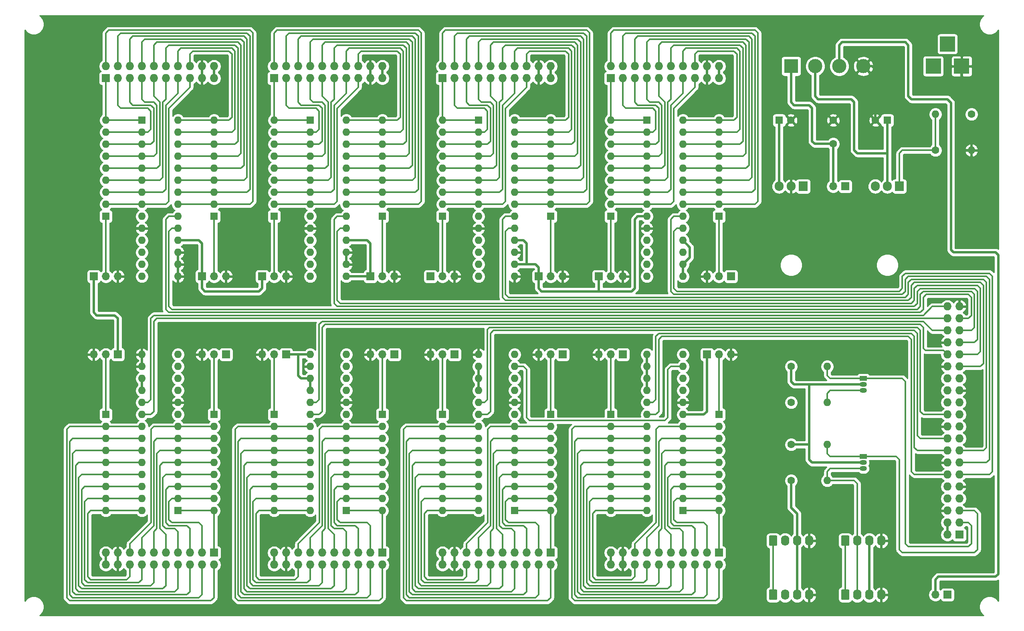
<source format=gbr>
G04 #@! TF.GenerationSoftware,KiCad,Pcbnew,(5.1.5)-3*
G04 #@! TF.CreationDate,2020-12-21T10:53:16+01:00*
G04 #@! TF.ProjectId,FGINT-V4-MASTER-128,4647494e-542d-4563-942d-4d4153544552,rev?*
G04 #@! TF.SameCoordinates,Original*
G04 #@! TF.FileFunction,Copper,L2,Bot*
G04 #@! TF.FilePolarity,Positive*
%FSLAX46Y46*%
G04 Gerber Fmt 4.6, Leading zero omitted, Abs format (unit mm)*
G04 Created by KiCad (PCBNEW (5.1.5)-3) date 2020-12-21 10:53:16*
%MOMM*%
%LPD*%
G04 APERTURE LIST*
%ADD10O,1.905000X2.000000*%
%ADD11R,1.905000X2.000000*%
%ADD12R,1.727200X1.727200*%
%ADD13O,1.727200X1.727200*%
%ADD14O,1.740000X2.200000*%
%ADD15C,0.100000*%
%ADD16C,1.600000*%
%ADD17R,1.600000X1.600000*%
%ADD18O,1.700000X1.700000*%
%ADD19R,1.700000X1.700000*%
%ADD20R,3.200000X3.200000*%
%ADD21R,1.500000X1.050000*%
%ADD22O,1.500000X1.050000*%
%ADD23O,1.600000X1.600000*%
%ADD24C,3.000000*%
%ADD25R,3.000000X3.000000*%
%ADD26C,0.550000*%
%ADD27C,0.350000*%
%ADD28C,0.254000*%
G04 APERTURE END LIST*
D10*
X203200000Y-68580000D03*
X205740000Y-68580000D03*
D11*
X208280000Y-68580000D03*
D12*
X241300000Y-142240000D03*
D13*
X238760000Y-142240000D03*
X241300000Y-139700000D03*
X238760000Y-139700000D03*
X241300000Y-137160000D03*
X238760000Y-137160000D03*
X241300000Y-134620000D03*
X238760000Y-134620000D03*
X241300000Y-132080000D03*
X238760000Y-132080000D03*
X241300000Y-129540000D03*
X238760000Y-129540000D03*
X241300000Y-127000000D03*
X238760000Y-127000000D03*
X241300000Y-124460000D03*
X238760000Y-124460000D03*
X241300000Y-121920000D03*
X238760000Y-121920000D03*
X241300000Y-119380000D03*
X238760000Y-119380000D03*
X241300000Y-116840000D03*
X238760000Y-116840000D03*
X241300000Y-114300000D03*
X238760000Y-114300000D03*
X241300000Y-111760000D03*
X238760000Y-111760000D03*
X241300000Y-109220000D03*
X238760000Y-109220000D03*
X241300000Y-106680000D03*
X238760000Y-106680000D03*
X241300000Y-104140000D03*
X238760000Y-104140000D03*
X241300000Y-101600000D03*
X238760000Y-101600000D03*
X241300000Y-99060000D03*
X238760000Y-99060000D03*
X241300000Y-96520000D03*
X238760000Y-96520000D03*
X241300000Y-93980000D03*
X238760000Y-93980000D03*
D12*
X167640000Y-45720000D03*
D13*
X167640000Y-43180000D03*
X170180000Y-45720000D03*
X170180000Y-43180000D03*
X172720000Y-45720000D03*
X172720000Y-43180000D03*
X175260000Y-45720000D03*
X175260000Y-43180000D03*
X177800000Y-45720000D03*
X177800000Y-43180000D03*
X180340000Y-45720000D03*
X180340000Y-43180000D03*
X182880000Y-45720000D03*
X182880000Y-43180000D03*
X185420000Y-45720000D03*
X185420000Y-43180000D03*
X187960000Y-45720000D03*
X187960000Y-43180000D03*
X190500000Y-45720000D03*
X190500000Y-43180000D03*
D14*
X224790000Y-154940000D03*
X222250000Y-154940000D03*
X219710000Y-154940000D03*
G04 #@! TA.AperFunction,ComponentPad*
D15*
G36*
X217814505Y-153841204D02*
G01*
X217838773Y-153844804D01*
X217862572Y-153850765D01*
X217885671Y-153859030D01*
X217907850Y-153869520D01*
X217928893Y-153882132D01*
X217948599Y-153896747D01*
X217966777Y-153913223D01*
X217983253Y-153931401D01*
X217997868Y-153951107D01*
X218010480Y-153972150D01*
X218020970Y-153994329D01*
X218029235Y-154017428D01*
X218035196Y-154041227D01*
X218038796Y-154065495D01*
X218040000Y-154089999D01*
X218040000Y-155790001D01*
X218038796Y-155814505D01*
X218035196Y-155838773D01*
X218029235Y-155862572D01*
X218020970Y-155885671D01*
X218010480Y-155907850D01*
X217997868Y-155928893D01*
X217983253Y-155948599D01*
X217966777Y-155966777D01*
X217948599Y-155983253D01*
X217928893Y-155997868D01*
X217907850Y-156010480D01*
X217885671Y-156020970D01*
X217862572Y-156029235D01*
X217838773Y-156035196D01*
X217814505Y-156038796D01*
X217790001Y-156040000D01*
X216549999Y-156040000D01*
X216525495Y-156038796D01*
X216501227Y-156035196D01*
X216477428Y-156029235D01*
X216454329Y-156020970D01*
X216432150Y-156010480D01*
X216411107Y-155997868D01*
X216391401Y-155983253D01*
X216373223Y-155966777D01*
X216356747Y-155948599D01*
X216342132Y-155928893D01*
X216329520Y-155907850D01*
X216319030Y-155885671D01*
X216310765Y-155862572D01*
X216304804Y-155838773D01*
X216301204Y-155814505D01*
X216300000Y-155790001D01*
X216300000Y-154089999D01*
X216301204Y-154065495D01*
X216304804Y-154041227D01*
X216310765Y-154017428D01*
X216319030Y-153994329D01*
X216329520Y-153972150D01*
X216342132Y-153951107D01*
X216356747Y-153931401D01*
X216373223Y-153913223D01*
X216391401Y-153896747D01*
X216411107Y-153882132D01*
X216432150Y-153869520D01*
X216454329Y-153859030D01*
X216477428Y-153850765D01*
X216501227Y-153844804D01*
X216525495Y-153841204D01*
X216549999Y-153840000D01*
X217790001Y-153840000D01*
X217814505Y-153841204D01*
G37*
G04 #@! TD.AperFunction*
D14*
X209550000Y-154940000D03*
X207010000Y-154940000D03*
X204470000Y-154940000D03*
G04 #@! TA.AperFunction,ComponentPad*
D15*
G36*
X202574505Y-153841204D02*
G01*
X202598773Y-153844804D01*
X202622572Y-153850765D01*
X202645671Y-153859030D01*
X202667850Y-153869520D01*
X202688893Y-153882132D01*
X202708599Y-153896747D01*
X202726777Y-153913223D01*
X202743253Y-153931401D01*
X202757868Y-153951107D01*
X202770480Y-153972150D01*
X202780970Y-153994329D01*
X202789235Y-154017428D01*
X202795196Y-154041227D01*
X202798796Y-154065495D01*
X202800000Y-154089999D01*
X202800000Y-155790001D01*
X202798796Y-155814505D01*
X202795196Y-155838773D01*
X202789235Y-155862572D01*
X202780970Y-155885671D01*
X202770480Y-155907850D01*
X202757868Y-155928893D01*
X202743253Y-155948599D01*
X202726777Y-155966777D01*
X202708599Y-155983253D01*
X202688893Y-155997868D01*
X202667850Y-156010480D01*
X202645671Y-156020970D01*
X202622572Y-156029235D01*
X202598773Y-156035196D01*
X202574505Y-156038796D01*
X202550001Y-156040000D01*
X201309999Y-156040000D01*
X201285495Y-156038796D01*
X201261227Y-156035196D01*
X201237428Y-156029235D01*
X201214329Y-156020970D01*
X201192150Y-156010480D01*
X201171107Y-155997868D01*
X201151401Y-155983253D01*
X201133223Y-155966777D01*
X201116747Y-155948599D01*
X201102132Y-155928893D01*
X201089520Y-155907850D01*
X201079030Y-155885671D01*
X201070765Y-155862572D01*
X201064804Y-155838773D01*
X201061204Y-155814505D01*
X201060000Y-155790001D01*
X201060000Y-154089999D01*
X201061204Y-154065495D01*
X201064804Y-154041227D01*
X201070765Y-154017428D01*
X201079030Y-153994329D01*
X201089520Y-153972150D01*
X201102132Y-153951107D01*
X201116747Y-153931401D01*
X201133223Y-153913223D01*
X201151401Y-153896747D01*
X201171107Y-153882132D01*
X201192150Y-153869520D01*
X201214329Y-153859030D01*
X201237428Y-153850765D01*
X201261227Y-153844804D01*
X201285495Y-153841204D01*
X201309999Y-153840000D01*
X202550001Y-153840000D01*
X202574505Y-153841204D01*
G37*
G04 #@! TD.AperFunction*
D14*
X209550000Y-143510000D03*
X207010000Y-143510000D03*
X204470000Y-143510000D03*
G04 #@! TA.AperFunction,ComponentPad*
D15*
G36*
X202574505Y-142411204D02*
G01*
X202598773Y-142414804D01*
X202622572Y-142420765D01*
X202645671Y-142429030D01*
X202667850Y-142439520D01*
X202688893Y-142452132D01*
X202708599Y-142466747D01*
X202726777Y-142483223D01*
X202743253Y-142501401D01*
X202757868Y-142521107D01*
X202770480Y-142542150D01*
X202780970Y-142564329D01*
X202789235Y-142587428D01*
X202795196Y-142611227D01*
X202798796Y-142635495D01*
X202800000Y-142659999D01*
X202800000Y-144360001D01*
X202798796Y-144384505D01*
X202795196Y-144408773D01*
X202789235Y-144432572D01*
X202780970Y-144455671D01*
X202770480Y-144477850D01*
X202757868Y-144498893D01*
X202743253Y-144518599D01*
X202726777Y-144536777D01*
X202708599Y-144553253D01*
X202688893Y-144567868D01*
X202667850Y-144580480D01*
X202645671Y-144590970D01*
X202622572Y-144599235D01*
X202598773Y-144605196D01*
X202574505Y-144608796D01*
X202550001Y-144610000D01*
X201309999Y-144610000D01*
X201285495Y-144608796D01*
X201261227Y-144605196D01*
X201237428Y-144599235D01*
X201214329Y-144590970D01*
X201192150Y-144580480D01*
X201171107Y-144567868D01*
X201151401Y-144553253D01*
X201133223Y-144536777D01*
X201116747Y-144518599D01*
X201102132Y-144498893D01*
X201089520Y-144477850D01*
X201079030Y-144455671D01*
X201070765Y-144432572D01*
X201064804Y-144408773D01*
X201061204Y-144384505D01*
X201060000Y-144360001D01*
X201060000Y-142659999D01*
X201061204Y-142635495D01*
X201064804Y-142611227D01*
X201070765Y-142587428D01*
X201079030Y-142564329D01*
X201089520Y-142542150D01*
X201102132Y-142521107D01*
X201116747Y-142501401D01*
X201133223Y-142483223D01*
X201151401Y-142466747D01*
X201171107Y-142452132D01*
X201192150Y-142439520D01*
X201214329Y-142429030D01*
X201237428Y-142420765D01*
X201261227Y-142414804D01*
X201285495Y-142411204D01*
X201309999Y-142410000D01*
X202550001Y-142410000D01*
X202574505Y-142411204D01*
G37*
G04 #@! TD.AperFunction*
D16*
X214630000Y-59610000D03*
X214630000Y-54610000D03*
X205700000Y-54610000D03*
D17*
X203200000Y-54610000D03*
X226060000Y-54610000D03*
D16*
X223560000Y-54610000D03*
D18*
X86360000Y-87630000D03*
X83820000Y-87630000D03*
D19*
X81280000Y-87630000D03*
X58420000Y-87630000D03*
D18*
X60960000Y-87630000D03*
X63500000Y-87630000D03*
D19*
X63500000Y-104140000D03*
D18*
X60960000Y-104140000D03*
X58420000Y-104140000D03*
X81280000Y-104140000D03*
X83820000Y-104140000D03*
D19*
X86360000Y-104140000D03*
X116840000Y-87630000D03*
D18*
X119380000Y-87630000D03*
X121920000Y-87630000D03*
X99060000Y-87630000D03*
X96520000Y-87630000D03*
D19*
X93980000Y-87630000D03*
X99060000Y-104140000D03*
D18*
X96520000Y-104140000D03*
X93980000Y-104140000D03*
D19*
X121920000Y-104140000D03*
D18*
X119380000Y-104140000D03*
X116840000Y-104140000D03*
X157480000Y-87630000D03*
X154940000Y-87630000D03*
D19*
X152400000Y-87630000D03*
D18*
X134620000Y-87630000D03*
X132080000Y-87630000D03*
D19*
X129540000Y-87630000D03*
X134620000Y-104140000D03*
D18*
X132080000Y-104140000D03*
X129540000Y-104140000D03*
X152400000Y-104140000D03*
X154940000Y-104140000D03*
D19*
X157480000Y-104140000D03*
X193040000Y-87630000D03*
D18*
X190500000Y-87630000D03*
X187960000Y-87630000D03*
D19*
X165100000Y-87630000D03*
D18*
X167640000Y-87630000D03*
X170180000Y-87630000D03*
X165100000Y-104140000D03*
X167640000Y-104140000D03*
D19*
X170180000Y-104140000D03*
D18*
X193040000Y-104140000D03*
X190500000Y-104140000D03*
D19*
X187960000Y-104140000D03*
D20*
X235760000Y-43180000D03*
X241760000Y-43180000D03*
X238760000Y-38480000D03*
D21*
X220980000Y-109220000D03*
D22*
X220980000Y-111760000D03*
X220980000Y-110490000D03*
X220980000Y-127000000D03*
X220980000Y-128270000D03*
D21*
X220980000Y-125730000D03*
D16*
X205740000Y-106680000D03*
D23*
X213360000Y-106680000D03*
X213360000Y-123190000D03*
D16*
X205740000Y-123190000D03*
X236220000Y-60960000D03*
D23*
X243840000Y-60960000D03*
X213360000Y-114300000D03*
D16*
X205740000Y-114300000D03*
X205740000Y-130810000D03*
D23*
X213360000Y-130810000D03*
X236220000Y-53340000D03*
D16*
X243840000Y-53340000D03*
D17*
X83820000Y-74930000D03*
D23*
X83820000Y-72390000D03*
X83820000Y-69850000D03*
X83820000Y-67310000D03*
X83820000Y-64770000D03*
X83820000Y-62230000D03*
X83820000Y-59690000D03*
X83820000Y-57150000D03*
X83820000Y-54610000D03*
X60960000Y-54610000D03*
X60960000Y-57150000D03*
X60960000Y-59690000D03*
X60960000Y-62230000D03*
X60960000Y-64770000D03*
X60960000Y-67310000D03*
X60960000Y-69850000D03*
X60960000Y-72390000D03*
D17*
X60960000Y-74930000D03*
X60960000Y-116840000D03*
D23*
X60960000Y-119380000D03*
X60960000Y-121920000D03*
X60960000Y-124460000D03*
X60960000Y-127000000D03*
X60960000Y-129540000D03*
X60960000Y-132080000D03*
X60960000Y-134620000D03*
X60960000Y-137160000D03*
D17*
X83820000Y-116840000D03*
D23*
X83820000Y-119380000D03*
X83820000Y-121920000D03*
X83820000Y-124460000D03*
X83820000Y-127000000D03*
X83820000Y-129540000D03*
X83820000Y-132080000D03*
X83820000Y-134620000D03*
X83820000Y-137160000D03*
D17*
X119380000Y-74930000D03*
D23*
X119380000Y-72390000D03*
X119380000Y-69850000D03*
X119380000Y-67310000D03*
X119380000Y-64770000D03*
X119380000Y-62230000D03*
X119380000Y-59690000D03*
X119380000Y-57150000D03*
X119380000Y-54610000D03*
X96520000Y-54610000D03*
X96520000Y-57150000D03*
X96520000Y-59690000D03*
X96520000Y-62230000D03*
X96520000Y-64770000D03*
X96520000Y-67310000D03*
X96520000Y-69850000D03*
X96520000Y-72390000D03*
D17*
X96520000Y-74930000D03*
D23*
X96520000Y-137160000D03*
X96520000Y-134620000D03*
X96520000Y-132080000D03*
X96520000Y-129540000D03*
X96520000Y-127000000D03*
X96520000Y-124460000D03*
X96520000Y-121920000D03*
X96520000Y-119380000D03*
D17*
X96520000Y-116840000D03*
D23*
X119380000Y-137160000D03*
X119380000Y-134620000D03*
X119380000Y-132080000D03*
X119380000Y-129540000D03*
X119380000Y-127000000D03*
X119380000Y-124460000D03*
X119380000Y-121920000D03*
X119380000Y-119380000D03*
D17*
X119380000Y-116840000D03*
X154940000Y-74930000D03*
D23*
X154940000Y-72390000D03*
X154940000Y-69850000D03*
X154940000Y-67310000D03*
X154940000Y-64770000D03*
X154940000Y-62230000D03*
X154940000Y-59690000D03*
X154940000Y-57150000D03*
X154940000Y-54610000D03*
X132080000Y-54610000D03*
X132080000Y-57150000D03*
X132080000Y-59690000D03*
X132080000Y-62230000D03*
X132080000Y-64770000D03*
X132080000Y-67310000D03*
X132080000Y-69850000D03*
X132080000Y-72390000D03*
D17*
X132080000Y-74930000D03*
D23*
X132080000Y-137160000D03*
X132080000Y-134620000D03*
X132080000Y-132080000D03*
X132080000Y-129540000D03*
X132080000Y-127000000D03*
X132080000Y-124460000D03*
X132080000Y-121920000D03*
X132080000Y-119380000D03*
D17*
X132080000Y-116840000D03*
X154940000Y-116840000D03*
D23*
X154940000Y-119380000D03*
X154940000Y-121920000D03*
X154940000Y-124460000D03*
X154940000Y-127000000D03*
X154940000Y-129540000D03*
X154940000Y-132080000D03*
X154940000Y-134620000D03*
X154940000Y-137160000D03*
X190500000Y-54610000D03*
X190500000Y-57150000D03*
X190500000Y-59690000D03*
X190500000Y-62230000D03*
X190500000Y-64770000D03*
X190500000Y-67310000D03*
X190500000Y-69850000D03*
X190500000Y-72390000D03*
D17*
X190500000Y-74930000D03*
X167640000Y-74930000D03*
D23*
X167640000Y-72390000D03*
X167640000Y-69850000D03*
X167640000Y-67310000D03*
X167640000Y-64770000D03*
X167640000Y-62230000D03*
X167640000Y-59690000D03*
X167640000Y-57150000D03*
X167640000Y-54610000D03*
D17*
X167640000Y-116840000D03*
D23*
X167640000Y-119380000D03*
X167640000Y-121920000D03*
X167640000Y-124460000D03*
X167640000Y-127000000D03*
X167640000Y-129540000D03*
X167640000Y-132080000D03*
X167640000Y-134620000D03*
X167640000Y-137160000D03*
X190500000Y-137160000D03*
X190500000Y-134620000D03*
X190500000Y-132080000D03*
X190500000Y-129540000D03*
X190500000Y-127000000D03*
X190500000Y-124460000D03*
X190500000Y-121920000D03*
X190500000Y-119380000D03*
D17*
X190500000Y-116840000D03*
D23*
X76200000Y-54610000D03*
X68580000Y-87630000D03*
X76200000Y-57150000D03*
X68580000Y-85090000D03*
X76200000Y-59690000D03*
X68580000Y-82550000D03*
X76200000Y-62230000D03*
X68580000Y-80010000D03*
X76200000Y-64770000D03*
X68580000Y-77470000D03*
X76200000Y-67310000D03*
X68580000Y-74930000D03*
X76200000Y-69850000D03*
X68580000Y-72390000D03*
X76200000Y-72390000D03*
X68580000Y-69850000D03*
X76200000Y-74930000D03*
X68580000Y-67310000D03*
X76200000Y-77470000D03*
X68580000Y-64770000D03*
X76200000Y-80010000D03*
X68580000Y-62230000D03*
X76200000Y-82550000D03*
X68580000Y-59690000D03*
X76200000Y-85090000D03*
X68580000Y-57150000D03*
X76200000Y-87630000D03*
D17*
X68580000Y-54610000D03*
X76200000Y-137160000D03*
D23*
X68580000Y-104140000D03*
X76200000Y-134620000D03*
X68580000Y-106680000D03*
X76200000Y-132080000D03*
X68580000Y-109220000D03*
X76200000Y-129540000D03*
X68580000Y-111760000D03*
X76200000Y-127000000D03*
X68580000Y-114300000D03*
X76200000Y-124460000D03*
X68580000Y-116840000D03*
X76200000Y-121920000D03*
X68580000Y-119380000D03*
X76200000Y-119380000D03*
X68580000Y-121920000D03*
X76200000Y-116840000D03*
X68580000Y-124460000D03*
X76200000Y-114300000D03*
X68580000Y-127000000D03*
X76200000Y-111760000D03*
X68580000Y-129540000D03*
X76200000Y-109220000D03*
X68580000Y-132080000D03*
X76200000Y-106680000D03*
X68580000Y-134620000D03*
X76200000Y-104140000D03*
X68580000Y-137160000D03*
X111760000Y-54610000D03*
X104140000Y-87630000D03*
X111760000Y-57150000D03*
X104140000Y-85090000D03*
X111760000Y-59690000D03*
X104140000Y-82550000D03*
X111760000Y-62230000D03*
X104140000Y-80010000D03*
X111760000Y-64770000D03*
X104140000Y-77470000D03*
X111760000Y-67310000D03*
X104140000Y-74930000D03*
X111760000Y-69850000D03*
X104140000Y-72390000D03*
X111760000Y-72390000D03*
X104140000Y-69850000D03*
X111760000Y-74930000D03*
X104140000Y-67310000D03*
X111760000Y-77470000D03*
X104140000Y-64770000D03*
X111760000Y-80010000D03*
X104140000Y-62230000D03*
X111760000Y-82550000D03*
X104140000Y-59690000D03*
X111760000Y-85090000D03*
X104140000Y-57150000D03*
X111760000Y-87630000D03*
D17*
X104140000Y-54610000D03*
X111760000Y-137160000D03*
D23*
X104140000Y-104140000D03*
X111760000Y-134620000D03*
X104140000Y-106680000D03*
X111760000Y-132080000D03*
X104140000Y-109220000D03*
X111760000Y-129540000D03*
X104140000Y-111760000D03*
X111760000Y-127000000D03*
X104140000Y-114300000D03*
X111760000Y-124460000D03*
X104140000Y-116840000D03*
X111760000Y-121920000D03*
X104140000Y-119380000D03*
X111760000Y-119380000D03*
X104140000Y-121920000D03*
X111760000Y-116840000D03*
X104140000Y-124460000D03*
X111760000Y-114300000D03*
X104140000Y-127000000D03*
X111760000Y-111760000D03*
X104140000Y-129540000D03*
X111760000Y-109220000D03*
X104140000Y-132080000D03*
X111760000Y-106680000D03*
X104140000Y-134620000D03*
X111760000Y-104140000D03*
X104140000Y-137160000D03*
D17*
X139700000Y-54610000D03*
D23*
X147320000Y-87630000D03*
X139700000Y-57150000D03*
X147320000Y-85090000D03*
X139700000Y-59690000D03*
X147320000Y-82550000D03*
X139700000Y-62230000D03*
X147320000Y-80010000D03*
X139700000Y-64770000D03*
X147320000Y-77470000D03*
X139700000Y-67310000D03*
X147320000Y-74930000D03*
X139700000Y-69850000D03*
X147320000Y-72390000D03*
X139700000Y-72390000D03*
X147320000Y-69850000D03*
X139700000Y-74930000D03*
X147320000Y-67310000D03*
X139700000Y-77470000D03*
X147320000Y-64770000D03*
X139700000Y-80010000D03*
X147320000Y-62230000D03*
X139700000Y-82550000D03*
X147320000Y-59690000D03*
X139700000Y-85090000D03*
X147320000Y-57150000D03*
X139700000Y-87630000D03*
X147320000Y-54610000D03*
X139700000Y-137160000D03*
X147320000Y-104140000D03*
X139700000Y-134620000D03*
X147320000Y-106680000D03*
X139700000Y-132080000D03*
X147320000Y-109220000D03*
X139700000Y-129540000D03*
X147320000Y-111760000D03*
X139700000Y-127000000D03*
X147320000Y-114300000D03*
X139700000Y-124460000D03*
X147320000Y-116840000D03*
X139700000Y-121920000D03*
X147320000Y-119380000D03*
X139700000Y-119380000D03*
X147320000Y-121920000D03*
X139700000Y-116840000D03*
X147320000Y-124460000D03*
X139700000Y-114300000D03*
X147320000Y-127000000D03*
X139700000Y-111760000D03*
X147320000Y-129540000D03*
X139700000Y-109220000D03*
X147320000Y-132080000D03*
X139700000Y-106680000D03*
X147320000Y-134620000D03*
X139700000Y-104140000D03*
D17*
X147320000Y-137160000D03*
X175260000Y-54610000D03*
D23*
X182880000Y-87630000D03*
X175260000Y-57150000D03*
X182880000Y-85090000D03*
X175260000Y-59690000D03*
X182880000Y-82550000D03*
X175260000Y-62230000D03*
X182880000Y-80010000D03*
X175260000Y-64770000D03*
X182880000Y-77470000D03*
X175260000Y-67310000D03*
X182880000Y-74930000D03*
X175260000Y-69850000D03*
X182880000Y-72390000D03*
X175260000Y-72390000D03*
X182880000Y-69850000D03*
X175260000Y-74930000D03*
X182880000Y-67310000D03*
X175260000Y-77470000D03*
X182880000Y-64770000D03*
X175260000Y-80010000D03*
X182880000Y-62230000D03*
X175260000Y-82550000D03*
X182880000Y-59690000D03*
X175260000Y-85090000D03*
X182880000Y-57150000D03*
X175260000Y-87630000D03*
X182880000Y-54610000D03*
X175260000Y-137160000D03*
X182880000Y-104140000D03*
X175260000Y-134620000D03*
X182880000Y-106680000D03*
X175260000Y-132080000D03*
X182880000Y-109220000D03*
X175260000Y-129540000D03*
X182880000Y-111760000D03*
X175260000Y-127000000D03*
X182880000Y-114300000D03*
X175260000Y-124460000D03*
X182880000Y-116840000D03*
X175260000Y-121920000D03*
X182880000Y-119380000D03*
X175260000Y-119380000D03*
X182880000Y-121920000D03*
X175260000Y-116840000D03*
X182880000Y-124460000D03*
X175260000Y-114300000D03*
X182880000Y-127000000D03*
X175260000Y-111760000D03*
X182880000Y-129540000D03*
X175260000Y-109220000D03*
X182880000Y-132080000D03*
X175260000Y-106680000D03*
X182880000Y-134620000D03*
X175260000Y-104140000D03*
D17*
X182880000Y-137160000D03*
D11*
X228600000Y-68580000D03*
D10*
X226060000Y-68580000D03*
X223520000Y-68580000D03*
D13*
X83820000Y-43180000D03*
X83820000Y-45720000D03*
X81280000Y-43180000D03*
X81280000Y-45720000D03*
X78740000Y-43180000D03*
X78740000Y-45720000D03*
X76200000Y-43180000D03*
X76200000Y-45720000D03*
X73660000Y-43180000D03*
X73660000Y-45720000D03*
X71120000Y-43180000D03*
X71120000Y-45720000D03*
X68580000Y-43180000D03*
X68580000Y-45720000D03*
X66040000Y-43180000D03*
X66040000Y-45720000D03*
X63500000Y-43180000D03*
X63500000Y-45720000D03*
X60960000Y-43180000D03*
D12*
X60960000Y-45720000D03*
X83820000Y-146050000D03*
D13*
X83820000Y-148590000D03*
X81280000Y-146050000D03*
X81280000Y-148590000D03*
X78740000Y-146050000D03*
X78740000Y-148590000D03*
X76200000Y-146050000D03*
X76200000Y-148590000D03*
X73660000Y-146050000D03*
X73660000Y-148590000D03*
X71120000Y-146050000D03*
X71120000Y-148590000D03*
X68580000Y-146050000D03*
X68580000Y-148590000D03*
X66040000Y-146050000D03*
X66040000Y-148590000D03*
X63500000Y-146050000D03*
X63500000Y-148590000D03*
X60960000Y-146050000D03*
X60960000Y-148590000D03*
D12*
X96520000Y-45720000D03*
D13*
X96520000Y-43180000D03*
X99060000Y-45720000D03*
X99060000Y-43180000D03*
X101600000Y-45720000D03*
X101600000Y-43180000D03*
X104140000Y-45720000D03*
X104140000Y-43180000D03*
X106680000Y-45720000D03*
X106680000Y-43180000D03*
X109220000Y-45720000D03*
X109220000Y-43180000D03*
X111760000Y-45720000D03*
X111760000Y-43180000D03*
X114300000Y-45720000D03*
X114300000Y-43180000D03*
X116840000Y-45720000D03*
X116840000Y-43180000D03*
X119380000Y-45720000D03*
X119380000Y-43180000D03*
X96520000Y-148590000D03*
X96520000Y-146050000D03*
X99060000Y-148590000D03*
X99060000Y-146050000D03*
X101600000Y-148590000D03*
X101600000Y-146050000D03*
X104140000Y-148590000D03*
X104140000Y-146050000D03*
X106680000Y-148590000D03*
X106680000Y-146050000D03*
X109220000Y-148590000D03*
X109220000Y-146050000D03*
X111760000Y-148590000D03*
X111760000Y-146050000D03*
X114300000Y-148590000D03*
X114300000Y-146050000D03*
X116840000Y-148590000D03*
X116840000Y-146050000D03*
X119380000Y-148590000D03*
D12*
X119380000Y-146050000D03*
X132080000Y-45720000D03*
D13*
X132080000Y-43180000D03*
X134620000Y-45720000D03*
X134620000Y-43180000D03*
X137160000Y-45720000D03*
X137160000Y-43180000D03*
X139700000Y-45720000D03*
X139700000Y-43180000D03*
X142240000Y-45720000D03*
X142240000Y-43180000D03*
X144780000Y-45720000D03*
X144780000Y-43180000D03*
X147320000Y-45720000D03*
X147320000Y-43180000D03*
X149860000Y-45720000D03*
X149860000Y-43180000D03*
X152400000Y-45720000D03*
X152400000Y-43180000D03*
X154940000Y-45720000D03*
X154940000Y-43180000D03*
X132080000Y-148590000D03*
X132080000Y-146050000D03*
X134620000Y-148590000D03*
X134620000Y-146050000D03*
X137160000Y-148590000D03*
X137160000Y-146050000D03*
X139700000Y-148590000D03*
X139700000Y-146050000D03*
X142240000Y-148590000D03*
X142240000Y-146050000D03*
X144780000Y-148590000D03*
X144780000Y-146050000D03*
X147320000Y-148590000D03*
X147320000Y-146050000D03*
X149860000Y-148590000D03*
X149860000Y-146050000D03*
X152400000Y-148590000D03*
X152400000Y-146050000D03*
X154940000Y-148590000D03*
D12*
X154940000Y-146050000D03*
D13*
X167640000Y-148590000D03*
X167640000Y-146050000D03*
X170180000Y-148590000D03*
X170180000Y-146050000D03*
X172720000Y-148590000D03*
X172720000Y-146050000D03*
X175260000Y-148590000D03*
X175260000Y-146050000D03*
X177800000Y-148590000D03*
X177800000Y-146050000D03*
X180340000Y-148590000D03*
X180340000Y-146050000D03*
X182880000Y-148590000D03*
X182880000Y-146050000D03*
X185420000Y-148590000D03*
X185420000Y-146050000D03*
X187960000Y-148590000D03*
X187960000Y-146050000D03*
X190500000Y-148590000D03*
D12*
X190500000Y-146050000D03*
G04 #@! TA.AperFunction,ComponentPad*
D15*
G36*
X217814505Y-142411204D02*
G01*
X217838773Y-142414804D01*
X217862572Y-142420765D01*
X217885671Y-142429030D01*
X217907850Y-142439520D01*
X217928893Y-142452132D01*
X217948599Y-142466747D01*
X217966777Y-142483223D01*
X217983253Y-142501401D01*
X217997868Y-142521107D01*
X218010480Y-142542150D01*
X218020970Y-142564329D01*
X218029235Y-142587428D01*
X218035196Y-142611227D01*
X218038796Y-142635495D01*
X218040000Y-142659999D01*
X218040000Y-144360001D01*
X218038796Y-144384505D01*
X218035196Y-144408773D01*
X218029235Y-144432572D01*
X218020970Y-144455671D01*
X218010480Y-144477850D01*
X217997868Y-144498893D01*
X217983253Y-144518599D01*
X217966777Y-144536777D01*
X217948599Y-144553253D01*
X217928893Y-144567868D01*
X217907850Y-144580480D01*
X217885671Y-144590970D01*
X217862572Y-144599235D01*
X217838773Y-144605196D01*
X217814505Y-144608796D01*
X217790001Y-144610000D01*
X216549999Y-144610000D01*
X216525495Y-144608796D01*
X216501227Y-144605196D01*
X216477428Y-144599235D01*
X216454329Y-144590970D01*
X216432150Y-144580480D01*
X216411107Y-144567868D01*
X216391401Y-144553253D01*
X216373223Y-144536777D01*
X216356747Y-144518599D01*
X216342132Y-144498893D01*
X216329520Y-144477850D01*
X216319030Y-144455671D01*
X216310765Y-144432572D01*
X216304804Y-144408773D01*
X216301204Y-144384505D01*
X216300000Y-144360001D01*
X216300000Y-142659999D01*
X216301204Y-142635495D01*
X216304804Y-142611227D01*
X216310765Y-142587428D01*
X216319030Y-142564329D01*
X216329520Y-142542150D01*
X216342132Y-142521107D01*
X216356747Y-142501401D01*
X216373223Y-142483223D01*
X216391401Y-142466747D01*
X216411107Y-142452132D01*
X216432150Y-142439520D01*
X216454329Y-142429030D01*
X216477428Y-142420765D01*
X216501227Y-142414804D01*
X216525495Y-142411204D01*
X216549999Y-142410000D01*
X217790001Y-142410000D01*
X217814505Y-142411204D01*
G37*
G04 #@! TD.AperFunction*
D14*
X219710000Y-143510000D03*
X222250000Y-143510000D03*
X224790000Y-143510000D03*
D19*
X217170000Y-68580000D03*
D18*
X214630000Y-68580000D03*
X236220000Y-154940000D03*
D19*
X238760000Y-154940000D03*
D24*
X210820000Y-43180000D03*
X215900000Y-43180000D03*
D25*
X205740000Y-43180000D03*
D24*
X220980000Y-43180000D03*
D26*
X214630000Y-59610000D02*
X214630000Y-68580000D01*
X210740000Y-59610000D02*
X214630000Y-59610000D01*
X210185000Y-59055000D02*
X210740000Y-59610000D01*
X205740000Y-50800000D02*
X206375000Y-51435000D01*
X210185000Y-52070000D02*
X210185000Y-59055000D01*
X206375000Y-51435000D02*
X209550000Y-51435000D01*
X205740000Y-43180000D02*
X205740000Y-50800000D01*
X209550000Y-51435000D02*
X210185000Y-52070000D01*
X111760000Y-82550000D02*
X111760000Y-85090000D01*
X209550000Y-143510000D02*
X209550000Y-154940000D01*
X182880000Y-114300000D02*
X184785000Y-114300000D01*
X184785000Y-114300000D02*
X185420000Y-113665000D01*
X185420000Y-113665000D02*
X185420000Y-102235000D01*
X185420000Y-102235000D02*
X186055000Y-101600000D01*
X186055000Y-101600000D02*
X192405000Y-101600000D01*
X192405000Y-101600000D02*
X193040000Y-102235000D01*
X193040000Y-102235000D02*
X193040000Y-104140000D01*
X152400000Y-104140000D02*
X152400000Y-100965000D01*
X152400000Y-100965000D02*
X153035000Y-100330000D01*
X153035000Y-100330000D02*
X164465000Y-100330000D01*
X164465000Y-100330000D02*
X165100000Y-100965000D01*
X165100000Y-100965000D02*
X165100000Y-104140000D01*
X129540000Y-104140000D02*
X129540000Y-101600000D01*
X129540000Y-101600000D02*
X130175000Y-100965000D01*
X130175000Y-100965000D02*
X139065000Y-100965000D01*
X139065000Y-100965000D02*
X139700000Y-101600000D01*
X139700000Y-101600000D02*
X139700000Y-104140000D01*
X116840000Y-104140000D02*
X116840000Y-113665000D01*
X116840000Y-113665000D02*
X116205000Y-114300000D01*
X116205000Y-114300000D02*
X111760000Y-114300000D01*
X81280000Y-104140000D02*
X81280000Y-101600000D01*
X81280000Y-101600000D02*
X81915000Y-100965000D01*
X81915000Y-100965000D02*
X93345000Y-100965000D01*
X93345000Y-100965000D02*
X93980000Y-101600000D01*
X93980000Y-101600000D02*
X93980000Y-104140000D01*
X134620000Y-87630000D02*
X134620000Y-81280000D01*
X134620000Y-81280000D02*
X135255000Y-80645000D01*
X135255000Y-80645000D02*
X136525000Y-80645000D01*
X136525000Y-80645000D02*
X137160000Y-80010000D01*
X137160000Y-80010000D02*
X137160000Y-78105000D01*
X137160000Y-78105000D02*
X137795000Y-77470000D01*
X137795000Y-77470000D02*
X139700000Y-77470000D01*
X99060000Y-87630000D02*
X99060000Y-78105000D01*
X99060000Y-78105000D02*
X99695000Y-77470000D01*
X99695000Y-77470000D02*
X104140000Y-77470000D01*
X76200000Y-82550000D02*
X76200000Y-85090000D01*
X76200000Y-85090000D02*
X76200000Y-87630000D01*
X63500000Y-87630000D02*
X63500000Y-78105000D01*
X63500000Y-78105000D02*
X64135000Y-77470000D01*
X64135000Y-77470000D02*
X68580000Y-77470000D01*
X68580000Y-104140000D02*
X68580000Y-106680000D01*
X187960000Y-43180000D02*
X187960000Y-45720000D01*
X170180000Y-146050000D02*
X170180000Y-148590000D01*
X63500000Y-148590000D02*
X63500000Y-146050000D01*
X99060000Y-148590000D02*
X99060000Y-146050000D01*
X134620000Y-148590000D02*
X134620000Y-146050000D01*
X152400000Y-43180000D02*
X152400000Y-45720000D01*
X116840000Y-43180000D02*
X116840000Y-45720000D01*
X81280000Y-43180000D02*
X81280000Y-45720000D01*
X241760000Y-60325000D02*
X241760000Y-43180000D01*
X243840000Y-60960000D02*
X242395000Y-60960000D01*
X242395000Y-60960000D02*
X241760000Y-60325000D01*
X223520000Y-54570000D02*
X223560000Y-54610000D01*
X220980000Y-43180000D02*
X222885000Y-43180000D01*
X223520000Y-43815000D02*
X223520000Y-54570000D01*
X222885000Y-43180000D02*
X223520000Y-43815000D01*
X205740000Y-78136600D02*
X205740000Y-68580000D01*
X205136600Y-78740000D02*
X205740000Y-78136600D01*
X187960000Y-89535000D02*
X198120000Y-89535000D01*
X198755000Y-88900000D02*
X198755000Y-79375000D01*
X199390000Y-78740000D02*
X205136600Y-78740000D01*
X187960000Y-87630000D02*
X187960000Y-89535000D01*
X198120000Y-89535000D02*
X198755000Y-88900000D01*
X198755000Y-79375000D02*
X199390000Y-78740000D01*
X203200000Y-54610000D02*
X203200000Y-68580000D01*
X182880000Y-80010000D02*
X184332600Y-81462600D01*
X184332600Y-81462600D02*
X184332600Y-83637400D01*
X184332600Y-83637400D02*
X182880000Y-85090000D01*
X182880000Y-87630000D02*
X182880000Y-85090000D01*
X175260000Y-109220000D02*
X175260000Y-111760000D01*
X175260000Y-106680000D02*
X175260000Y-109220000D01*
X116840000Y-87630000D02*
X116840000Y-80645000D01*
X116840000Y-80645000D02*
X116205000Y-80010000D01*
X116205000Y-80010000D02*
X111760000Y-80010000D01*
X111760000Y-87630000D02*
X116840000Y-87630000D01*
X175260000Y-104140000D02*
X175260000Y-106680000D01*
X205740000Y-130810000D02*
X205740000Y-136525000D01*
X205740000Y-136525000D02*
X207010000Y-137795000D01*
X207010000Y-137795000D02*
X207010000Y-143510000D01*
X207010000Y-143510000D02*
X207010000Y-154940000D01*
X222250000Y-143510000D02*
X222250000Y-154940000D01*
X182880000Y-116840000D02*
X187325000Y-116840000D01*
X187325000Y-116840000D02*
X187960000Y-116205000D01*
X187960000Y-116205000D02*
X187960000Y-104140000D01*
X165100000Y-90805000D02*
X172085000Y-90805000D01*
X172085000Y-90805000D02*
X172720000Y-90170000D01*
X172720000Y-90170000D02*
X172720000Y-75565000D01*
X172720000Y-75565000D02*
X173355000Y-74930000D01*
X173355000Y-74930000D02*
X175260000Y-74930000D01*
X152400000Y-87630000D02*
X152400000Y-90170000D01*
X152400000Y-90170000D02*
X153035000Y-90805000D01*
X153035000Y-90805000D02*
X165100000Y-90805000D01*
X165100000Y-90805000D02*
X165100000Y-87630000D01*
X149860000Y-85090000D02*
X149860000Y-80645000D01*
X149860000Y-80645000D02*
X149225000Y-80010000D01*
X149225000Y-80010000D02*
X147320000Y-80010000D01*
X147320000Y-85090000D02*
X149860000Y-85090000D01*
X149860000Y-85090000D02*
X151765000Y-85090000D01*
X151765000Y-85090000D02*
X152400000Y-85725000D01*
X152400000Y-85725000D02*
X152400000Y-87630000D01*
X139700000Y-111760000D02*
X139700000Y-109220000D01*
X139700000Y-106680000D02*
X139700000Y-109220000D01*
X101600000Y-104140000D02*
X101600000Y-108585000D01*
X101600000Y-108585000D02*
X102235000Y-109220000D01*
X102235000Y-109220000D02*
X104140000Y-109220000D01*
X104140000Y-111760000D02*
X104140000Y-109220000D01*
X99060000Y-104140000D02*
X101600000Y-104140000D01*
X101600000Y-104140000D02*
X104140000Y-104140000D01*
X81280000Y-87630000D02*
X81280000Y-90170000D01*
X81280000Y-90170000D02*
X81915000Y-90805000D01*
X81915000Y-90805000D02*
X93345000Y-90805000D01*
X93345000Y-90805000D02*
X93980000Y-90170000D01*
X93980000Y-90170000D02*
X93980000Y-87630000D01*
X76200000Y-80010000D02*
X80645000Y-80010000D01*
X80645000Y-80010000D02*
X81280000Y-80645000D01*
X81280000Y-80645000D02*
X81280000Y-87630000D01*
X63500000Y-104140000D02*
X63500000Y-96520000D01*
X63500000Y-96520000D02*
X62865000Y-95885000D01*
X62865000Y-95885000D02*
X59055000Y-95885000D01*
X59055000Y-95885000D02*
X58420000Y-95250000D01*
X58420000Y-95250000D02*
X58420000Y-87630000D01*
X68580000Y-109220000D02*
X68580000Y-111760000D01*
X190500000Y-43180000D02*
X190500000Y-45720000D01*
X167640000Y-148590000D02*
X167640000Y-146050000D01*
X60960000Y-148590000D02*
X60960000Y-146050000D01*
X96520000Y-148590000D02*
X96520000Y-146050000D01*
X132080000Y-148590000D02*
X132080000Y-146050000D01*
X154940000Y-43180000D02*
X154940000Y-45720000D01*
X119380000Y-43180000D02*
X119380000Y-45720000D01*
X83820000Y-43180000D02*
X83820000Y-45720000D01*
X209550000Y-123190000D02*
X205740000Y-123190000D01*
X209550000Y-110490000D02*
X209550000Y-123190000D01*
X205740000Y-106680000D02*
X205740000Y-109855000D01*
X205740000Y-109855000D02*
X206375000Y-110490000D01*
X206375000Y-110490000D02*
X209550000Y-110490000D01*
X209550000Y-123190000D02*
X209550000Y-126365000D01*
X209550000Y-126365000D02*
X210185000Y-127000000D01*
X210185000Y-127000000D02*
X220980000Y-127000000D01*
X209550000Y-110490000D02*
X220980000Y-110490000D01*
X226060000Y-68580000D02*
X226060000Y-54610000D01*
X219710000Y-61595000D02*
X226060000Y-61595000D01*
X210820000Y-49530000D02*
X211455000Y-50165000D01*
X210820000Y-43180000D02*
X210820000Y-49530000D01*
X211455000Y-50165000D02*
X218440000Y-50165000D01*
X218440000Y-50165000D02*
X219075000Y-50800000D01*
X219075000Y-60960000D02*
X219710000Y-61595000D01*
X219075000Y-50800000D02*
X219075000Y-60960000D01*
D27*
X83820000Y-54610000D02*
X86995000Y-54610000D01*
X86995000Y-54610000D02*
X87630000Y-53975000D01*
X87630000Y-53975000D02*
X87630000Y-40640000D01*
X87630000Y-40640000D02*
X86995000Y-40005000D01*
X86995000Y-40005000D02*
X79375000Y-40005000D01*
X79375000Y-40005000D02*
X78740000Y-40640000D01*
X78740000Y-40640000D02*
X78740000Y-43180000D01*
X83820000Y-54610000D02*
X76200000Y-54610000D01*
X78740000Y-45720000D02*
X78740000Y-47625000D01*
X78740000Y-47625000D02*
X74260000Y-52105000D01*
X74260000Y-52105000D02*
X74260000Y-71790000D01*
X74260000Y-71790000D02*
X73660000Y-72390000D01*
X73660000Y-72390000D02*
X68580000Y-72390000D01*
X60960000Y-72390000D02*
X68580000Y-72390000D01*
X83820000Y-57150000D02*
X87630000Y-57150000D01*
X87630000Y-57150000D02*
X88265000Y-56515000D01*
X88265000Y-56515000D02*
X88265000Y-40005000D01*
X88265000Y-40005000D02*
X87630000Y-39370000D01*
X87630000Y-39370000D02*
X76835000Y-39370000D01*
X76835000Y-39370000D02*
X76200000Y-40005000D01*
X76200000Y-40005000D02*
X76200000Y-43180000D01*
X76200000Y-57150000D02*
X83820000Y-57150000D01*
X67448600Y-69850000D02*
X68580000Y-69850000D01*
X60960000Y-69850000D02*
X67448600Y-69850000D01*
X76200000Y-45720000D02*
X76200000Y-48895000D01*
X76200000Y-48895000D02*
X73660000Y-51435000D01*
X73660000Y-51435000D02*
X73660000Y-69215000D01*
X73660000Y-69215000D02*
X73025000Y-69850000D01*
X73025000Y-69850000D02*
X68580000Y-69850000D01*
X68580000Y-69850000D02*
X67448600Y-69850000D01*
X73660000Y-43180000D02*
X73660000Y-39370000D01*
X73660000Y-39370000D02*
X74295000Y-38735000D01*
X74295000Y-38735000D02*
X88265000Y-38735000D01*
X88265000Y-38735000D02*
X88900000Y-39370000D01*
X88900000Y-39370000D02*
X88900000Y-59055000D01*
X88900000Y-59055000D02*
X88265000Y-59690000D01*
X88265000Y-59690000D02*
X83820000Y-59690000D01*
X83820000Y-59690000D02*
X76200000Y-59690000D01*
X73660000Y-45720000D02*
X73660000Y-50165000D01*
X73660000Y-50165000D02*
X73025000Y-50800000D01*
X73025000Y-50800000D02*
X73025000Y-66675000D01*
X73025000Y-66675000D02*
X72390000Y-67310000D01*
X72390000Y-67310000D02*
X68580000Y-67310000D01*
X60960000Y-67310000D02*
X68580000Y-67310000D01*
X83820000Y-62230000D02*
X88900000Y-62230000D01*
X88900000Y-62230000D02*
X89535000Y-61595000D01*
X89535000Y-61595000D02*
X89535000Y-38735000D01*
X89535000Y-38735000D02*
X88900000Y-38100000D01*
X88900000Y-38100000D02*
X71755000Y-38100000D01*
X71755000Y-38100000D02*
X71120000Y-38735000D01*
X71120000Y-38735000D02*
X71120000Y-43180000D01*
X76200000Y-62230000D02*
X83820000Y-62230000D01*
X68580000Y-64770000D02*
X71755000Y-64770000D01*
X71755000Y-64770000D02*
X72390000Y-64135000D01*
X72390000Y-64135000D02*
X72390000Y-50800000D01*
X72390000Y-50800000D02*
X71120000Y-49530000D01*
X71120000Y-49530000D02*
X71120000Y-45720000D01*
X60960000Y-64770000D02*
X68580000Y-64770000D01*
X68580000Y-43180000D02*
X68580000Y-38100000D01*
X68580000Y-38100000D02*
X69215000Y-37465000D01*
X69215000Y-37465000D02*
X89535000Y-37465000D01*
X89535000Y-37465000D02*
X90170000Y-38100000D01*
X90170000Y-38100000D02*
X90170000Y-64135000D01*
X90170000Y-64135000D02*
X89535000Y-64770000D01*
X89535000Y-64770000D02*
X83820000Y-64770000D01*
X83820000Y-64770000D02*
X76200000Y-64770000D01*
X68580000Y-45720000D02*
X68580000Y-50165000D01*
X68580000Y-50165000D02*
X69215000Y-50800000D01*
X69215000Y-50800000D02*
X71120000Y-50800000D01*
X71120000Y-50800000D02*
X71755000Y-51435000D01*
X71755000Y-51435000D02*
X71755000Y-61595000D01*
X71755000Y-61595000D02*
X71120000Y-62230000D01*
X71120000Y-62230000D02*
X68580000Y-62230000D01*
X60960000Y-62230000D02*
X68580000Y-62230000D01*
X83820000Y-67310000D02*
X90170000Y-67310000D01*
X90170000Y-67310000D02*
X90805000Y-66675000D01*
X90805000Y-66675000D02*
X90805000Y-37465000D01*
X90805000Y-37465000D02*
X90170000Y-36830000D01*
X90170000Y-36830000D02*
X66675000Y-36830000D01*
X66675000Y-36830000D02*
X66040000Y-37465000D01*
X66040000Y-37465000D02*
X66040000Y-43180000D01*
X76200000Y-67310000D02*
X83820000Y-67310000D01*
X66040000Y-45720000D02*
X66040000Y-50800000D01*
X66040000Y-50800000D02*
X66675000Y-51435000D01*
X66675000Y-51435000D02*
X70485000Y-51435000D01*
X70485000Y-51435000D02*
X71120000Y-52070000D01*
X71120000Y-52070000D02*
X71120000Y-59055000D01*
X71120000Y-59055000D02*
X70485000Y-59690000D01*
X70485000Y-59690000D02*
X68580000Y-59690000D01*
X60960000Y-59690000D02*
X68580000Y-59690000D01*
X63500000Y-43180000D02*
X63500000Y-36830000D01*
X63500000Y-36830000D02*
X64135000Y-36195000D01*
X64135000Y-36195000D02*
X90805000Y-36195000D01*
X90805000Y-36195000D02*
X91440000Y-36830000D01*
X91440000Y-36830000D02*
X91440000Y-69215000D01*
X91440000Y-69215000D02*
X90805000Y-69850000D01*
X90805000Y-69850000D02*
X83820000Y-69850000D01*
X83820000Y-69850000D02*
X76200000Y-69850000D01*
X68580000Y-57150000D02*
X69850000Y-57150000D01*
X69850000Y-57150000D02*
X70485000Y-56515000D01*
X70485000Y-56515000D02*
X70485000Y-52705000D01*
X70485000Y-52705000D02*
X69850000Y-52070000D01*
X69850000Y-52070000D02*
X64135000Y-52070000D01*
X64135000Y-52070000D02*
X63500000Y-51435000D01*
X63500000Y-51435000D02*
X63500000Y-45720000D01*
X60960000Y-57150000D02*
X68580000Y-57150000D01*
X83820000Y-72390000D02*
X91440000Y-72390000D01*
X91440000Y-72390000D02*
X92040000Y-71790000D01*
X92040000Y-71790000D02*
X92040000Y-36160000D01*
X92040000Y-36160000D02*
X91440000Y-35560000D01*
X91440000Y-35560000D02*
X61595000Y-35560000D01*
X61595000Y-35560000D02*
X60960000Y-36195000D01*
X60960000Y-36195000D02*
X60960000Y-43180000D01*
X76200000Y-72390000D02*
X83820000Y-72390000D01*
X60960000Y-45720000D02*
X60960000Y-54610000D01*
X60960000Y-54610000D02*
X68580000Y-54610000D01*
X83820000Y-146050000D02*
X83820000Y-137160000D01*
X76200000Y-137160000D02*
X83820000Y-137160000D01*
X60960000Y-119380000D02*
X53340000Y-119380000D01*
X53340000Y-119380000D02*
X52740000Y-119980000D01*
X52740000Y-119980000D02*
X52740000Y-155610000D01*
X52740000Y-155610000D02*
X53340000Y-156210000D01*
X53340000Y-156210000D02*
X83185000Y-156210000D01*
X83185000Y-156210000D02*
X83820000Y-155575000D01*
X83820000Y-155575000D02*
X83820000Y-148590000D01*
X60960000Y-119380000D02*
X68580000Y-119380000D01*
X76200000Y-134620000D02*
X74930000Y-134620000D01*
X74930000Y-134620000D02*
X74295000Y-135255000D01*
X74295000Y-135255000D02*
X74295000Y-139065000D01*
X74295000Y-139065000D02*
X74930000Y-139700000D01*
X74930000Y-139700000D02*
X80645000Y-139700000D01*
X80645000Y-139700000D02*
X81280000Y-140335000D01*
X81280000Y-140335000D02*
X81280000Y-146050000D01*
X83820000Y-134620000D02*
X76200000Y-134620000D01*
X81280000Y-148590000D02*
X81280000Y-154940000D01*
X81280000Y-154940000D02*
X80645000Y-155575000D01*
X80645000Y-155575000D02*
X53975000Y-155575000D01*
X53975000Y-155575000D02*
X53340000Y-154940000D01*
X53340000Y-154940000D02*
X53340000Y-122555000D01*
X53340000Y-122555000D02*
X53975000Y-121920000D01*
X53975000Y-121920000D02*
X60960000Y-121920000D01*
X60960000Y-121920000D02*
X68580000Y-121920000D01*
X78740000Y-146050000D02*
X78740000Y-140970000D01*
X78740000Y-140970000D02*
X78105000Y-140335000D01*
X78105000Y-140335000D02*
X74295000Y-140335000D01*
X74295000Y-140335000D02*
X73660000Y-139700000D01*
X73660000Y-139700000D02*
X73660000Y-132715000D01*
X73660000Y-132715000D02*
X74295000Y-132080000D01*
X74295000Y-132080000D02*
X76200000Y-132080000D01*
X76200000Y-132080000D02*
X83820000Y-132080000D01*
X60960000Y-124460000D02*
X54610000Y-124460000D01*
X54610000Y-124460000D02*
X53975000Y-125095000D01*
X53975000Y-125095000D02*
X53975000Y-154305000D01*
X53975000Y-154305000D02*
X54610000Y-154940000D01*
X54610000Y-154940000D02*
X78105000Y-154940000D01*
X78105000Y-154940000D02*
X78740000Y-154305000D01*
X78740000Y-154305000D02*
X78740000Y-148590000D01*
X60960000Y-124460000D02*
X68580000Y-124460000D01*
X76200000Y-146050000D02*
X76200000Y-141605000D01*
X76200000Y-141605000D02*
X75565000Y-140970000D01*
X75565000Y-140970000D02*
X73660000Y-140970000D01*
X73660000Y-140970000D02*
X73025000Y-140335000D01*
X73025000Y-140335000D02*
X73025000Y-130175000D01*
X73025000Y-130175000D02*
X73660000Y-129540000D01*
X73660000Y-129540000D02*
X76200000Y-129540000D01*
X83820000Y-129540000D02*
X76200000Y-129540000D01*
X76200000Y-148590000D02*
X76200000Y-153670000D01*
X76200000Y-153670000D02*
X75565000Y-154305000D01*
X75565000Y-154305000D02*
X55245000Y-154305000D01*
X55245000Y-154305000D02*
X54610000Y-153670000D01*
X54610000Y-153670000D02*
X54610000Y-127635000D01*
X54610000Y-127635000D02*
X55245000Y-127000000D01*
X55245000Y-127000000D02*
X60960000Y-127000000D01*
X60960000Y-127000000D02*
X68580000Y-127000000D01*
X76200000Y-127000000D02*
X73025000Y-127000000D01*
X73025000Y-127000000D02*
X72390000Y-127635000D01*
X72390000Y-127635000D02*
X72390000Y-140970000D01*
X72390000Y-140970000D02*
X73660000Y-142240000D01*
X73660000Y-142240000D02*
X73660000Y-146050000D01*
X76200000Y-127000000D02*
X83820000Y-127000000D01*
X60960000Y-129540000D02*
X55880000Y-129540000D01*
X55880000Y-129540000D02*
X55245000Y-130175000D01*
X55245000Y-130175000D02*
X55245000Y-153035000D01*
X55245000Y-153035000D02*
X55880000Y-153670000D01*
X55880000Y-153670000D02*
X73025000Y-153670000D01*
X73025000Y-153670000D02*
X73660000Y-153035000D01*
X73660000Y-153035000D02*
X73660000Y-148590000D01*
X60960000Y-129540000D02*
X68580000Y-129540000D01*
X71120000Y-146050000D02*
X71120000Y-141605000D01*
X71120000Y-141605000D02*
X71755000Y-140970000D01*
X71755000Y-140970000D02*
X71755000Y-125095000D01*
X71755000Y-125095000D02*
X72390000Y-124460000D01*
X72390000Y-124460000D02*
X76200000Y-124460000D01*
X83820000Y-124460000D02*
X76200000Y-124460000D01*
X71120000Y-148590000D02*
X71120000Y-152400000D01*
X71120000Y-152400000D02*
X70485000Y-153035000D01*
X70485000Y-153035000D02*
X56515000Y-153035000D01*
X56515000Y-153035000D02*
X55880000Y-152400000D01*
X55880000Y-152400000D02*
X55880000Y-132715000D01*
X55880000Y-132715000D02*
X56515000Y-132080000D01*
X56515000Y-132080000D02*
X60960000Y-132080000D01*
X60960000Y-132080000D02*
X68580000Y-132080000D01*
X68580000Y-146050000D02*
X68580000Y-142875000D01*
X68580000Y-142875000D02*
X71120000Y-140335000D01*
X71120000Y-140335000D02*
X71120000Y-122555000D01*
X71120000Y-122555000D02*
X71755000Y-121920000D01*
X71755000Y-121920000D02*
X76200000Y-121920000D01*
X76200000Y-121920000D02*
X83820000Y-121920000D01*
X60960000Y-134620000D02*
X57150000Y-134620000D01*
X57150000Y-134620000D02*
X56515000Y-135255000D01*
X56515000Y-135255000D02*
X56515000Y-151765000D01*
X56515000Y-151765000D02*
X57150000Y-152400000D01*
X57150000Y-152400000D02*
X67945000Y-152400000D01*
X67945000Y-152400000D02*
X68580000Y-151765000D01*
X68580000Y-151765000D02*
X68580000Y-148590000D01*
X60960000Y-134620000D02*
X68580000Y-134620000D01*
X66040000Y-146050000D02*
X66040000Y-144145000D01*
X66040000Y-144145000D02*
X70520000Y-139665000D01*
X70520000Y-139665000D02*
X70520000Y-119980000D01*
X70520000Y-119980000D02*
X71120000Y-119380000D01*
X71120000Y-119380000D02*
X76200000Y-119380000D01*
X83820000Y-119380000D02*
X76200000Y-119380000D01*
X60960000Y-137160000D02*
X57785000Y-137160000D01*
X57785000Y-137160000D02*
X57150000Y-137795000D01*
X57150000Y-137795000D02*
X57150000Y-151130000D01*
X57150000Y-151130000D02*
X57785000Y-151765000D01*
X57785000Y-151765000D02*
X65405000Y-151765000D01*
X65405000Y-151765000D02*
X66040000Y-151130000D01*
X66040000Y-151130000D02*
X66040000Y-148590000D01*
X60960000Y-137160000D02*
X68580000Y-137160000D01*
X83820000Y-74930000D02*
X83820000Y-87630000D01*
X60960000Y-74930000D02*
X60960000Y-87630000D01*
X60960000Y-104140000D02*
X60960000Y-116840000D01*
X83820000Y-116840000D02*
X83820000Y-104140000D01*
X96520000Y-45720000D02*
X96520000Y-54610000D01*
X96520000Y-54610000D02*
X104140000Y-54610000D01*
X119380000Y-72390000D02*
X127000000Y-72390000D01*
X127000000Y-72390000D02*
X127600000Y-71790000D01*
X127600000Y-71790000D02*
X127600000Y-36160000D01*
X127600000Y-36160000D02*
X127000000Y-35560000D01*
X127000000Y-35560000D02*
X97155000Y-35560000D01*
X97155000Y-35560000D02*
X96520000Y-36195000D01*
X96520000Y-36195000D02*
X96520000Y-43180000D01*
X111760000Y-72390000D02*
X119380000Y-72390000D01*
X104140000Y-57150000D02*
X105410000Y-57150000D01*
X105410000Y-57150000D02*
X106045000Y-56515000D01*
X106045000Y-56515000D02*
X106045000Y-52705000D01*
X106045000Y-52705000D02*
X105410000Y-52070000D01*
X105410000Y-52070000D02*
X99695000Y-52070000D01*
X99695000Y-52070000D02*
X99060000Y-51435000D01*
X99060000Y-51435000D02*
X99060000Y-45720000D01*
X96520000Y-57150000D02*
X104140000Y-57150000D01*
X99060000Y-43180000D02*
X99060000Y-36830000D01*
X99060000Y-36830000D02*
X99695000Y-36195000D01*
X99695000Y-36195000D02*
X126365000Y-36195000D01*
X126365000Y-36195000D02*
X127000000Y-36830000D01*
X127000000Y-36830000D02*
X127000000Y-69215000D01*
X127000000Y-69215000D02*
X126365000Y-69850000D01*
X126365000Y-69850000D02*
X119380000Y-69850000D01*
X119380000Y-69850000D02*
X111760000Y-69850000D01*
X101600000Y-45720000D02*
X101600000Y-50800000D01*
X101600000Y-50800000D02*
X102235000Y-51435000D01*
X102235000Y-51435000D02*
X106045000Y-51435000D01*
X106045000Y-51435000D02*
X106680000Y-52070000D01*
X106680000Y-52070000D02*
X106680000Y-59055000D01*
X106680000Y-59055000D02*
X106045000Y-59690000D01*
X106045000Y-59690000D02*
X104140000Y-59690000D01*
X96520000Y-59690000D02*
X104140000Y-59690000D01*
X119380000Y-67310000D02*
X125730000Y-67310000D01*
X125730000Y-67310000D02*
X126365000Y-66675000D01*
X126365000Y-66675000D02*
X126365000Y-37465000D01*
X126365000Y-37465000D02*
X125730000Y-36830000D01*
X125730000Y-36830000D02*
X102235000Y-36830000D01*
X102235000Y-36830000D02*
X101600000Y-37465000D01*
X101600000Y-37465000D02*
X101600000Y-43180000D01*
X111760000Y-67310000D02*
X119380000Y-67310000D01*
X104140000Y-45720000D02*
X104140000Y-50165000D01*
X104140000Y-50165000D02*
X104775000Y-50800000D01*
X104775000Y-50800000D02*
X106680000Y-50800000D01*
X106680000Y-50800000D02*
X107315000Y-51435000D01*
X107315000Y-51435000D02*
X107315000Y-61595000D01*
X107315000Y-61595000D02*
X106680000Y-62230000D01*
X106680000Y-62230000D02*
X104140000Y-62230000D01*
X96520000Y-62230000D02*
X104140000Y-62230000D01*
X104140000Y-43180000D02*
X104140000Y-38100000D01*
X104140000Y-38100000D02*
X104775000Y-37465000D01*
X104775000Y-37465000D02*
X125095000Y-37465000D01*
X125095000Y-37465000D02*
X125730000Y-38100000D01*
X125730000Y-38100000D02*
X125730000Y-64135000D01*
X125730000Y-64135000D02*
X125095000Y-64770000D01*
X125095000Y-64770000D02*
X119380000Y-64770000D01*
X119380000Y-64770000D02*
X111760000Y-64770000D01*
X104140000Y-64770000D02*
X107315000Y-64770000D01*
X107315000Y-64770000D02*
X107950000Y-64135000D01*
X107950000Y-64135000D02*
X107950000Y-50800000D01*
X107950000Y-50800000D02*
X106680000Y-49530000D01*
X106680000Y-49530000D02*
X106680000Y-45720000D01*
X96520000Y-64770000D02*
X104140000Y-64770000D01*
X119380000Y-62230000D02*
X124460000Y-62230000D01*
X124460000Y-62230000D02*
X125095000Y-61595000D01*
X125095000Y-61595000D02*
X125095000Y-38735000D01*
X125095000Y-38735000D02*
X124460000Y-38100000D01*
X124460000Y-38100000D02*
X107315000Y-38100000D01*
X107315000Y-38100000D02*
X106680000Y-38735000D01*
X106680000Y-38735000D02*
X106680000Y-43180000D01*
X111760000Y-62230000D02*
X119380000Y-62230000D01*
X109220000Y-45720000D02*
X109220000Y-50165000D01*
X109220000Y-50165000D02*
X108585000Y-50800000D01*
X108585000Y-50800000D02*
X108585000Y-66675000D01*
X108585000Y-66675000D02*
X107950000Y-67310000D01*
X107950000Y-67310000D02*
X104140000Y-67310000D01*
X96520000Y-67310000D02*
X104140000Y-67310000D01*
X109220000Y-43180000D02*
X109220000Y-39370000D01*
X109220000Y-39370000D02*
X109855000Y-38735000D01*
X109855000Y-38735000D02*
X123825000Y-38735000D01*
X123825000Y-38735000D02*
X124460000Y-39370000D01*
X124460000Y-39370000D02*
X124460000Y-59055000D01*
X124460000Y-59055000D02*
X123825000Y-59690000D01*
X123825000Y-59690000D02*
X119380000Y-59690000D01*
X119380000Y-59690000D02*
X111760000Y-59690000D01*
X103009000Y-69850000D02*
X104140000Y-69850000D01*
X96520000Y-69850000D02*
X103009000Y-69850000D01*
X111760000Y-45720000D02*
X111760000Y-48895000D01*
X111760000Y-48895000D02*
X109220000Y-51435000D01*
X109220000Y-51435000D02*
X109220000Y-69215000D01*
X109220000Y-69215000D02*
X108585000Y-69850000D01*
X108585000Y-69850000D02*
X104140000Y-69850000D01*
X104140000Y-69850000D02*
X103009000Y-69850000D01*
X119380000Y-57150000D02*
X123190000Y-57150000D01*
X123190000Y-57150000D02*
X123825000Y-56515000D01*
X123825000Y-56515000D02*
X123825000Y-40005000D01*
X123825000Y-40005000D02*
X123190000Y-39370000D01*
X123190000Y-39370000D02*
X112395000Y-39370000D01*
X112395000Y-39370000D02*
X111760000Y-40005000D01*
X111760000Y-40005000D02*
X111760000Y-43180000D01*
X111760000Y-57150000D02*
X119380000Y-57150000D01*
X114300000Y-45720000D02*
X114300000Y-47625000D01*
X114300000Y-47625000D02*
X109820000Y-52105000D01*
X109820000Y-52105000D02*
X109820000Y-71790000D01*
X109820000Y-71790000D02*
X109220000Y-72390000D01*
X109220000Y-72390000D02*
X104140000Y-72390000D01*
X96520000Y-72390000D02*
X104140000Y-72390000D01*
X119380000Y-54610000D02*
X122555000Y-54610000D01*
X122555000Y-54610000D02*
X123190000Y-53975000D01*
X123190000Y-53975000D02*
X123190000Y-40640000D01*
X123190000Y-40640000D02*
X122555000Y-40005000D01*
X122555000Y-40005000D02*
X114935000Y-40005000D01*
X114935000Y-40005000D02*
X114300000Y-40640000D01*
X114300000Y-40640000D02*
X114300000Y-43180000D01*
X119380000Y-54610000D02*
X111760000Y-54610000D01*
X96520000Y-137160000D02*
X93345000Y-137160000D01*
X93345000Y-137160000D02*
X92710000Y-137795000D01*
X92710000Y-137795000D02*
X92710000Y-151130000D01*
X92710000Y-151130000D02*
X93345000Y-151765000D01*
X93345000Y-151765000D02*
X100965000Y-151765000D01*
X100965000Y-151765000D02*
X101600000Y-151130000D01*
X101600000Y-151130000D02*
X101600000Y-148590000D01*
X96520000Y-137160000D02*
X104140000Y-137160000D01*
X101600000Y-146050000D02*
X101600000Y-144145000D01*
X101600000Y-144145000D02*
X106080000Y-139665000D01*
X106080000Y-139665000D02*
X106080000Y-119980000D01*
X106080000Y-119980000D02*
X106680000Y-119380000D01*
X106680000Y-119380000D02*
X111760000Y-119380000D01*
X119380000Y-119380000D02*
X111760000Y-119380000D01*
X96520000Y-134620000D02*
X92710000Y-134620000D01*
X92710000Y-134620000D02*
X92075000Y-135255000D01*
X92075000Y-135255000D02*
X92075000Y-151765000D01*
X92075000Y-151765000D02*
X92710000Y-152400000D01*
X92710000Y-152400000D02*
X103505000Y-152400000D01*
X103505000Y-152400000D02*
X104140000Y-151765000D01*
X104140000Y-151765000D02*
X104140000Y-148590000D01*
X96520000Y-134620000D02*
X104140000Y-134620000D01*
X112891000Y-121920000D02*
X119380000Y-121920000D01*
X111760000Y-121920000D02*
X112891000Y-121920000D01*
X104140000Y-146050000D02*
X104140000Y-142875000D01*
X104140000Y-142875000D02*
X106680000Y-140335000D01*
X106680000Y-140335000D02*
X106680000Y-122555000D01*
X106680000Y-122555000D02*
X107315000Y-121920000D01*
X107315000Y-121920000D02*
X111760000Y-121920000D01*
X111760000Y-121920000D02*
X112891000Y-121920000D01*
X106680000Y-148590000D02*
X106680000Y-152400000D01*
X106680000Y-152400000D02*
X106045000Y-153035000D01*
X106045000Y-153035000D02*
X92075000Y-153035000D01*
X92075000Y-153035000D02*
X91440000Y-152400000D01*
X91440000Y-152400000D02*
X91440000Y-132715000D01*
X91440000Y-132715000D02*
X92075000Y-132080000D01*
X92075000Y-132080000D02*
X96520000Y-132080000D01*
X96520000Y-132080000D02*
X104140000Y-132080000D01*
X106680000Y-146050000D02*
X106680000Y-141605000D01*
X106680000Y-141605000D02*
X107315000Y-140970000D01*
X107315000Y-140970000D02*
X107315000Y-125095000D01*
X107315000Y-125095000D02*
X107950000Y-124460000D01*
X107950000Y-124460000D02*
X111760000Y-124460000D01*
X119380000Y-124460000D02*
X111760000Y-124460000D01*
X96520000Y-129540000D02*
X91440000Y-129540000D01*
X91440000Y-129540000D02*
X90805000Y-130175000D01*
X90805000Y-130175000D02*
X90805000Y-153035000D01*
X90805000Y-153035000D02*
X91440000Y-153670000D01*
X91440000Y-153670000D02*
X108585000Y-153670000D01*
X108585000Y-153670000D02*
X109220000Y-153035000D01*
X109220000Y-153035000D02*
X109220000Y-148590000D01*
X96520000Y-129540000D02*
X104140000Y-129540000D01*
X111760000Y-127000000D02*
X108585000Y-127000000D01*
X108585000Y-127000000D02*
X107950000Y-127635000D01*
X107950000Y-127635000D02*
X107950000Y-140970000D01*
X107950000Y-140970000D02*
X109220000Y-142240000D01*
X109220000Y-142240000D02*
X109220000Y-146050000D01*
X111760000Y-127000000D02*
X119380000Y-127000000D01*
X111760000Y-148590000D02*
X111760000Y-153670000D01*
X111760000Y-153670000D02*
X111125000Y-154305000D01*
X111125000Y-154305000D02*
X90805000Y-154305000D01*
X90805000Y-154305000D02*
X90170000Y-153670000D01*
X90170000Y-153670000D02*
X90170000Y-127635000D01*
X90170000Y-127635000D02*
X90805000Y-127000000D01*
X90805000Y-127000000D02*
X96520000Y-127000000D01*
X96520000Y-127000000D02*
X104140000Y-127000000D01*
X111760000Y-146050000D02*
X111760000Y-141605000D01*
X111760000Y-141605000D02*
X111125000Y-140970000D01*
X111125000Y-140970000D02*
X109220000Y-140970000D01*
X109220000Y-140970000D02*
X108585000Y-140335000D01*
X108585000Y-140335000D02*
X108585000Y-130175000D01*
X108585000Y-130175000D02*
X109220000Y-129540000D01*
X109220000Y-129540000D02*
X111760000Y-129540000D01*
X119380000Y-129540000D02*
X111760000Y-129540000D01*
X96520000Y-124460000D02*
X90170000Y-124460000D01*
X90170000Y-124460000D02*
X89535000Y-125095000D01*
X89535000Y-125095000D02*
X89535000Y-154305000D01*
X89535000Y-154305000D02*
X90170000Y-154940000D01*
X90170000Y-154940000D02*
X113665000Y-154940000D01*
X113665000Y-154940000D02*
X114300000Y-154305000D01*
X114300000Y-154305000D02*
X114300000Y-148590000D01*
X96520000Y-124460000D02*
X104140000Y-124460000D01*
X114300000Y-146050000D02*
X114300000Y-140970000D01*
X114300000Y-140970000D02*
X113665000Y-140335000D01*
X113665000Y-140335000D02*
X109855000Y-140335000D01*
X109855000Y-140335000D02*
X109220000Y-139700000D01*
X109220000Y-139700000D02*
X109220000Y-132715000D01*
X109220000Y-132715000D02*
X109855000Y-132080000D01*
X109855000Y-132080000D02*
X111760000Y-132080000D01*
X111760000Y-132080000D02*
X119380000Y-132080000D01*
X116840000Y-148590000D02*
X116840000Y-154940000D01*
X116840000Y-154940000D02*
X116205000Y-155575000D01*
X116205000Y-155575000D02*
X89535000Y-155575000D01*
X89535000Y-155575000D02*
X88900000Y-154940000D01*
X88900000Y-154940000D02*
X88900000Y-122555000D01*
X88900000Y-122555000D02*
X89535000Y-121920000D01*
X89535000Y-121920000D02*
X96520000Y-121920000D01*
X96520000Y-121920000D02*
X104140000Y-121920000D01*
X111760000Y-134620000D02*
X110490000Y-134620000D01*
X110490000Y-134620000D02*
X109855000Y-135255000D01*
X109855000Y-135255000D02*
X109855000Y-139065000D01*
X109855000Y-139065000D02*
X110490000Y-139700000D01*
X110490000Y-139700000D02*
X116205000Y-139700000D01*
X116205000Y-139700000D02*
X116840000Y-140335000D01*
X116840000Y-140335000D02*
X116840000Y-146050000D01*
X119380000Y-134620000D02*
X111760000Y-134620000D01*
X96520000Y-119380000D02*
X88900000Y-119380000D01*
X88900000Y-119380000D02*
X88300000Y-119980000D01*
X88300000Y-119980000D02*
X88300000Y-155610000D01*
X88300000Y-155610000D02*
X88900000Y-156210000D01*
X88900000Y-156210000D02*
X118745000Y-156210000D01*
X118745000Y-156210000D02*
X119380000Y-155575000D01*
X119380000Y-155575000D02*
X119380000Y-148590000D01*
X96520000Y-119380000D02*
X104140000Y-119380000D01*
X119380000Y-146050000D02*
X119380000Y-137160000D01*
X111760000Y-137160000D02*
X119380000Y-137160000D01*
X119380000Y-74930000D02*
X119380000Y-87630000D01*
X96520000Y-74930000D02*
X96520000Y-87630000D01*
X96520000Y-116840000D02*
X96520000Y-104140000D01*
X119380000Y-116840000D02*
X119380000Y-104140000D01*
X132080000Y-45720000D02*
X132080000Y-54610000D01*
X132080000Y-54610000D02*
X139700000Y-54610000D01*
X154940000Y-72390000D02*
X162560000Y-72390000D01*
X162560000Y-72390000D02*
X163160000Y-71790000D01*
X163160000Y-71790000D02*
X163160000Y-36160000D01*
X163160000Y-36160000D02*
X162560000Y-35560000D01*
X162560000Y-35560000D02*
X132715000Y-35560000D01*
X132715000Y-35560000D02*
X132080000Y-36195000D01*
X132080000Y-36195000D02*
X132080000Y-43180000D01*
X154940000Y-72390000D02*
X147320000Y-72390000D01*
X139700000Y-57150000D02*
X140970000Y-57150000D01*
X140970000Y-57150000D02*
X141605000Y-56515000D01*
X141605000Y-56515000D02*
X141605000Y-52705000D01*
X141605000Y-52705000D02*
X140970000Y-52070000D01*
X140970000Y-52070000D02*
X135255000Y-52070000D01*
X135255000Y-52070000D02*
X134620000Y-51435000D01*
X134620000Y-51435000D02*
X134620000Y-45720000D01*
X132080000Y-57150000D02*
X139700000Y-57150000D01*
X134620000Y-43180000D02*
X134620000Y-36830000D01*
X134620000Y-36830000D02*
X135255000Y-36195000D01*
X135255000Y-36195000D02*
X161925000Y-36195000D01*
X161925000Y-36195000D02*
X162560000Y-36830000D01*
X162560000Y-36830000D02*
X162560000Y-69215000D01*
X162560000Y-69215000D02*
X161925000Y-69850000D01*
X161925000Y-69850000D02*
X154940000Y-69850000D01*
X147320000Y-69850000D02*
X154940000Y-69850000D01*
X137160000Y-45720000D02*
X137160000Y-50800000D01*
X137160000Y-50800000D02*
X137795000Y-51435000D01*
X137795000Y-51435000D02*
X141605000Y-51435000D01*
X141605000Y-51435000D02*
X142240000Y-52070000D01*
X142240000Y-52070000D02*
X142240000Y-59055000D01*
X142240000Y-59055000D02*
X141605000Y-59690000D01*
X141605000Y-59690000D02*
X139700000Y-59690000D01*
X132080000Y-59690000D02*
X139700000Y-59690000D01*
X154940000Y-67310000D02*
X161290000Y-67310000D01*
X161290000Y-67310000D02*
X161925000Y-66675000D01*
X161925000Y-66675000D02*
X161925000Y-37465000D01*
X161925000Y-37465000D02*
X161290000Y-36830000D01*
X161290000Y-36830000D02*
X137795000Y-36830000D01*
X137795000Y-36830000D02*
X137160000Y-37465000D01*
X137160000Y-37465000D02*
X137160000Y-43180000D01*
X154940000Y-67310000D02*
X147320000Y-67310000D01*
X139700000Y-45720000D02*
X139700000Y-50165000D01*
X139700000Y-50165000D02*
X140335000Y-50800000D01*
X140335000Y-50800000D02*
X142240000Y-50800000D01*
X142240000Y-50800000D02*
X142875000Y-51435000D01*
X142875000Y-51435000D02*
X142875000Y-61595000D01*
X142875000Y-61595000D02*
X142240000Y-62230000D01*
X142240000Y-62230000D02*
X139700000Y-62230000D01*
X132080000Y-62230000D02*
X139700000Y-62230000D01*
X139700000Y-43180000D02*
X139700000Y-38100000D01*
X139700000Y-38100000D02*
X140335000Y-37465000D01*
X140335000Y-37465000D02*
X160655000Y-37465000D01*
X160655000Y-37465000D02*
X161290000Y-38100000D01*
X161290000Y-38100000D02*
X161290000Y-64135000D01*
X161290000Y-64135000D02*
X160655000Y-64770000D01*
X160655000Y-64770000D02*
X154940000Y-64770000D01*
X147320000Y-64770000D02*
X154940000Y-64770000D01*
X139700000Y-64770000D02*
X142875000Y-64770000D01*
X142875000Y-64770000D02*
X143510000Y-64135000D01*
X143510000Y-64135000D02*
X143510000Y-50800000D01*
X143510000Y-50800000D02*
X142240000Y-49530000D01*
X142240000Y-49530000D02*
X142240000Y-45720000D01*
X132080000Y-64770000D02*
X139700000Y-64770000D01*
X154940000Y-62230000D02*
X160020000Y-62230000D01*
X160020000Y-62230000D02*
X160655000Y-61595000D01*
X160655000Y-61595000D02*
X160655000Y-38735000D01*
X160655000Y-38735000D02*
X160020000Y-38100000D01*
X160020000Y-38100000D02*
X142875000Y-38100000D01*
X142875000Y-38100000D02*
X142240000Y-38735000D01*
X142240000Y-38735000D02*
X142240000Y-43180000D01*
X154940000Y-62230000D02*
X147320000Y-62230000D01*
X144780000Y-45720000D02*
X144780000Y-50165000D01*
X144780000Y-50165000D02*
X144145000Y-50800000D01*
X144145000Y-50800000D02*
X144145000Y-66675000D01*
X144145000Y-66675000D02*
X143510000Y-67310000D01*
X143510000Y-67310000D02*
X139700000Y-67310000D01*
X132080000Y-67310000D02*
X139700000Y-67310000D01*
X144780000Y-43180000D02*
X144780000Y-39370000D01*
X144780000Y-39370000D02*
X145415000Y-38735000D01*
X145415000Y-38735000D02*
X159385000Y-38735000D01*
X159385000Y-38735000D02*
X160020000Y-39370000D01*
X160020000Y-39370000D02*
X160020000Y-59055000D01*
X160020000Y-59055000D02*
X159385000Y-59690000D01*
X159385000Y-59690000D02*
X154940000Y-59690000D01*
X147320000Y-59690000D02*
X154940000Y-59690000D01*
X139700000Y-69850000D02*
X138569000Y-69850000D01*
X147320000Y-45720000D02*
X147320000Y-48895000D01*
X147320000Y-48895000D02*
X144780000Y-51435000D01*
X144780000Y-51435000D02*
X144780000Y-69215000D01*
X144780000Y-69215000D02*
X144145000Y-69850000D01*
X144145000Y-69850000D02*
X139700000Y-69850000D01*
X132080000Y-69850000D02*
X138569000Y-69850000D01*
X154940000Y-57150000D02*
X158750000Y-57150000D01*
X158750000Y-57150000D02*
X159385000Y-56515000D01*
X159385000Y-56515000D02*
X159385000Y-40005000D01*
X159385000Y-40005000D02*
X158750000Y-39370000D01*
X158750000Y-39370000D02*
X147955000Y-39370000D01*
X147955000Y-39370000D02*
X147320000Y-40005000D01*
X147320000Y-40005000D02*
X147320000Y-43180000D01*
X154940000Y-57150000D02*
X147320000Y-57150000D01*
X149860000Y-45720000D02*
X149860000Y-47625000D01*
X149860000Y-47625000D02*
X145380000Y-52105000D01*
X145380000Y-52105000D02*
X145380000Y-71790000D01*
X145380000Y-71790000D02*
X144780000Y-72390000D01*
X144780000Y-72390000D02*
X139700000Y-72390000D01*
X132080000Y-72390000D02*
X139700000Y-72390000D01*
X154940000Y-54610000D02*
X147320000Y-54610000D01*
X154940000Y-54610000D02*
X158115000Y-54610000D01*
X158115000Y-54610000D02*
X158750000Y-53975000D01*
X158750000Y-53975000D02*
X158750000Y-40640000D01*
X158750000Y-40640000D02*
X158115000Y-40005000D01*
X158115000Y-40005000D02*
X150495000Y-40005000D01*
X150495000Y-40005000D02*
X149860000Y-40640000D01*
X149860000Y-40640000D02*
X149860000Y-43180000D01*
X132080000Y-137160000D02*
X128905000Y-137160000D01*
X128905000Y-137160000D02*
X128270000Y-137795000D01*
X128270000Y-137795000D02*
X128270000Y-151130000D01*
X128270000Y-151130000D02*
X128905000Y-151765000D01*
X128905000Y-151765000D02*
X136525000Y-151765000D01*
X136525000Y-151765000D02*
X137160000Y-151130000D01*
X137160000Y-151130000D02*
X137160000Y-148590000D01*
X132080000Y-137160000D02*
X139700000Y-137160000D01*
X137160000Y-146050000D02*
X137160000Y-144145000D01*
X137160000Y-144145000D02*
X141640000Y-139665000D01*
X141640000Y-139665000D02*
X141640000Y-119980000D01*
X141640000Y-119980000D02*
X142240000Y-119380000D01*
X142240000Y-119380000D02*
X147320000Y-119380000D01*
X154940000Y-119380000D02*
X147320000Y-119380000D01*
X132080000Y-134620000D02*
X128270000Y-134620000D01*
X128270000Y-134620000D02*
X127635000Y-135255000D01*
X127635000Y-135255000D02*
X127635000Y-151765000D01*
X127635000Y-151765000D02*
X128270000Y-152400000D01*
X128270000Y-152400000D02*
X139065000Y-152400000D01*
X139065000Y-152400000D02*
X139700000Y-151765000D01*
X139700000Y-151765000D02*
X139700000Y-148590000D01*
X132080000Y-134620000D02*
X139700000Y-134620000D01*
X148451000Y-121920000D02*
X154940000Y-121920000D01*
X147320000Y-121920000D02*
X148451000Y-121920000D01*
X139700000Y-146050000D02*
X139700000Y-142875000D01*
X139700000Y-142875000D02*
X142240000Y-140335000D01*
X142240000Y-140335000D02*
X142240000Y-122555000D01*
X142240000Y-122555000D02*
X142875000Y-121920000D01*
X142875000Y-121920000D02*
X147320000Y-121920000D01*
X147320000Y-121920000D02*
X148451000Y-121920000D01*
X142240000Y-148590000D02*
X142240000Y-152400000D01*
X142240000Y-152400000D02*
X141605000Y-153035000D01*
X141605000Y-153035000D02*
X127635000Y-153035000D01*
X127635000Y-153035000D02*
X127000000Y-152400000D01*
X127000000Y-152400000D02*
X127000000Y-132715000D01*
X127000000Y-132715000D02*
X127635000Y-132080000D01*
X127635000Y-132080000D02*
X132080000Y-132080000D01*
X132080000Y-132080000D02*
X139700000Y-132080000D01*
X142240000Y-146050000D02*
X142240000Y-141605000D01*
X142240000Y-141605000D02*
X142875000Y-140970000D01*
X142875000Y-140970000D02*
X142875000Y-125095000D01*
X142875000Y-125095000D02*
X143510000Y-124460000D01*
X143510000Y-124460000D02*
X147320000Y-124460000D01*
X154940000Y-124460000D02*
X147320000Y-124460000D01*
X132080000Y-129540000D02*
X127000000Y-129540000D01*
X127000000Y-129540000D02*
X126365000Y-130175000D01*
X126365000Y-130175000D02*
X126365000Y-153035000D01*
X126365000Y-153035000D02*
X127000000Y-153670000D01*
X127000000Y-153670000D02*
X144145000Y-153670000D01*
X144145000Y-153670000D02*
X144780000Y-153035000D01*
X144780000Y-153035000D02*
X144780000Y-148590000D01*
X132080000Y-129540000D02*
X139700000Y-129540000D01*
X147320000Y-127000000D02*
X144145000Y-127000000D01*
X144145000Y-127000000D02*
X143510000Y-127635000D01*
X143510000Y-127635000D02*
X143510000Y-140970000D01*
X143510000Y-140970000D02*
X144780000Y-142240000D01*
X144780000Y-142240000D02*
X144780000Y-146050000D01*
X147320000Y-127000000D02*
X154940000Y-127000000D01*
X147320000Y-148590000D02*
X147320000Y-153670000D01*
X147320000Y-153670000D02*
X146685000Y-154305000D01*
X146685000Y-154305000D02*
X126365000Y-154305000D01*
X126365000Y-154305000D02*
X125730000Y-153670000D01*
X125730000Y-153670000D02*
X125730000Y-127635000D01*
X125730000Y-127635000D02*
X126365000Y-127000000D01*
X126365000Y-127000000D02*
X132080000Y-127000000D01*
X132080000Y-127000000D02*
X139700000Y-127000000D01*
X147320000Y-146050000D02*
X147320000Y-141605000D01*
X147320000Y-141605000D02*
X146685000Y-140970000D01*
X146685000Y-140970000D02*
X144780000Y-140970000D01*
X144780000Y-140970000D02*
X144145000Y-140335000D01*
X144145000Y-140335000D02*
X144145000Y-130175000D01*
X144145000Y-130175000D02*
X144780000Y-129540000D01*
X144780000Y-129540000D02*
X147320000Y-129540000D01*
X154940000Y-129540000D02*
X147320000Y-129540000D01*
X132080000Y-124460000D02*
X125730000Y-124460000D01*
X125730000Y-124460000D02*
X125095000Y-125095000D01*
X125095000Y-125095000D02*
X125095000Y-154305000D01*
X125095000Y-154305000D02*
X125730000Y-154940000D01*
X125730000Y-154940000D02*
X149225000Y-154940000D01*
X149225000Y-154940000D02*
X149860000Y-154305000D01*
X149860000Y-154305000D02*
X149860000Y-148590000D01*
X132080000Y-124460000D02*
X139700000Y-124460000D01*
X149860000Y-146050000D02*
X149860000Y-140970000D01*
X149860000Y-140970000D02*
X149225000Y-140335000D01*
X149225000Y-140335000D02*
X145415000Y-140335000D01*
X145415000Y-140335000D02*
X144780000Y-139700000D01*
X144780000Y-139700000D02*
X144780000Y-132715000D01*
X144780000Y-132715000D02*
X145415000Y-132080000D01*
X145415000Y-132080000D02*
X147320000Y-132080000D01*
X147320000Y-132080000D02*
X154940000Y-132080000D01*
X152400000Y-148590000D02*
X152400000Y-154940000D01*
X152400000Y-154940000D02*
X151765000Y-155575000D01*
X151765000Y-155575000D02*
X125095000Y-155575000D01*
X125095000Y-155575000D02*
X124460000Y-154940000D01*
X124460000Y-154940000D02*
X124460000Y-122555000D01*
X124460000Y-122555000D02*
X125095000Y-121920000D01*
X125095000Y-121920000D02*
X132080000Y-121920000D01*
X132080000Y-121920000D02*
X139700000Y-121920000D01*
X147320000Y-134620000D02*
X146050000Y-134620000D01*
X146050000Y-134620000D02*
X145415000Y-135255000D01*
X145415000Y-135255000D02*
X145415000Y-139065000D01*
X145415000Y-139065000D02*
X146050000Y-139700000D01*
X146050000Y-139700000D02*
X151765000Y-139700000D01*
X151765000Y-139700000D02*
X152400000Y-140335000D01*
X152400000Y-140335000D02*
X152400000Y-146050000D01*
X154940000Y-134620000D02*
X147320000Y-134620000D01*
X132080000Y-119380000D02*
X124460000Y-119380000D01*
X124460000Y-119380000D02*
X123860000Y-119980000D01*
X123860000Y-119980000D02*
X123860000Y-155610000D01*
X123860000Y-155610000D02*
X124460000Y-156210000D01*
X124460000Y-156210000D02*
X154305000Y-156210000D01*
X154305000Y-156210000D02*
X154940000Y-155575000D01*
X154940000Y-155575000D02*
X154940000Y-148590000D01*
X132080000Y-119380000D02*
X139700000Y-119380000D01*
X154940000Y-146050000D02*
X154940000Y-137160000D01*
X147320000Y-137160000D02*
X154940000Y-137160000D01*
X154940000Y-74930000D02*
X154940000Y-87630000D01*
X132080000Y-87630000D02*
X132080000Y-74930000D01*
X132080000Y-116840000D02*
X132080000Y-104140000D01*
X154940000Y-116840000D02*
X154940000Y-104140000D01*
X167640000Y-45720000D02*
X167640000Y-54610000D01*
X175260000Y-54610000D02*
X167640000Y-54610000D01*
X190500000Y-72390000D02*
X198120000Y-72390000D01*
X198120000Y-72390000D02*
X198720000Y-71790000D01*
X198720000Y-71790000D02*
X198720000Y-36160000D01*
X198720000Y-36160000D02*
X198120000Y-35560000D01*
X198120000Y-35560000D02*
X168275000Y-35560000D01*
X168275000Y-35560000D02*
X167640000Y-36195000D01*
X167640000Y-36195000D02*
X167640000Y-43180000D01*
X190500000Y-72390000D02*
X182880000Y-72390000D01*
X175260000Y-57150000D02*
X176530000Y-57150000D01*
X176530000Y-57150000D02*
X177165000Y-56515000D01*
X177165000Y-56515000D02*
X177165000Y-52705000D01*
X177165000Y-52705000D02*
X176530000Y-52070000D01*
X176530000Y-52070000D02*
X170815000Y-52070000D01*
X170815000Y-52070000D02*
X170180000Y-51435000D01*
X170180000Y-51435000D02*
X170180000Y-45720000D01*
X167640000Y-57150000D02*
X175260000Y-57150000D01*
X170180000Y-43180000D02*
X170180000Y-36830000D01*
X170180000Y-36830000D02*
X170815000Y-36195000D01*
X170815000Y-36195000D02*
X197485000Y-36195000D01*
X197485000Y-36195000D02*
X198120000Y-36830000D01*
X198120000Y-36830000D02*
X198120000Y-69215000D01*
X198120000Y-69215000D02*
X197485000Y-69850000D01*
X197485000Y-69850000D02*
X190500000Y-69850000D01*
X182880000Y-69850000D02*
X190500000Y-69850000D01*
X172720000Y-45720000D02*
X172720000Y-50800000D01*
X172720000Y-50800000D02*
X173355000Y-51435000D01*
X173355000Y-51435000D02*
X177165000Y-51435000D01*
X177165000Y-51435000D02*
X177800000Y-52070000D01*
X177800000Y-52070000D02*
X177800000Y-59055000D01*
X177800000Y-59055000D02*
X177165000Y-59690000D01*
X177165000Y-59690000D02*
X175260000Y-59690000D01*
X167640000Y-59690000D02*
X175260000Y-59690000D01*
X190500000Y-67310000D02*
X196850000Y-67310000D01*
X196850000Y-67310000D02*
X197485000Y-66675000D01*
X197485000Y-66675000D02*
X197485000Y-37465000D01*
X197485000Y-37465000D02*
X196850000Y-36830000D01*
X196850000Y-36830000D02*
X173355000Y-36830000D01*
X173355000Y-36830000D02*
X172720000Y-37465000D01*
X172720000Y-37465000D02*
X172720000Y-43180000D01*
X190500000Y-67310000D02*
X182880000Y-67310000D01*
X175260000Y-45720000D02*
X175260000Y-50165000D01*
X175260000Y-50165000D02*
X175895000Y-50800000D01*
X175895000Y-50800000D02*
X177800000Y-50800000D01*
X177800000Y-50800000D02*
X178435000Y-51435000D01*
X178435000Y-51435000D02*
X178435000Y-61595000D01*
X178435000Y-61595000D02*
X177800000Y-62230000D01*
X177800000Y-62230000D02*
X175260000Y-62230000D01*
X167640000Y-62230000D02*
X175260000Y-62230000D01*
X175260000Y-43180000D02*
X175260000Y-38100000D01*
X175260000Y-38100000D02*
X175895000Y-37465000D01*
X175895000Y-37465000D02*
X196215000Y-37465000D01*
X196215000Y-37465000D02*
X196850000Y-38100000D01*
X196850000Y-38100000D02*
X196850000Y-64135000D01*
X196850000Y-64135000D02*
X196215000Y-64770000D01*
X196215000Y-64770000D02*
X190500000Y-64770000D01*
X182880000Y-64770000D02*
X190500000Y-64770000D01*
X175260000Y-64770000D02*
X178435000Y-64770000D01*
X178435000Y-64770000D02*
X179070000Y-64135000D01*
X179070000Y-64135000D02*
X179070000Y-50800000D01*
X179070000Y-50800000D02*
X177800000Y-49530000D01*
X177800000Y-49530000D02*
X177800000Y-45720000D01*
X167640000Y-64770000D02*
X175260000Y-64770000D01*
X190500000Y-62230000D02*
X195580000Y-62230000D01*
X195580000Y-62230000D02*
X196215000Y-61595000D01*
X196215000Y-61595000D02*
X196215000Y-38735000D01*
X196215000Y-38735000D02*
X195580000Y-38100000D01*
X195580000Y-38100000D02*
X178435000Y-38100000D01*
X178435000Y-38100000D02*
X177800000Y-38735000D01*
X177800000Y-38735000D02*
X177800000Y-43180000D01*
X190500000Y-62230000D02*
X182880000Y-62230000D01*
X180340000Y-45720000D02*
X180340000Y-50165000D01*
X180340000Y-50165000D02*
X179705000Y-50800000D01*
X179705000Y-50800000D02*
X179705000Y-66675000D01*
X179705000Y-66675000D02*
X179070000Y-67310000D01*
X179070000Y-67310000D02*
X175260000Y-67310000D01*
X167640000Y-67310000D02*
X175260000Y-67310000D01*
X180340000Y-43180000D02*
X180340000Y-39370000D01*
X180340000Y-39370000D02*
X180975000Y-38735000D01*
X180975000Y-38735000D02*
X194945000Y-38735000D01*
X194945000Y-38735000D02*
X195580000Y-39370000D01*
X195580000Y-39370000D02*
X195580000Y-59055000D01*
X195580000Y-59055000D02*
X194945000Y-59690000D01*
X194945000Y-59690000D02*
X190500000Y-59690000D01*
X182880000Y-59690000D02*
X190500000Y-59690000D01*
X174129000Y-69850000D02*
X175260000Y-69850000D01*
X167640000Y-69850000D02*
X174129000Y-69850000D01*
X182880000Y-45720000D02*
X182880000Y-48895000D01*
X182880000Y-48895000D02*
X180340000Y-51435000D01*
X180340000Y-51435000D02*
X180340000Y-69215000D01*
X180340000Y-69215000D02*
X179705000Y-69850000D01*
X179705000Y-69850000D02*
X175260000Y-69850000D01*
X175260000Y-69850000D02*
X174129000Y-69850000D01*
X190500000Y-57150000D02*
X194310000Y-57150000D01*
X194310000Y-57150000D02*
X194945000Y-56515000D01*
X194945000Y-56515000D02*
X194945000Y-40005000D01*
X194945000Y-40005000D02*
X194310000Y-39370000D01*
X194310000Y-39370000D02*
X183515000Y-39370000D01*
X183515000Y-39370000D02*
X182880000Y-40005000D01*
X182880000Y-40005000D02*
X182880000Y-43180000D01*
X190500000Y-57150000D02*
X182880000Y-57150000D01*
X185420000Y-45720000D02*
X185420000Y-47625000D01*
X185420000Y-47625000D02*
X180940000Y-52105000D01*
X180940000Y-52105000D02*
X180940000Y-71790000D01*
X180940000Y-71790000D02*
X180340000Y-72390000D01*
X180340000Y-72390000D02*
X175260000Y-72390000D01*
X167640000Y-72390000D02*
X175260000Y-72390000D01*
X182880000Y-54610000D02*
X190500000Y-54610000D01*
X190500000Y-54610000D02*
X193675000Y-54610000D01*
X193675000Y-54610000D02*
X194310000Y-53975000D01*
X194310000Y-53975000D02*
X194310000Y-40640000D01*
X194310000Y-40640000D02*
X193675000Y-40005000D01*
X193675000Y-40005000D02*
X186055000Y-40005000D01*
X186055000Y-40005000D02*
X185420000Y-40640000D01*
X185420000Y-40640000D02*
X185420000Y-43180000D01*
X167640000Y-137160000D02*
X164465000Y-137160000D01*
X164465000Y-137160000D02*
X163830000Y-137795000D01*
X163830000Y-137795000D02*
X163830000Y-151130000D01*
X163830000Y-151130000D02*
X164465000Y-151765000D01*
X164465000Y-151765000D02*
X172085000Y-151765000D01*
X172085000Y-151765000D02*
X172720000Y-151130000D01*
X172720000Y-151130000D02*
X172720000Y-148590000D01*
X167640000Y-137160000D02*
X175260000Y-137160000D01*
X172720000Y-146050000D02*
X172720000Y-144145000D01*
X172720000Y-144145000D02*
X177200000Y-139665000D01*
X177200000Y-139665000D02*
X177200000Y-119980000D01*
X177200000Y-119980000D02*
X177800000Y-119380000D01*
X177800000Y-119380000D02*
X182880000Y-119380000D01*
X190500000Y-119380000D02*
X182880000Y-119380000D01*
X167640000Y-134620000D02*
X163830000Y-134620000D01*
X163830000Y-134620000D02*
X163195000Y-135255000D01*
X163195000Y-135255000D02*
X163195000Y-151765000D01*
X163195000Y-151765000D02*
X163830000Y-152400000D01*
X163830000Y-152400000D02*
X174625000Y-152400000D01*
X174625000Y-152400000D02*
X175260000Y-151765000D01*
X175260000Y-151765000D02*
X175260000Y-148590000D01*
X167640000Y-134620000D02*
X175260000Y-134620000D01*
X175260000Y-146050000D02*
X175260000Y-142875000D01*
X175260000Y-142875000D02*
X177800000Y-140335000D01*
X177800000Y-140335000D02*
X177800000Y-122555000D01*
X177800000Y-122555000D02*
X178435000Y-121920000D01*
X178435000Y-121920000D02*
X182880000Y-121920000D01*
X182880000Y-121920000D02*
X184011000Y-121920000D01*
X182880000Y-121920000D02*
X184011000Y-121920000D01*
X184011000Y-121920000D02*
X190500000Y-121920000D01*
X177800000Y-148590000D02*
X177800000Y-152400000D01*
X177800000Y-152400000D02*
X177165000Y-153035000D01*
X177165000Y-153035000D02*
X163195000Y-153035000D01*
X163195000Y-153035000D02*
X162560000Y-152400000D01*
X162560000Y-152400000D02*
X162560000Y-132715000D01*
X162560000Y-132715000D02*
X163195000Y-132080000D01*
X163195000Y-132080000D02*
X167640000Y-132080000D01*
X167640000Y-132080000D02*
X175260000Y-132080000D01*
X177800000Y-146050000D02*
X177800000Y-141605000D01*
X177800000Y-141605000D02*
X178435000Y-140970000D01*
X178435000Y-140970000D02*
X178435000Y-125095000D01*
X178435000Y-125095000D02*
X179070000Y-124460000D01*
X179070000Y-124460000D02*
X182880000Y-124460000D01*
X190500000Y-124460000D02*
X182880000Y-124460000D01*
X167640000Y-129540000D02*
X162560000Y-129540000D01*
X162560000Y-129540000D02*
X161925000Y-130175000D01*
X161925000Y-130175000D02*
X161925000Y-153035000D01*
X161925000Y-153035000D02*
X162560000Y-153670000D01*
X162560000Y-153670000D02*
X179705000Y-153670000D01*
X179705000Y-153670000D02*
X180340000Y-153035000D01*
X180340000Y-153035000D02*
X180340000Y-148590000D01*
X167640000Y-129540000D02*
X175260000Y-129540000D01*
X182880000Y-127000000D02*
X179705000Y-127000000D01*
X179705000Y-127000000D02*
X179070000Y-127635000D01*
X179070000Y-127635000D02*
X179070000Y-140970000D01*
X179070000Y-140970000D02*
X180340000Y-142240000D01*
X180340000Y-142240000D02*
X180340000Y-146050000D01*
X182880000Y-127000000D02*
X190500000Y-127000000D01*
X182880000Y-148590000D02*
X182880000Y-153670000D01*
X182880000Y-153670000D02*
X182245000Y-154305000D01*
X182245000Y-154305000D02*
X161925000Y-154305000D01*
X161925000Y-154305000D02*
X161290000Y-153670000D01*
X161290000Y-153670000D02*
X161290000Y-127635000D01*
X161290000Y-127635000D02*
X161925000Y-127000000D01*
X161925000Y-127000000D02*
X167640000Y-127000000D01*
X167640000Y-127000000D02*
X175260000Y-127000000D01*
X182880000Y-146050000D02*
X182880000Y-141605000D01*
X182880000Y-141605000D02*
X182245000Y-140970000D01*
X182245000Y-140970000D02*
X180340000Y-140970000D01*
X180340000Y-140970000D02*
X179705000Y-140335000D01*
X179705000Y-140335000D02*
X179705000Y-130175000D01*
X179705000Y-130175000D02*
X180340000Y-129540000D01*
X180340000Y-129540000D02*
X182880000Y-129540000D01*
X190500000Y-129540000D02*
X182880000Y-129540000D01*
X167640000Y-124460000D02*
X161290000Y-124460000D01*
X161290000Y-124460000D02*
X160655000Y-125095000D01*
X160655000Y-125095000D02*
X160655000Y-154305000D01*
X160655000Y-154305000D02*
X161290000Y-154940000D01*
X161290000Y-154940000D02*
X184785000Y-154940000D01*
X184785000Y-154940000D02*
X185420000Y-154305000D01*
X185420000Y-154305000D02*
X185420000Y-148590000D01*
X167640000Y-124460000D02*
X175260000Y-124460000D01*
X185420000Y-146050000D02*
X185420000Y-140970000D01*
X185420000Y-140970000D02*
X184785000Y-140335000D01*
X184785000Y-140335000D02*
X180975000Y-140335000D01*
X180975000Y-140335000D02*
X180340000Y-139700000D01*
X180340000Y-139700000D02*
X180340000Y-132715000D01*
X180340000Y-132715000D02*
X180975000Y-132080000D01*
X180975000Y-132080000D02*
X182880000Y-132080000D01*
X182880000Y-132080000D02*
X190500000Y-132080000D01*
X187960000Y-148590000D02*
X187960000Y-154940000D01*
X187960000Y-154940000D02*
X187325000Y-155575000D01*
X187325000Y-155575000D02*
X160655000Y-155575000D01*
X160655000Y-155575000D02*
X160020000Y-154940000D01*
X160020000Y-154940000D02*
X160020000Y-122555000D01*
X160020000Y-122555000D02*
X160655000Y-121920000D01*
X160655000Y-121920000D02*
X167640000Y-121920000D01*
X167640000Y-121920000D02*
X175260000Y-121920000D01*
X182880000Y-134620000D02*
X181610000Y-134620000D01*
X181610000Y-134620000D02*
X180975000Y-135255000D01*
X180975000Y-135255000D02*
X180975000Y-139065000D01*
X180975000Y-139065000D02*
X181610000Y-139700000D01*
X181610000Y-139700000D02*
X187325000Y-139700000D01*
X187325000Y-139700000D02*
X187960000Y-140335000D01*
X187960000Y-140335000D02*
X187960000Y-146050000D01*
X190500000Y-134620000D02*
X182880000Y-134620000D01*
X167640000Y-119380000D02*
X160020000Y-119380000D01*
X160020000Y-119380000D02*
X159420000Y-119980000D01*
X159420000Y-119980000D02*
X159420000Y-155610000D01*
X159420000Y-155610000D02*
X160020000Y-156210000D01*
X160020000Y-156210000D02*
X189865000Y-156210000D01*
X189865000Y-156210000D02*
X190500000Y-155575000D01*
X190500000Y-155575000D02*
X190500000Y-148590000D01*
X167640000Y-119380000D02*
X175260000Y-119380000D01*
X190500000Y-146050000D02*
X190500000Y-137160000D01*
X182880000Y-137160000D02*
X190500000Y-137160000D01*
X190500000Y-74930000D02*
X190500000Y-87630000D01*
X167640000Y-74930000D02*
X167640000Y-87630000D01*
X167640000Y-104140000D02*
X167640000Y-116840000D01*
X190500000Y-104140000D02*
X190500000Y-116840000D01*
X213360000Y-106680000D02*
X213360000Y-108585000D01*
X213360000Y-108585000D02*
X213995000Y-109220000D01*
X213995000Y-109220000D02*
X220980000Y-109220000D01*
X241300000Y-139700000D02*
X243205000Y-139700000D01*
X243205000Y-139700000D02*
X243840000Y-140335000D01*
X243840000Y-140335000D02*
X243840000Y-144145000D01*
X243840000Y-144145000D02*
X243205000Y-144780000D01*
X243205000Y-144780000D02*
X230505000Y-144780000D01*
X230505000Y-144780000D02*
X229870000Y-144145000D01*
X229870000Y-144145000D02*
X229870000Y-109855000D01*
X229870000Y-109855000D02*
X229235000Y-109220000D01*
X229235000Y-109220000D02*
X220980000Y-109220000D01*
X213360000Y-123190000D02*
X213360000Y-125095000D01*
X213360000Y-125095000D02*
X213995000Y-125730000D01*
X213995000Y-125730000D02*
X220980000Y-125730000D01*
X241300000Y-137160000D02*
X244475000Y-137160000D01*
X244475000Y-137160000D02*
X245110000Y-137795000D01*
X245110000Y-137795000D02*
X245110000Y-145415000D01*
X245110000Y-145415000D02*
X244475000Y-146050000D01*
X244475000Y-146050000D02*
X229235000Y-146050000D01*
X229235000Y-146050000D02*
X228600000Y-145415000D01*
X228600000Y-145415000D02*
X228600000Y-126365000D01*
X228600000Y-126365000D02*
X227965000Y-125730000D01*
X227965000Y-125730000D02*
X220980000Y-125730000D01*
X147320000Y-106680000D02*
X149225000Y-106680000D01*
X149225000Y-106680000D02*
X149860000Y-107315000D01*
X149860000Y-107315000D02*
X149860000Y-117475000D01*
X149860000Y-117475000D02*
X150495000Y-118110000D01*
X150495000Y-118110000D02*
X179070000Y-118110000D01*
X179070000Y-118110000D02*
X179705000Y-117475000D01*
X179705000Y-117475000D02*
X179705000Y-107315000D01*
X179705000Y-107315000D02*
X180340000Y-106680000D01*
X180340000Y-106680000D02*
X182880000Y-106680000D01*
X201930000Y-143510000D02*
X201930000Y-154940000D01*
X217170000Y-143510000D02*
X217170000Y-154940000D01*
X213360000Y-114300000D02*
X213360000Y-112395000D01*
X213360000Y-112395000D02*
X213995000Y-111760000D01*
X213995000Y-111760000D02*
X220980000Y-111760000D01*
X219710000Y-143510000D02*
X219710000Y-131445000D01*
X219710000Y-131445000D02*
X219075000Y-130810000D01*
X219075000Y-130810000D02*
X213360000Y-130810000D01*
X219710000Y-143510000D02*
X219710000Y-154940000D01*
X213360000Y-130810000D02*
X213360000Y-128905000D01*
X213360000Y-128905000D02*
X213995000Y-128270000D01*
X213995000Y-128270000D02*
X220980000Y-128270000D01*
X236220000Y-53340000D02*
X236220000Y-60960000D01*
X229235000Y-60960000D02*
X236220000Y-60960000D01*
X228600000Y-68580000D02*
X228600000Y-61595000D01*
X228600000Y-61595000D02*
X229235000Y-60960000D01*
X76200000Y-74930000D02*
X74295000Y-74930000D01*
X74295000Y-74930000D02*
X73660000Y-75565000D01*
X73660000Y-75565000D02*
X73660000Y-94615000D01*
X73660000Y-94615000D02*
X74295000Y-95250000D01*
X74295000Y-95250000D02*
X233045000Y-95250000D01*
X233045000Y-95250000D02*
X233680000Y-94615000D01*
X233680000Y-94615000D02*
X233680000Y-92075000D01*
X233680000Y-92075000D02*
X234315000Y-91440000D01*
X234315000Y-91440000D02*
X243205000Y-91440000D01*
X243205000Y-91440000D02*
X243840000Y-92075000D01*
X243840000Y-92075000D02*
X243840000Y-95885000D01*
X243840000Y-95885000D02*
X243205000Y-96520000D01*
X243205000Y-96520000D02*
X241300000Y-96520000D01*
X76200000Y-77470000D02*
X74930000Y-77470000D01*
X74930000Y-77470000D02*
X74295000Y-78105000D01*
X74295000Y-78105000D02*
X74295000Y-93980000D01*
X74295000Y-93980000D02*
X74930000Y-94615000D01*
X74930000Y-94615000D02*
X232410000Y-94615000D01*
X232410000Y-94615000D02*
X233045000Y-93980000D01*
X233045000Y-93980000D02*
X233045000Y-91440000D01*
X233045000Y-91440000D02*
X233680000Y-90805000D01*
X233680000Y-90805000D02*
X243840000Y-90805000D01*
X243840000Y-90805000D02*
X244475000Y-91440000D01*
X244475000Y-91440000D02*
X244475000Y-98425000D01*
X244475000Y-98425000D02*
X243840000Y-99060000D01*
X243840000Y-99060000D02*
X241300000Y-99060000D01*
X68580000Y-114300000D02*
X69850000Y-114300000D01*
X69850000Y-114300000D02*
X70485000Y-113665000D01*
X70485000Y-113665000D02*
X70485000Y-96520000D01*
X70485000Y-96520000D02*
X71120000Y-95885000D01*
X71120000Y-95885000D02*
X233680000Y-95885000D01*
X233680000Y-95885000D02*
X235585000Y-93980000D01*
X235585000Y-93980000D02*
X238760000Y-93980000D01*
X68580000Y-116840000D02*
X70485000Y-116840000D01*
X70485000Y-116840000D02*
X71120000Y-116205000D01*
X71120000Y-116205000D02*
X71120000Y-97155000D01*
X71120000Y-97155000D02*
X71755000Y-96520000D01*
X71755000Y-96520000D02*
X238760000Y-96520000D01*
X241300000Y-101600000D02*
X244475000Y-101600000D01*
X244475000Y-101600000D02*
X245110000Y-100965000D01*
X245110000Y-100965000D02*
X245110000Y-90805000D01*
X245110000Y-90805000D02*
X244510000Y-90205000D01*
X244510000Y-90205000D02*
X233010000Y-90205000D01*
X233010000Y-90205000D02*
X232410000Y-90805000D01*
X232410000Y-90805000D02*
X232410000Y-93345000D01*
X232410000Y-93345000D02*
X231775000Y-93980000D01*
X231775000Y-93980000D02*
X109855000Y-93980000D01*
X109855000Y-93980000D02*
X109220000Y-93345000D01*
X109220000Y-93345000D02*
X109220000Y-75565000D01*
X109220000Y-75565000D02*
X109855000Y-74930000D01*
X109855000Y-74930000D02*
X111760000Y-74930000D01*
X111760000Y-77470000D02*
X110490000Y-77470000D01*
X110490000Y-77470000D02*
X109855000Y-78105000D01*
X109855000Y-78105000D02*
X109855000Y-92710000D01*
X109855000Y-92710000D02*
X110490000Y-93345000D01*
X110490000Y-93345000D02*
X231140000Y-93345000D01*
X231140000Y-93345000D02*
X231775000Y-92710000D01*
X231775000Y-92710000D02*
X231775000Y-90170000D01*
X231775000Y-90170000D02*
X232410000Y-89535000D01*
X232410000Y-89535000D02*
X245110000Y-89535000D01*
X245110000Y-89535000D02*
X245745000Y-90170000D01*
X245745000Y-90170000D02*
X245745000Y-103505000D01*
X245745000Y-103505000D02*
X245110000Y-104140000D01*
X245110000Y-104140000D02*
X241300000Y-104140000D01*
X104140000Y-114300000D02*
X105410000Y-114300000D01*
X105410000Y-114300000D02*
X106045000Y-113665000D01*
X106045000Y-113665000D02*
X106045000Y-97790000D01*
X106045000Y-97790000D02*
X106680000Y-97155000D01*
X106680000Y-97155000D02*
X233680000Y-97155000D01*
X233680000Y-97155000D02*
X235585000Y-99060000D01*
X235585000Y-99060000D02*
X238760000Y-99060000D01*
X104140000Y-116840000D02*
X106045000Y-116840000D01*
X106045000Y-116840000D02*
X106680000Y-116205000D01*
X106680000Y-116205000D02*
X106680000Y-98425000D01*
X106680000Y-98425000D02*
X107315000Y-97790000D01*
X107315000Y-97790000D02*
X233045000Y-97790000D01*
X233045000Y-97790000D02*
X233680000Y-98425000D01*
X233680000Y-98425000D02*
X233680000Y-102870000D01*
X233680000Y-102870000D02*
X234086000Y-103276000D01*
X234086000Y-103276000D02*
X237896000Y-103276000D01*
X237896000Y-103276000D02*
X238760000Y-104140000D01*
X147320000Y-77470000D02*
X146050000Y-77470000D01*
X146050000Y-77470000D02*
X145415000Y-78105000D01*
X145415000Y-78105000D02*
X145415000Y-91440000D01*
X145415000Y-91440000D02*
X146050000Y-92075000D01*
X146050000Y-92075000D02*
X229870000Y-92075000D01*
X229870000Y-92075000D02*
X230505000Y-91440000D01*
X230505000Y-91440000D02*
X230505000Y-88900000D01*
X230505000Y-88900000D02*
X231140000Y-88265000D01*
X231140000Y-88265000D02*
X246380000Y-88265000D01*
X246380000Y-88265000D02*
X247015000Y-88900000D01*
X247015000Y-88900000D02*
X247015000Y-123825000D01*
X247015000Y-123825000D02*
X246380000Y-124460000D01*
X246380000Y-124460000D02*
X241300000Y-124460000D01*
X147320000Y-74930000D02*
X145415000Y-74930000D01*
X145415000Y-74930000D02*
X144780000Y-75565000D01*
X144780000Y-75565000D02*
X144780000Y-92075000D01*
X144780000Y-92075000D02*
X145415000Y-92710000D01*
X145415000Y-92710000D02*
X230505000Y-92710000D01*
X230505000Y-92710000D02*
X231140000Y-92075000D01*
X231140000Y-92075000D02*
X231140000Y-89535000D01*
X231140000Y-89535000D02*
X231775000Y-88900000D01*
X231775000Y-88900000D02*
X245745000Y-88900000D01*
X245745000Y-88900000D02*
X246380000Y-89535000D01*
X246380000Y-89535000D02*
X246380000Y-106045000D01*
X246380000Y-106045000D02*
X245745000Y-106680000D01*
X245745000Y-106680000D02*
X241300000Y-106680000D01*
X139700000Y-116840000D02*
X141605000Y-116840000D01*
X141605000Y-116840000D02*
X142240000Y-116205000D01*
X142240000Y-116205000D02*
X142240000Y-99695000D01*
X142240000Y-99695000D02*
X142875000Y-99060000D01*
X142875000Y-99060000D02*
X231775000Y-99060000D01*
X231775000Y-99060000D02*
X232410000Y-99695000D01*
X232410000Y-99695000D02*
X232410000Y-121285000D01*
X232410000Y-121285000D02*
X233045000Y-121920000D01*
X233045000Y-121920000D02*
X238760000Y-121920000D01*
X139700000Y-114300000D02*
X140970000Y-114300000D01*
X140970000Y-114300000D02*
X141605000Y-113665000D01*
X141605000Y-113665000D02*
X141605000Y-98846500D01*
X141605000Y-98846500D02*
X142026000Y-98425000D01*
X142026000Y-98425000D02*
X232410000Y-98425000D01*
X232410000Y-98425000D02*
X233045000Y-99060000D01*
X233045000Y-99060000D02*
X233045000Y-116205000D01*
X233045000Y-116205000D02*
X233680000Y-116840000D01*
X233680000Y-116840000D02*
X238760000Y-116840000D01*
X182880000Y-77470000D02*
X181610000Y-77470000D01*
X181610000Y-77470000D02*
X180975000Y-78105000D01*
X180975000Y-78105000D02*
X180975000Y-90170000D01*
X180975000Y-90170000D02*
X181610000Y-90805000D01*
X181610000Y-90805000D02*
X228600000Y-90805000D01*
X228600000Y-90805000D02*
X229235000Y-90170000D01*
X229235000Y-90170000D02*
X229235000Y-87630000D01*
X229235000Y-87630000D02*
X229870000Y-86995000D01*
X229870000Y-86995000D02*
X247650000Y-86995000D01*
X247650000Y-86995000D02*
X248285000Y-87630000D01*
X248285000Y-87630000D02*
X248285000Y-128905000D01*
X248285000Y-128905000D02*
X247650000Y-129540000D01*
X247650000Y-129540000D02*
X241300000Y-129540000D01*
X182880000Y-74930000D02*
X180975000Y-74930000D01*
X180975000Y-74930000D02*
X180340000Y-75565000D01*
X180340000Y-75565000D02*
X180340000Y-90805000D01*
X180340000Y-90805000D02*
X180975000Y-91440000D01*
X180975000Y-91440000D02*
X229235000Y-91440000D01*
X229235000Y-91440000D02*
X229870000Y-90805000D01*
X229870000Y-90805000D02*
X229870000Y-88265000D01*
X229870000Y-88265000D02*
X230505000Y-87630000D01*
X230505000Y-87630000D02*
X247015000Y-87630000D01*
X247015000Y-87630000D02*
X247650000Y-88265000D01*
X247650000Y-88265000D02*
X247650000Y-126365000D01*
X247650000Y-126365000D02*
X247015000Y-127000000D01*
X247015000Y-127000000D02*
X241300000Y-127000000D01*
X175260000Y-116840000D02*
X177165000Y-116840000D01*
X177165000Y-116840000D02*
X177800000Y-116205000D01*
X177800000Y-116205000D02*
X177800000Y-100965000D01*
X177800000Y-100965000D02*
X178435000Y-100330000D01*
X178435000Y-100330000D02*
X230505000Y-100330000D01*
X230505000Y-100330000D02*
X231140000Y-100965000D01*
X231140000Y-100965000D02*
X231140000Y-128905000D01*
X231140000Y-128905000D02*
X231775000Y-129540000D01*
X231775000Y-129540000D02*
X238760000Y-129540000D01*
X175260000Y-114300000D02*
X176530000Y-114300000D01*
X176530000Y-114300000D02*
X177165000Y-113665000D01*
X177165000Y-113665000D02*
X177165000Y-100330000D01*
X177165000Y-100330000D02*
X177800000Y-99695000D01*
X177800000Y-99695000D02*
X231140000Y-99695000D01*
X231140000Y-99695000D02*
X231775000Y-100330000D01*
X231775000Y-100330000D02*
X231775000Y-123825000D01*
X231775000Y-123825000D02*
X232410000Y-124460000D01*
X232410000Y-124460000D02*
X238760000Y-124460000D01*
D26*
X236220000Y-151765000D02*
X236220000Y-153464700D01*
X236855000Y-151130000D02*
X236220000Y-151765000D01*
X248920000Y-151130000D02*
X236855000Y-151130000D01*
X248920000Y-82550000D02*
X249489990Y-83119990D01*
X229870000Y-38100000D02*
X230505000Y-38735000D01*
X249489990Y-83119990D02*
X249489990Y-150560010D01*
X215900000Y-43180000D02*
X215900000Y-38735000D01*
X216535000Y-38100000D02*
X229870000Y-38100000D01*
X215900000Y-38735000D02*
X216535000Y-38100000D01*
X236220000Y-153464700D02*
X236220000Y-154940000D01*
X230505000Y-49530000D02*
X231140000Y-50165000D01*
X249489990Y-150560010D02*
X248920000Y-151130000D01*
X231140000Y-50165000D02*
X238760000Y-50165000D01*
X238760000Y-50165000D02*
X239497400Y-50902400D01*
X239497400Y-50902400D02*
X239497400Y-82017400D01*
X239497400Y-82017400D02*
X240030000Y-82550000D01*
X230505000Y-38735000D02*
X230505000Y-49530000D01*
X240030000Y-82550000D02*
X248920000Y-82550000D01*
X238760000Y-139700000D02*
X238760000Y-142240000D01*
D28*
G36*
X246235303Y-32566187D02*
G01*
X245926187Y-32875303D01*
X245683316Y-33238785D01*
X245516023Y-33642665D01*
X245430738Y-34071422D01*
X245430738Y-34508578D01*
X245516023Y-34937335D01*
X245683316Y-35341215D01*
X245926187Y-35704697D01*
X246235303Y-36013813D01*
X246598785Y-36256684D01*
X247002665Y-36423977D01*
X247431422Y-36509262D01*
X247868578Y-36509262D01*
X248297335Y-36423977D01*
X248701215Y-36256684D01*
X249064697Y-36013813D01*
X249373813Y-35704697D01*
X249480000Y-35545777D01*
X249480000Y-81832365D01*
X249428015Y-81789702D01*
X249269927Y-81705202D01*
X249098391Y-81653167D01*
X248964704Y-81640000D01*
X248964702Y-81640000D01*
X248920000Y-81635597D01*
X248875298Y-81640000D01*
X240407400Y-81640000D01*
X240407400Y-61309039D01*
X242448096Y-61309039D01*
X242488754Y-61443087D01*
X242608963Y-61697420D01*
X242776481Y-61923414D01*
X242984869Y-62112385D01*
X243226119Y-62257070D01*
X243490960Y-62351909D01*
X243713000Y-62230624D01*
X243713000Y-61087000D01*
X243967000Y-61087000D01*
X243967000Y-62230624D01*
X244189040Y-62351909D01*
X244453881Y-62257070D01*
X244695131Y-62112385D01*
X244903519Y-61923414D01*
X245071037Y-61697420D01*
X245191246Y-61443087D01*
X245231904Y-61309039D01*
X245109915Y-61087000D01*
X243967000Y-61087000D01*
X243713000Y-61087000D01*
X242570085Y-61087000D01*
X242448096Y-61309039D01*
X240407400Y-61309039D01*
X240407400Y-60610961D01*
X242448096Y-60610961D01*
X242570085Y-60833000D01*
X243713000Y-60833000D01*
X243713000Y-59689376D01*
X243967000Y-59689376D01*
X243967000Y-60833000D01*
X245109915Y-60833000D01*
X245231904Y-60610961D01*
X245191246Y-60476913D01*
X245071037Y-60222580D01*
X244903519Y-59996586D01*
X244695131Y-59807615D01*
X244453881Y-59662930D01*
X244189040Y-59568091D01*
X243967000Y-59689376D01*
X243713000Y-59689376D01*
X243490960Y-59568091D01*
X243226119Y-59662930D01*
X242984869Y-59807615D01*
X242776481Y-59996586D01*
X242608963Y-60222580D01*
X242488754Y-60476913D01*
X242448096Y-60610961D01*
X240407400Y-60610961D01*
X240407400Y-53198665D01*
X242405000Y-53198665D01*
X242405000Y-53481335D01*
X242460147Y-53758574D01*
X242568320Y-54019727D01*
X242725363Y-54254759D01*
X242925241Y-54454637D01*
X243160273Y-54611680D01*
X243421426Y-54719853D01*
X243698665Y-54775000D01*
X243981335Y-54775000D01*
X244258574Y-54719853D01*
X244519727Y-54611680D01*
X244754759Y-54454637D01*
X244954637Y-54254759D01*
X245111680Y-54019727D01*
X245219853Y-53758574D01*
X245275000Y-53481335D01*
X245275000Y-53198665D01*
X245219853Y-52921426D01*
X245111680Y-52660273D01*
X244954637Y-52425241D01*
X244754759Y-52225363D01*
X244519727Y-52068320D01*
X244258574Y-51960147D01*
X243981335Y-51905000D01*
X243698665Y-51905000D01*
X243421426Y-51960147D01*
X243160273Y-52068320D01*
X242925241Y-52225363D01*
X242725363Y-52425241D01*
X242568320Y-52660273D01*
X242460147Y-52921426D01*
X242405000Y-53198665D01*
X240407400Y-53198665D01*
X240407400Y-50947101D01*
X240411803Y-50902399D01*
X240405829Y-50841749D01*
X240394233Y-50724009D01*
X240342198Y-50552473D01*
X240301575Y-50476473D01*
X240257698Y-50394384D01*
X240215849Y-50343391D01*
X240143981Y-50255819D01*
X240109252Y-50227318D01*
X239435087Y-49553153D01*
X239406581Y-49518419D01*
X239268015Y-49404702D01*
X239109927Y-49320202D01*
X238938391Y-49268167D01*
X238804704Y-49255000D01*
X238804702Y-49255000D01*
X238760000Y-49250597D01*
X238715298Y-49255000D01*
X231516934Y-49255000D01*
X231415000Y-49153067D01*
X231415000Y-41580000D01*
X233521928Y-41580000D01*
X233521928Y-44780000D01*
X233534188Y-44904482D01*
X233570498Y-45024180D01*
X233629463Y-45134494D01*
X233708815Y-45231185D01*
X233805506Y-45310537D01*
X233915820Y-45369502D01*
X234035518Y-45405812D01*
X234160000Y-45418072D01*
X237360000Y-45418072D01*
X237484482Y-45405812D01*
X237604180Y-45369502D01*
X237714494Y-45310537D01*
X237811185Y-45231185D01*
X237890537Y-45134494D01*
X237949502Y-45024180D01*
X237985812Y-44904482D01*
X237998072Y-44780000D01*
X239521928Y-44780000D01*
X239534188Y-44904482D01*
X239570498Y-45024180D01*
X239629463Y-45134494D01*
X239708815Y-45231185D01*
X239805506Y-45310537D01*
X239915820Y-45369502D01*
X240035518Y-45405812D01*
X240160000Y-45418072D01*
X241474250Y-45415000D01*
X241633000Y-45256250D01*
X241633000Y-43307000D01*
X241887000Y-43307000D01*
X241887000Y-45256250D01*
X242045750Y-45415000D01*
X243360000Y-45418072D01*
X243484482Y-45405812D01*
X243604180Y-45369502D01*
X243714494Y-45310537D01*
X243811185Y-45231185D01*
X243890537Y-45134494D01*
X243949502Y-45024180D01*
X243985812Y-44904482D01*
X243998072Y-44780000D01*
X243995000Y-43465750D01*
X243836250Y-43307000D01*
X241887000Y-43307000D01*
X241633000Y-43307000D01*
X239683750Y-43307000D01*
X239525000Y-43465750D01*
X239521928Y-44780000D01*
X237998072Y-44780000D01*
X237998072Y-41580000D01*
X239521928Y-41580000D01*
X239525000Y-42894250D01*
X239683750Y-43053000D01*
X241633000Y-43053000D01*
X241633000Y-41103750D01*
X241887000Y-41103750D01*
X241887000Y-43053000D01*
X243836250Y-43053000D01*
X243995000Y-42894250D01*
X243998072Y-41580000D01*
X243985812Y-41455518D01*
X243949502Y-41335820D01*
X243890537Y-41225506D01*
X243811185Y-41128815D01*
X243714494Y-41049463D01*
X243604180Y-40990498D01*
X243484482Y-40954188D01*
X243360000Y-40941928D01*
X242045750Y-40945000D01*
X241887000Y-41103750D01*
X241633000Y-41103750D01*
X241474250Y-40945000D01*
X240160000Y-40941928D01*
X240035518Y-40954188D01*
X239915820Y-40990498D01*
X239805506Y-41049463D01*
X239708815Y-41128815D01*
X239629463Y-41225506D01*
X239570498Y-41335820D01*
X239534188Y-41455518D01*
X239521928Y-41580000D01*
X237998072Y-41580000D01*
X237985812Y-41455518D01*
X237949502Y-41335820D01*
X237890537Y-41225506D01*
X237811185Y-41128815D01*
X237714494Y-41049463D01*
X237604180Y-40990498D01*
X237484482Y-40954188D01*
X237360000Y-40941928D01*
X234160000Y-40941928D01*
X234035518Y-40954188D01*
X233915820Y-40990498D01*
X233805506Y-41049463D01*
X233708815Y-41128815D01*
X233629463Y-41225506D01*
X233570498Y-41335820D01*
X233534188Y-41455518D01*
X233521928Y-41580000D01*
X231415000Y-41580000D01*
X231415000Y-38779702D01*
X231419403Y-38735000D01*
X231407883Y-38618038D01*
X231401833Y-38556609D01*
X231349798Y-38385073D01*
X231265298Y-38226985D01*
X231151581Y-38088419D01*
X231116852Y-38059918D01*
X230545086Y-37488153D01*
X230516581Y-37453419D01*
X230378015Y-37339702D01*
X230219927Y-37255202D01*
X230048391Y-37203167D01*
X229914704Y-37190000D01*
X229914702Y-37190000D01*
X229870000Y-37185597D01*
X229825298Y-37190000D01*
X216579702Y-37190000D01*
X216535000Y-37185597D01*
X216490298Y-37190000D01*
X216490296Y-37190000D01*
X216356609Y-37203167D01*
X216185073Y-37255202D01*
X216026985Y-37339702D01*
X215888419Y-37453419D01*
X215859917Y-37488149D01*
X215288149Y-38059918D01*
X215253420Y-38088419D01*
X215209654Y-38141749D01*
X215139702Y-38226985D01*
X215055202Y-38385074D01*
X215003168Y-38556609D01*
X214985597Y-38735000D01*
X214990001Y-38779712D01*
X214990000Y-41246027D01*
X214888698Y-41287988D01*
X214539017Y-41521637D01*
X214241637Y-41819017D01*
X214007988Y-42168698D01*
X213847047Y-42557244D01*
X213765000Y-42969721D01*
X213765000Y-43390279D01*
X213847047Y-43802756D01*
X214007988Y-44191302D01*
X214241637Y-44540983D01*
X214539017Y-44838363D01*
X214888698Y-45072012D01*
X215277244Y-45232953D01*
X215689721Y-45315000D01*
X216110279Y-45315000D01*
X216522756Y-45232953D01*
X216911302Y-45072012D01*
X217260983Y-44838363D01*
X217427693Y-44671653D01*
X219667952Y-44671653D01*
X219823962Y-44987214D01*
X220198745Y-45178020D01*
X220603551Y-45292044D01*
X221022824Y-45324902D01*
X221440451Y-45275334D01*
X221840383Y-45145243D01*
X222136038Y-44987214D01*
X222292048Y-44671653D01*
X220980000Y-43359605D01*
X219667952Y-44671653D01*
X217427693Y-44671653D01*
X217558363Y-44540983D01*
X217792012Y-44191302D01*
X217952953Y-43802756D01*
X218035000Y-43390279D01*
X218035000Y-43222824D01*
X218835098Y-43222824D01*
X218884666Y-43640451D01*
X219014757Y-44040383D01*
X219172786Y-44336038D01*
X219488347Y-44492048D01*
X220800395Y-43180000D01*
X221159605Y-43180000D01*
X222471653Y-44492048D01*
X222787214Y-44336038D01*
X222978020Y-43961255D01*
X223092044Y-43556449D01*
X223124902Y-43137176D01*
X223075334Y-42719549D01*
X222945243Y-42319617D01*
X222787214Y-42023962D01*
X222471653Y-41867952D01*
X221159605Y-43180000D01*
X220800395Y-43180000D01*
X219488347Y-41867952D01*
X219172786Y-42023962D01*
X218981980Y-42398745D01*
X218867956Y-42803551D01*
X218835098Y-43222824D01*
X218035000Y-43222824D01*
X218035000Y-42969721D01*
X217952953Y-42557244D01*
X217792012Y-42168698D01*
X217558363Y-41819017D01*
X217427693Y-41688347D01*
X219667952Y-41688347D01*
X220980000Y-43000395D01*
X222292048Y-41688347D01*
X222136038Y-41372786D01*
X221761255Y-41181980D01*
X221356449Y-41067956D01*
X220937176Y-41035098D01*
X220519549Y-41084666D01*
X220119617Y-41214757D01*
X219823962Y-41372786D01*
X219667952Y-41688347D01*
X217427693Y-41688347D01*
X217260983Y-41521637D01*
X216911302Y-41287988D01*
X216810000Y-41246027D01*
X216810000Y-39111933D01*
X216911934Y-39010000D01*
X229493067Y-39010000D01*
X229595000Y-39111934D01*
X229595001Y-49485288D01*
X229590597Y-49530000D01*
X229608168Y-49708391D01*
X229660202Y-49879926D01*
X229744702Y-50038015D01*
X229792688Y-50096485D01*
X229858420Y-50176581D01*
X229893149Y-50205082D01*
X230464917Y-50776851D01*
X230493419Y-50811581D01*
X230631985Y-50925298D01*
X230790073Y-51009798D01*
X230961609Y-51061833D01*
X231095296Y-51075000D01*
X231095298Y-51075000D01*
X231140000Y-51079403D01*
X231184702Y-51075000D01*
X238383067Y-51075000D01*
X238587400Y-51279334D01*
X238587401Y-81972688D01*
X238582997Y-82017400D01*
X238600568Y-82195791D01*
X238652602Y-82367326D01*
X238737102Y-82525415D01*
X238757278Y-82549999D01*
X238850820Y-82663981D01*
X238885549Y-82692482D01*
X239354913Y-83161846D01*
X239383419Y-83196581D01*
X239489165Y-83283364D01*
X239521984Y-83310298D01*
X239666326Y-83387450D01*
X239680073Y-83394798D01*
X239851609Y-83446833D01*
X239985296Y-83460000D01*
X239985297Y-83460000D01*
X240029999Y-83464403D01*
X240074701Y-83460000D01*
X248543067Y-83460000D01*
X248579990Y-83496923D01*
X248579990Y-86779477D01*
X248250899Y-86450387D01*
X248225528Y-86419472D01*
X248102189Y-86318251D01*
X247961473Y-86243037D01*
X247808788Y-86196720D01*
X247689791Y-86185000D01*
X247689788Y-86185000D01*
X247650000Y-86181081D01*
X247610212Y-86185000D01*
X229909788Y-86185000D01*
X229870000Y-86181081D01*
X229830212Y-86185000D01*
X229830209Y-86185000D01*
X229711212Y-86196720D01*
X229594063Y-86232257D01*
X229558526Y-86243037D01*
X229425745Y-86314010D01*
X229417811Y-86318251D01*
X229294472Y-86419472D01*
X229269105Y-86450382D01*
X228690383Y-87029105D01*
X228659473Y-87054472D01*
X228613852Y-87110061D01*
X228558251Y-87177811D01*
X228540284Y-87211426D01*
X228483038Y-87318527D01*
X228438084Y-87466721D01*
X228436721Y-87471213D01*
X228421081Y-87630000D01*
X228425001Y-87669798D01*
X228425000Y-89834487D01*
X228264488Y-89995000D01*
X181945513Y-89995000D01*
X181785000Y-89834488D01*
X181785000Y-88564396D01*
X181965241Y-88744637D01*
X182200273Y-88901680D01*
X182461426Y-89009853D01*
X182738665Y-89065000D01*
X183021335Y-89065000D01*
X183298574Y-89009853D01*
X183559727Y-88901680D01*
X183794759Y-88744637D01*
X183994637Y-88544759D01*
X184151680Y-88309727D01*
X184259853Y-88048574D01*
X184272122Y-87986891D01*
X186518519Y-87986891D01*
X186615843Y-88261252D01*
X186764822Y-88511355D01*
X186959731Y-88727588D01*
X187193080Y-88901641D01*
X187455901Y-89026825D01*
X187603110Y-89071476D01*
X187833000Y-88950155D01*
X187833000Y-87757000D01*
X186639186Y-87757000D01*
X186518519Y-87986891D01*
X184272122Y-87986891D01*
X184315000Y-87771335D01*
X184315000Y-87488665D01*
X184272123Y-87273109D01*
X186518519Y-87273109D01*
X186639186Y-87503000D01*
X187833000Y-87503000D01*
X187833000Y-86309845D01*
X187603110Y-86188524D01*
X187455901Y-86233175D01*
X187193080Y-86358359D01*
X186959731Y-86532412D01*
X186764822Y-86748645D01*
X186615843Y-86998748D01*
X186518519Y-87273109D01*
X184272123Y-87273109D01*
X184259853Y-87211426D01*
X184151680Y-86950273D01*
X183994637Y-86715241D01*
X183794759Y-86515363D01*
X183790000Y-86512183D01*
X183790000Y-86207817D01*
X183794759Y-86204637D01*
X183994637Y-86004759D01*
X184151680Y-85769727D01*
X184259853Y-85508574D01*
X184315000Y-85231335D01*
X184315000Y-84948665D01*
X184313883Y-84943050D01*
X184944451Y-84312483D01*
X184979181Y-84283981D01*
X185092898Y-84145415D01*
X185177398Y-83987327D01*
X185229433Y-83815791D01*
X185242600Y-83682104D01*
X185242600Y-83682102D01*
X185247003Y-83637400D01*
X185242600Y-83592698D01*
X185242600Y-81507302D01*
X185247003Y-81462600D01*
X185237963Y-81370820D01*
X185229433Y-81284209D01*
X185177398Y-81112673D01*
X185092898Y-80954585D01*
X184979181Y-80816019D01*
X184944453Y-80787519D01*
X184313883Y-80156950D01*
X184315000Y-80151335D01*
X184315000Y-79868665D01*
X184259853Y-79591426D01*
X184151680Y-79330273D01*
X183994637Y-79095241D01*
X183794759Y-78895363D01*
X183562241Y-78740000D01*
X183794759Y-78584637D01*
X183994637Y-78384759D01*
X184151680Y-78149727D01*
X184259853Y-77888574D01*
X184315000Y-77611335D01*
X184315000Y-77328665D01*
X184259853Y-77051426D01*
X184151680Y-76790273D01*
X183994637Y-76555241D01*
X183794759Y-76355363D01*
X183562241Y-76200000D01*
X183794759Y-76044637D01*
X183994637Y-75844759D01*
X184151680Y-75609727D01*
X184259853Y-75348574D01*
X184315000Y-75071335D01*
X184315000Y-74788665D01*
X184259853Y-74511426D01*
X184151680Y-74250273D01*
X183994637Y-74015241D01*
X183794759Y-73815363D01*
X183562241Y-73660000D01*
X183794759Y-73504637D01*
X183994637Y-73304759D01*
X184064635Y-73200000D01*
X189315365Y-73200000D01*
X189385363Y-73304759D01*
X189583961Y-73503357D01*
X189575518Y-73504188D01*
X189455820Y-73540498D01*
X189345506Y-73599463D01*
X189248815Y-73678815D01*
X189169463Y-73775506D01*
X189110498Y-73885820D01*
X189074188Y-74005518D01*
X189061928Y-74130000D01*
X189061928Y-75730000D01*
X189074188Y-75854482D01*
X189110498Y-75974180D01*
X189169463Y-76084494D01*
X189248815Y-76181185D01*
X189345506Y-76260537D01*
X189455820Y-76319502D01*
X189575518Y-76355812D01*
X189690000Y-76367087D01*
X189690001Y-86385230D01*
X189553368Y-86476525D01*
X189346525Y-86683368D01*
X189224805Y-86865534D01*
X189155178Y-86748645D01*
X188960269Y-86532412D01*
X188726920Y-86358359D01*
X188464099Y-86233175D01*
X188316890Y-86188524D01*
X188087000Y-86309845D01*
X188087000Y-87503000D01*
X188107000Y-87503000D01*
X188107000Y-87757000D01*
X188087000Y-87757000D01*
X188087000Y-88950155D01*
X188316890Y-89071476D01*
X188464099Y-89026825D01*
X188726920Y-88901641D01*
X188960269Y-88727588D01*
X189155178Y-88511355D01*
X189224805Y-88394466D01*
X189346525Y-88576632D01*
X189553368Y-88783475D01*
X189796589Y-88945990D01*
X190066842Y-89057932D01*
X190353740Y-89115000D01*
X190646260Y-89115000D01*
X190933158Y-89057932D01*
X191203411Y-88945990D01*
X191446632Y-88783475D01*
X191578487Y-88651620D01*
X191600498Y-88724180D01*
X191659463Y-88834494D01*
X191738815Y-88931185D01*
X191835506Y-89010537D01*
X191945820Y-89069502D01*
X192065518Y-89105812D01*
X192190000Y-89118072D01*
X193890000Y-89118072D01*
X194014482Y-89105812D01*
X194134180Y-89069502D01*
X194244494Y-89010537D01*
X194341185Y-88931185D01*
X194420537Y-88834494D01*
X194479502Y-88724180D01*
X194515812Y-88604482D01*
X194528072Y-88480000D01*
X194528072Y-86780000D01*
X194515812Y-86655518D01*
X194479502Y-86535820D01*
X194420537Y-86425506D01*
X194341185Y-86328815D01*
X194244494Y-86249463D01*
X194134180Y-86190498D01*
X194014482Y-86154188D01*
X193890000Y-86141928D01*
X192190000Y-86141928D01*
X192065518Y-86154188D01*
X191945820Y-86190498D01*
X191835506Y-86249463D01*
X191738815Y-86328815D01*
X191659463Y-86425506D01*
X191600498Y-86535820D01*
X191578487Y-86608380D01*
X191446632Y-86476525D01*
X191310000Y-86385230D01*
X191310000Y-85005098D01*
X203355000Y-85005098D01*
X203355000Y-85474902D01*
X203446654Y-85935679D01*
X203626440Y-86369721D01*
X203887450Y-86760349D01*
X204219651Y-87092550D01*
X204610279Y-87353560D01*
X205044321Y-87533346D01*
X205505098Y-87625000D01*
X205974902Y-87625000D01*
X206435679Y-87533346D01*
X206869721Y-87353560D01*
X207260349Y-87092550D01*
X207592550Y-86760349D01*
X207853560Y-86369721D01*
X208033346Y-85935679D01*
X208125000Y-85474902D01*
X208125000Y-85005098D01*
X223675000Y-85005098D01*
X223675000Y-85474902D01*
X223766654Y-85935679D01*
X223946440Y-86369721D01*
X224207450Y-86760349D01*
X224539651Y-87092550D01*
X224930279Y-87353560D01*
X225364321Y-87533346D01*
X225825098Y-87625000D01*
X226294902Y-87625000D01*
X226755679Y-87533346D01*
X227189721Y-87353560D01*
X227580349Y-87092550D01*
X227912550Y-86760349D01*
X228173560Y-86369721D01*
X228353346Y-85935679D01*
X228445000Y-85474902D01*
X228445000Y-85005098D01*
X228353346Y-84544321D01*
X228173560Y-84110279D01*
X227912550Y-83719651D01*
X227580349Y-83387450D01*
X227189721Y-83126440D01*
X226755679Y-82946654D01*
X226294902Y-82855000D01*
X225825098Y-82855000D01*
X225364321Y-82946654D01*
X224930279Y-83126440D01*
X224539651Y-83387450D01*
X224207450Y-83719651D01*
X223946440Y-84110279D01*
X223766654Y-84544321D01*
X223675000Y-85005098D01*
X208125000Y-85005098D01*
X208033346Y-84544321D01*
X207853560Y-84110279D01*
X207592550Y-83719651D01*
X207260349Y-83387450D01*
X206869721Y-83126440D01*
X206435679Y-82946654D01*
X205974902Y-82855000D01*
X205505098Y-82855000D01*
X205044321Y-82946654D01*
X204610279Y-83126440D01*
X204219651Y-83387450D01*
X203887450Y-83719651D01*
X203626440Y-84110279D01*
X203446654Y-84544321D01*
X203355000Y-85005098D01*
X191310000Y-85005098D01*
X191310000Y-76367087D01*
X191424482Y-76355812D01*
X191544180Y-76319502D01*
X191654494Y-76260537D01*
X191751185Y-76181185D01*
X191830537Y-76084494D01*
X191889502Y-75974180D01*
X191925812Y-75854482D01*
X191938072Y-75730000D01*
X191938072Y-74130000D01*
X191925812Y-74005518D01*
X191889502Y-73885820D01*
X191830537Y-73775506D01*
X191751185Y-73678815D01*
X191654494Y-73599463D01*
X191544180Y-73540498D01*
X191424482Y-73504188D01*
X191416039Y-73503357D01*
X191614637Y-73304759D01*
X191684635Y-73200000D01*
X198080212Y-73200000D01*
X198120000Y-73203919D01*
X198159788Y-73200000D01*
X198159791Y-73200000D01*
X198278788Y-73188280D01*
X198431473Y-73141963D01*
X198572189Y-73066749D01*
X198695528Y-72965528D01*
X198720899Y-72934613D01*
X199264619Y-72390894D01*
X199295528Y-72365528D01*
X199351119Y-72297790D01*
X199396749Y-72242190D01*
X199471962Y-72101474D01*
X199471963Y-72101473D01*
X199518280Y-71948788D01*
X199530000Y-71829791D01*
X199530000Y-71829789D01*
X199533919Y-71790001D01*
X199530000Y-71750213D01*
X199530000Y-68454514D01*
X201612500Y-68454514D01*
X201612500Y-68705485D01*
X201635470Y-68938703D01*
X201726245Y-69237948D01*
X201873655Y-69513734D01*
X202072037Y-69755463D01*
X202313765Y-69953845D01*
X202589551Y-70101255D01*
X202888796Y-70192030D01*
X203200000Y-70222681D01*
X203511203Y-70192030D01*
X203810448Y-70101255D01*
X204086234Y-69953845D01*
X204327963Y-69755463D01*
X204475163Y-69576101D01*
X204630563Y-69761315D01*
X204873077Y-69955969D01*
X205148906Y-70099571D01*
X205367020Y-70170563D01*
X205613000Y-70050594D01*
X205613000Y-68707000D01*
X205593000Y-68707000D01*
X205593000Y-68453000D01*
X205613000Y-68453000D01*
X205613000Y-67109406D01*
X205867000Y-67109406D01*
X205867000Y-68453000D01*
X205887000Y-68453000D01*
X205887000Y-68707000D01*
X205867000Y-68707000D01*
X205867000Y-70050594D01*
X206112980Y-70170563D01*
X206331094Y-70099571D01*
X206606923Y-69955969D01*
X206747941Y-69842781D01*
X206796963Y-69934494D01*
X206876315Y-70031185D01*
X206973006Y-70110537D01*
X207083320Y-70169502D01*
X207203018Y-70205812D01*
X207327500Y-70218072D01*
X209232500Y-70218072D01*
X209356982Y-70205812D01*
X209476680Y-70169502D01*
X209586994Y-70110537D01*
X209683685Y-70031185D01*
X209763037Y-69934494D01*
X209822002Y-69824180D01*
X209858312Y-69704482D01*
X209870572Y-69580000D01*
X209870572Y-67580000D01*
X209858312Y-67455518D01*
X209822002Y-67335820D01*
X209763037Y-67225506D01*
X209683685Y-67128815D01*
X209586994Y-67049463D01*
X209476680Y-66990498D01*
X209356982Y-66954188D01*
X209232500Y-66941928D01*
X207327500Y-66941928D01*
X207203018Y-66954188D01*
X207083320Y-66990498D01*
X206973006Y-67049463D01*
X206876315Y-67128815D01*
X206796963Y-67225506D01*
X206747941Y-67317219D01*
X206606923Y-67204031D01*
X206331094Y-67060429D01*
X206112980Y-66989437D01*
X205867000Y-67109406D01*
X205613000Y-67109406D01*
X205367020Y-66989437D01*
X205148906Y-67060429D01*
X204873077Y-67204031D01*
X204630563Y-67398685D01*
X204475162Y-67583900D01*
X204327963Y-67404537D01*
X204110000Y-67225659D01*
X204110000Y-56037238D01*
X204124482Y-56035812D01*
X204244180Y-55999502D01*
X204354494Y-55940537D01*
X204451185Y-55861185D01*
X204530537Y-55764494D01*
X204589502Y-55654180D01*
X204605117Y-55602702D01*
X204886903Y-55602702D01*
X204958486Y-55846671D01*
X205213996Y-55967571D01*
X205488184Y-56036300D01*
X205770512Y-56050217D01*
X206050130Y-56008787D01*
X206316292Y-55913603D01*
X206441514Y-55846671D01*
X206513097Y-55602702D01*
X205700000Y-54789605D01*
X204886903Y-55602702D01*
X204605117Y-55602702D01*
X204625812Y-55534482D01*
X204638072Y-55410000D01*
X204638072Y-55402785D01*
X204707298Y-55423097D01*
X205520395Y-54610000D01*
X205879605Y-54610000D01*
X206692702Y-55423097D01*
X206936671Y-55351514D01*
X207057571Y-55096004D01*
X207126300Y-54821816D01*
X207140217Y-54539488D01*
X207098787Y-54259870D01*
X207003603Y-53993708D01*
X206936671Y-53868486D01*
X206692702Y-53796903D01*
X205879605Y-54610000D01*
X205520395Y-54610000D01*
X204707298Y-53796903D01*
X204638072Y-53817215D01*
X204638072Y-53810000D01*
X204625812Y-53685518D01*
X204605118Y-53617298D01*
X204886903Y-53617298D01*
X205700000Y-54430395D01*
X206513097Y-53617298D01*
X206441514Y-53373329D01*
X206186004Y-53252429D01*
X205911816Y-53183700D01*
X205629488Y-53169783D01*
X205349870Y-53211213D01*
X205083708Y-53306397D01*
X204958486Y-53373329D01*
X204886903Y-53617298D01*
X204605118Y-53617298D01*
X204589502Y-53565820D01*
X204530537Y-53455506D01*
X204451185Y-53358815D01*
X204354494Y-53279463D01*
X204244180Y-53220498D01*
X204124482Y-53184188D01*
X204000000Y-53171928D01*
X202400000Y-53171928D01*
X202275518Y-53184188D01*
X202155820Y-53220498D01*
X202045506Y-53279463D01*
X201948815Y-53358815D01*
X201869463Y-53455506D01*
X201810498Y-53565820D01*
X201774188Y-53685518D01*
X201761928Y-53810000D01*
X201761928Y-55410000D01*
X201774188Y-55534482D01*
X201810498Y-55654180D01*
X201869463Y-55764494D01*
X201948815Y-55861185D01*
X202045506Y-55940537D01*
X202155820Y-55999502D01*
X202275518Y-56035812D01*
X202290000Y-56037238D01*
X202290001Y-67225659D01*
X202072037Y-67404537D01*
X201873655Y-67646265D01*
X201726245Y-67922051D01*
X201635470Y-68221296D01*
X201612500Y-68454514D01*
X199530000Y-68454514D01*
X199530000Y-41680000D01*
X203601928Y-41680000D01*
X203601928Y-44680000D01*
X203614188Y-44804482D01*
X203650498Y-44924180D01*
X203709463Y-45034494D01*
X203788815Y-45131185D01*
X203885506Y-45210537D01*
X203995820Y-45269502D01*
X204115518Y-45305812D01*
X204240000Y-45318072D01*
X204830000Y-45318072D01*
X204830001Y-50755288D01*
X204825597Y-50800000D01*
X204843168Y-50978391D01*
X204895202Y-51149926D01*
X204979702Y-51308015D01*
X205016651Y-51353037D01*
X205093420Y-51446581D01*
X205128149Y-51475082D01*
X205699917Y-52046851D01*
X205728419Y-52081581D01*
X205866985Y-52195298D01*
X206025073Y-52279798D01*
X206196609Y-52331833D01*
X206330296Y-52345000D01*
X206330298Y-52345000D01*
X206375000Y-52349403D01*
X206419702Y-52345000D01*
X209173067Y-52345000D01*
X209275000Y-52446934D01*
X209275001Y-59010288D01*
X209270597Y-59055000D01*
X209288168Y-59233391D01*
X209340202Y-59404926D01*
X209424702Y-59563015D01*
X209463262Y-59610000D01*
X209538420Y-59701581D01*
X209573149Y-59730082D01*
X210064917Y-60221851D01*
X210093419Y-60256581D01*
X210231289Y-60369727D01*
X210231985Y-60370298D01*
X210390073Y-60454798D01*
X210561609Y-60506833D01*
X210740000Y-60524403D01*
X210784704Y-60520000D01*
X213512183Y-60520000D01*
X213515363Y-60524759D01*
X213715241Y-60724637D01*
X213720000Y-60727817D01*
X213720001Y-67402048D01*
X213683368Y-67426525D01*
X213476525Y-67633368D01*
X213314010Y-67876589D01*
X213202068Y-68146842D01*
X213145000Y-68433740D01*
X213145000Y-68726260D01*
X213202068Y-69013158D01*
X213314010Y-69283411D01*
X213476525Y-69526632D01*
X213683368Y-69733475D01*
X213926589Y-69895990D01*
X214196842Y-70007932D01*
X214483740Y-70065000D01*
X214776260Y-70065000D01*
X215063158Y-70007932D01*
X215333411Y-69895990D01*
X215576632Y-69733475D01*
X215708487Y-69601620D01*
X215730498Y-69674180D01*
X215789463Y-69784494D01*
X215868815Y-69881185D01*
X215965506Y-69960537D01*
X216075820Y-70019502D01*
X216195518Y-70055812D01*
X216320000Y-70068072D01*
X218020000Y-70068072D01*
X218144482Y-70055812D01*
X218264180Y-70019502D01*
X218374494Y-69960537D01*
X218471185Y-69881185D01*
X218550537Y-69784494D01*
X218609502Y-69674180D01*
X218645812Y-69554482D01*
X218658072Y-69430000D01*
X218658072Y-67730000D01*
X218645812Y-67605518D01*
X218609502Y-67485820D01*
X218550537Y-67375506D01*
X218471185Y-67278815D01*
X218374494Y-67199463D01*
X218264180Y-67140498D01*
X218144482Y-67104188D01*
X218020000Y-67091928D01*
X216320000Y-67091928D01*
X216195518Y-67104188D01*
X216075820Y-67140498D01*
X215965506Y-67199463D01*
X215868815Y-67278815D01*
X215789463Y-67375506D01*
X215730498Y-67485820D01*
X215708487Y-67558380D01*
X215576632Y-67426525D01*
X215540000Y-67402048D01*
X215540000Y-60727817D01*
X215544759Y-60724637D01*
X215744637Y-60524759D01*
X215901680Y-60289727D01*
X216009853Y-60028574D01*
X216065000Y-59751335D01*
X216065000Y-59468665D01*
X216009853Y-59191426D01*
X215901680Y-58930273D01*
X215744637Y-58695241D01*
X215544759Y-58495363D01*
X215309727Y-58338320D01*
X215048574Y-58230147D01*
X214771335Y-58175000D01*
X214488665Y-58175000D01*
X214211426Y-58230147D01*
X213950273Y-58338320D01*
X213715241Y-58495363D01*
X213515363Y-58695241D01*
X213512183Y-58700000D01*
X211116934Y-58700000D01*
X211095000Y-58678067D01*
X211095000Y-55602702D01*
X213816903Y-55602702D01*
X213888486Y-55846671D01*
X214143996Y-55967571D01*
X214418184Y-56036300D01*
X214700512Y-56050217D01*
X214980130Y-56008787D01*
X215246292Y-55913603D01*
X215371514Y-55846671D01*
X215443097Y-55602702D01*
X214630000Y-54789605D01*
X213816903Y-55602702D01*
X211095000Y-55602702D01*
X211095000Y-54680512D01*
X213189783Y-54680512D01*
X213231213Y-54960130D01*
X213326397Y-55226292D01*
X213393329Y-55351514D01*
X213637298Y-55423097D01*
X214450395Y-54610000D01*
X214809605Y-54610000D01*
X215622702Y-55423097D01*
X215866671Y-55351514D01*
X215987571Y-55096004D01*
X216056300Y-54821816D01*
X216070217Y-54539488D01*
X216028787Y-54259870D01*
X215933603Y-53993708D01*
X215866671Y-53868486D01*
X215622702Y-53796903D01*
X214809605Y-54610000D01*
X214450395Y-54610000D01*
X213637298Y-53796903D01*
X213393329Y-53868486D01*
X213272429Y-54123996D01*
X213203700Y-54398184D01*
X213189783Y-54680512D01*
X211095000Y-54680512D01*
X211095000Y-53617298D01*
X213816903Y-53617298D01*
X214630000Y-54430395D01*
X215443097Y-53617298D01*
X215371514Y-53373329D01*
X215116004Y-53252429D01*
X214841816Y-53183700D01*
X214559488Y-53169783D01*
X214279870Y-53211213D01*
X214013708Y-53306397D01*
X213888486Y-53373329D01*
X213816903Y-53617298D01*
X211095000Y-53617298D01*
X211095000Y-52114702D01*
X211099403Y-52070000D01*
X211088583Y-51960147D01*
X211081833Y-51891609D01*
X211029798Y-51720073D01*
X210945298Y-51561985D01*
X210831581Y-51423419D01*
X210796852Y-51394918D01*
X210225086Y-50823153D01*
X210196581Y-50788419D01*
X210058015Y-50674702D01*
X209899927Y-50590202D01*
X209728391Y-50538167D01*
X209594704Y-50525000D01*
X209594702Y-50525000D01*
X209550000Y-50520597D01*
X209505298Y-50525000D01*
X206751934Y-50525000D01*
X206650000Y-50423067D01*
X206650000Y-45318072D01*
X207240000Y-45318072D01*
X207364482Y-45305812D01*
X207484180Y-45269502D01*
X207594494Y-45210537D01*
X207691185Y-45131185D01*
X207770537Y-45034494D01*
X207829502Y-44924180D01*
X207865812Y-44804482D01*
X207878072Y-44680000D01*
X207878072Y-42969721D01*
X208685000Y-42969721D01*
X208685000Y-43390279D01*
X208767047Y-43802756D01*
X208927988Y-44191302D01*
X209161637Y-44540983D01*
X209459017Y-44838363D01*
X209808698Y-45072012D01*
X209910000Y-45113973D01*
X209910001Y-49485288D01*
X209905597Y-49530000D01*
X209923168Y-49708391D01*
X209975202Y-49879926D01*
X210059702Y-50038015D01*
X210107688Y-50096485D01*
X210173420Y-50176581D01*
X210208149Y-50205082D01*
X210779917Y-50776851D01*
X210808419Y-50811581D01*
X210946985Y-50925298D01*
X211105073Y-51009798D01*
X211276609Y-51061833D01*
X211410296Y-51075000D01*
X211410298Y-51075000D01*
X211455000Y-51079403D01*
X211499702Y-51075000D01*
X218063067Y-51075000D01*
X218165000Y-51176934D01*
X218165001Y-60915288D01*
X218160597Y-60960000D01*
X218178168Y-61138391D01*
X218230202Y-61309926D01*
X218314702Y-61468015D01*
X218362688Y-61526485D01*
X218428420Y-61606581D01*
X218463149Y-61635082D01*
X219034917Y-62206851D01*
X219063419Y-62241581D01*
X219201985Y-62355298D01*
X219360073Y-62439798D01*
X219531609Y-62491833D01*
X219665296Y-62505000D01*
X219665298Y-62505000D01*
X219710000Y-62509403D01*
X219754702Y-62505000D01*
X225150000Y-62505000D01*
X225150000Y-67225659D01*
X224932037Y-67404537D01*
X224790000Y-67577609D01*
X224647963Y-67404537D01*
X224406235Y-67206155D01*
X224130449Y-67058745D01*
X223831204Y-66967970D01*
X223520000Y-66937319D01*
X223208797Y-66967970D01*
X222909552Y-67058745D01*
X222633766Y-67206155D01*
X222392037Y-67404537D01*
X222193655Y-67646265D01*
X222046245Y-67922051D01*
X221955470Y-68221296D01*
X221932500Y-68454514D01*
X221932500Y-68705485D01*
X221955470Y-68938703D01*
X222046245Y-69237948D01*
X222193655Y-69513734D01*
X222392037Y-69755463D01*
X222633765Y-69953845D01*
X222909551Y-70101255D01*
X223208796Y-70192030D01*
X223520000Y-70222681D01*
X223831203Y-70192030D01*
X224130448Y-70101255D01*
X224406234Y-69953845D01*
X224647963Y-69755463D01*
X224790000Y-69582391D01*
X224932037Y-69755463D01*
X225173765Y-69953845D01*
X225449551Y-70101255D01*
X225748796Y-70192030D01*
X226060000Y-70222681D01*
X226371203Y-70192030D01*
X226670448Y-70101255D01*
X226946234Y-69953845D01*
X227072095Y-69850553D01*
X227116963Y-69934494D01*
X227196315Y-70031185D01*
X227293006Y-70110537D01*
X227403320Y-70169502D01*
X227523018Y-70205812D01*
X227647500Y-70218072D01*
X229552500Y-70218072D01*
X229676982Y-70205812D01*
X229796680Y-70169502D01*
X229906994Y-70110537D01*
X230003685Y-70031185D01*
X230083037Y-69934494D01*
X230142002Y-69824180D01*
X230178312Y-69704482D01*
X230190572Y-69580000D01*
X230190572Y-67580000D01*
X230178312Y-67455518D01*
X230142002Y-67335820D01*
X230083037Y-67225506D01*
X230003685Y-67128815D01*
X229906994Y-67049463D01*
X229796680Y-66990498D01*
X229676982Y-66954188D01*
X229552500Y-66941928D01*
X229410000Y-66941928D01*
X229410000Y-61930512D01*
X229570513Y-61770000D01*
X235035365Y-61770000D01*
X235105363Y-61874759D01*
X235305241Y-62074637D01*
X235540273Y-62231680D01*
X235801426Y-62339853D01*
X236078665Y-62395000D01*
X236361335Y-62395000D01*
X236638574Y-62339853D01*
X236899727Y-62231680D01*
X237134759Y-62074637D01*
X237334637Y-61874759D01*
X237491680Y-61639727D01*
X237599853Y-61378574D01*
X237655000Y-61101335D01*
X237655000Y-60818665D01*
X237599853Y-60541426D01*
X237491680Y-60280273D01*
X237334637Y-60045241D01*
X237134759Y-59845363D01*
X237030000Y-59775365D01*
X237030000Y-54524635D01*
X237134759Y-54454637D01*
X237334637Y-54254759D01*
X237491680Y-54019727D01*
X237599853Y-53758574D01*
X237655000Y-53481335D01*
X237655000Y-53198665D01*
X237599853Y-52921426D01*
X237491680Y-52660273D01*
X237334637Y-52425241D01*
X237134759Y-52225363D01*
X236899727Y-52068320D01*
X236638574Y-51960147D01*
X236361335Y-51905000D01*
X236078665Y-51905000D01*
X235801426Y-51960147D01*
X235540273Y-52068320D01*
X235305241Y-52225363D01*
X235105363Y-52425241D01*
X234948320Y-52660273D01*
X234840147Y-52921426D01*
X234785000Y-53198665D01*
X234785000Y-53481335D01*
X234840147Y-53758574D01*
X234948320Y-54019727D01*
X235105363Y-54254759D01*
X235305241Y-54454637D01*
X235410000Y-54524635D01*
X235410001Y-59775365D01*
X235305241Y-59845363D01*
X235105363Y-60045241D01*
X235035365Y-60150000D01*
X229274788Y-60150000D01*
X229235000Y-60146081D01*
X229195212Y-60150000D01*
X229195209Y-60150000D01*
X229076212Y-60161720D01*
X228959063Y-60197257D01*
X228923526Y-60208037D01*
X228788382Y-60280273D01*
X228782811Y-60283251D01*
X228659472Y-60384472D01*
X228634105Y-60415382D01*
X228055383Y-60994105D01*
X228024473Y-61019472D01*
X227999108Y-61050380D01*
X227923251Y-61142811D01*
X227868592Y-61245073D01*
X227848038Y-61283527D01*
X227809009Y-61412189D01*
X227801721Y-61436213D01*
X227786081Y-61595000D01*
X227790001Y-61634798D01*
X227790000Y-66941928D01*
X227647500Y-66941928D01*
X227523018Y-66954188D01*
X227403320Y-66990498D01*
X227293006Y-67049463D01*
X227196315Y-67128815D01*
X227116963Y-67225506D01*
X227072095Y-67309446D01*
X226970000Y-67225659D01*
X226970000Y-61639704D01*
X226974403Y-61595000D01*
X226970000Y-61550296D01*
X226970000Y-56037238D01*
X226984482Y-56035812D01*
X227104180Y-55999502D01*
X227214494Y-55940537D01*
X227311185Y-55861185D01*
X227390537Y-55764494D01*
X227449502Y-55654180D01*
X227485812Y-55534482D01*
X227498072Y-55410000D01*
X227498072Y-53810000D01*
X227485812Y-53685518D01*
X227449502Y-53565820D01*
X227390537Y-53455506D01*
X227311185Y-53358815D01*
X227214494Y-53279463D01*
X227104180Y-53220498D01*
X226984482Y-53184188D01*
X226860000Y-53171928D01*
X225260000Y-53171928D01*
X225135518Y-53184188D01*
X225015820Y-53220498D01*
X224905506Y-53279463D01*
X224808815Y-53358815D01*
X224729463Y-53455506D01*
X224670498Y-53565820D01*
X224634188Y-53685518D01*
X224621928Y-53810000D01*
X224621928Y-53817215D01*
X224552702Y-53796903D01*
X223739605Y-54610000D01*
X224552702Y-55423097D01*
X224621928Y-55402785D01*
X224621928Y-55410000D01*
X224634188Y-55534482D01*
X224670498Y-55654180D01*
X224729463Y-55764494D01*
X224808815Y-55861185D01*
X224905506Y-55940537D01*
X225015820Y-55999502D01*
X225135518Y-56035812D01*
X225150001Y-56037238D01*
X225150001Y-60685000D01*
X220086934Y-60685000D01*
X219985000Y-60583067D01*
X219985000Y-55602702D01*
X222746903Y-55602702D01*
X222818486Y-55846671D01*
X223073996Y-55967571D01*
X223348184Y-56036300D01*
X223630512Y-56050217D01*
X223910130Y-56008787D01*
X224176292Y-55913603D01*
X224301514Y-55846671D01*
X224373097Y-55602702D01*
X223560000Y-54789605D01*
X222746903Y-55602702D01*
X219985000Y-55602702D01*
X219985000Y-54680512D01*
X222119783Y-54680512D01*
X222161213Y-54960130D01*
X222256397Y-55226292D01*
X222323329Y-55351514D01*
X222567298Y-55423097D01*
X223380395Y-54610000D01*
X222567298Y-53796903D01*
X222323329Y-53868486D01*
X222202429Y-54123996D01*
X222133700Y-54398184D01*
X222119783Y-54680512D01*
X219985000Y-54680512D01*
X219985000Y-53617298D01*
X222746903Y-53617298D01*
X223560000Y-54430395D01*
X224373097Y-53617298D01*
X224301514Y-53373329D01*
X224046004Y-53252429D01*
X223771816Y-53183700D01*
X223489488Y-53169783D01*
X223209870Y-53211213D01*
X222943708Y-53306397D01*
X222818486Y-53373329D01*
X222746903Y-53617298D01*
X219985000Y-53617298D01*
X219985000Y-50844702D01*
X219989403Y-50800000D01*
X219983545Y-50740528D01*
X219971833Y-50621609D01*
X219919798Y-50450073D01*
X219835298Y-50291985D01*
X219721581Y-50153419D01*
X219686852Y-50124918D01*
X219115086Y-49553153D01*
X219086581Y-49518419D01*
X218948015Y-49404702D01*
X218789927Y-49320202D01*
X218618391Y-49268167D01*
X218484704Y-49255000D01*
X218484702Y-49255000D01*
X218440000Y-49250597D01*
X218395298Y-49255000D01*
X211831934Y-49255000D01*
X211730000Y-49153067D01*
X211730000Y-45113973D01*
X211831302Y-45072012D01*
X212180983Y-44838363D01*
X212478363Y-44540983D01*
X212712012Y-44191302D01*
X212872953Y-43802756D01*
X212955000Y-43390279D01*
X212955000Y-42969721D01*
X212872953Y-42557244D01*
X212712012Y-42168698D01*
X212478363Y-41819017D01*
X212180983Y-41521637D01*
X211831302Y-41287988D01*
X211442756Y-41127047D01*
X211030279Y-41045000D01*
X210609721Y-41045000D01*
X210197244Y-41127047D01*
X209808698Y-41287988D01*
X209459017Y-41521637D01*
X209161637Y-41819017D01*
X208927988Y-42168698D01*
X208767047Y-42557244D01*
X208685000Y-42969721D01*
X207878072Y-42969721D01*
X207878072Y-41680000D01*
X207865812Y-41555518D01*
X207829502Y-41435820D01*
X207770537Y-41325506D01*
X207691185Y-41228815D01*
X207594494Y-41149463D01*
X207484180Y-41090498D01*
X207364482Y-41054188D01*
X207240000Y-41041928D01*
X204240000Y-41041928D01*
X204115518Y-41054188D01*
X203995820Y-41090498D01*
X203885506Y-41149463D01*
X203788815Y-41228815D01*
X203709463Y-41325506D01*
X203650498Y-41435820D01*
X203614188Y-41555518D01*
X203601928Y-41680000D01*
X199530000Y-41680000D01*
X199530000Y-36880000D01*
X236521928Y-36880000D01*
X236521928Y-40080000D01*
X236534188Y-40204482D01*
X236570498Y-40324180D01*
X236629463Y-40434494D01*
X236708815Y-40531185D01*
X236805506Y-40610537D01*
X236915820Y-40669502D01*
X237035518Y-40705812D01*
X237160000Y-40718072D01*
X240360000Y-40718072D01*
X240484482Y-40705812D01*
X240604180Y-40669502D01*
X240714494Y-40610537D01*
X240811185Y-40531185D01*
X240890537Y-40434494D01*
X240949502Y-40324180D01*
X240985812Y-40204482D01*
X240998072Y-40080000D01*
X240998072Y-36880000D01*
X240985812Y-36755518D01*
X240949502Y-36635820D01*
X240890537Y-36525506D01*
X240811185Y-36428815D01*
X240714494Y-36349463D01*
X240604180Y-36290498D01*
X240484482Y-36254188D01*
X240360000Y-36241928D01*
X237160000Y-36241928D01*
X237035518Y-36254188D01*
X236915820Y-36290498D01*
X236805506Y-36349463D01*
X236708815Y-36428815D01*
X236629463Y-36525506D01*
X236570498Y-36635820D01*
X236534188Y-36755518D01*
X236521928Y-36880000D01*
X199530000Y-36880000D01*
X199530000Y-36199787D01*
X199533919Y-36159999D01*
X199530000Y-36120209D01*
X199518280Y-36001212D01*
X199471963Y-35848527D01*
X199436951Y-35783024D01*
X199396749Y-35707810D01*
X199324252Y-35619473D01*
X199295528Y-35584472D01*
X199264617Y-35559105D01*
X198720899Y-35015387D01*
X198695528Y-34984472D01*
X198572189Y-34883251D01*
X198431473Y-34808037D01*
X198278788Y-34761720D01*
X198159791Y-34750000D01*
X198159788Y-34750000D01*
X198120000Y-34746081D01*
X198080212Y-34750000D01*
X168314788Y-34750000D01*
X168275000Y-34746081D01*
X168235212Y-34750000D01*
X168235209Y-34750000D01*
X168116212Y-34761720D01*
X167999063Y-34797257D01*
X167963526Y-34808037D01*
X167822811Y-34883251D01*
X167699472Y-34984472D01*
X167674105Y-35015382D01*
X167095387Y-35594101D01*
X167064472Y-35619472D01*
X166994703Y-35704487D01*
X166963251Y-35742811D01*
X166923049Y-35818025D01*
X166888037Y-35883528D01*
X166841720Y-36036213D01*
X166830193Y-36153251D01*
X166826081Y-36195000D01*
X166830000Y-36234788D01*
X166830001Y-41918873D01*
X166684698Y-42015961D01*
X166475961Y-42224698D01*
X166311958Y-42470147D01*
X166198990Y-42742875D01*
X166141400Y-43032401D01*
X166141400Y-43327599D01*
X166198990Y-43617125D01*
X166311958Y-43889853D01*
X166475961Y-44135302D01*
X166590023Y-44249364D01*
X166532220Y-44266898D01*
X166421906Y-44325863D01*
X166325215Y-44405215D01*
X166245863Y-44501906D01*
X166186898Y-44612220D01*
X166150588Y-44731918D01*
X166138328Y-44856400D01*
X166138328Y-46583600D01*
X166150588Y-46708082D01*
X166186898Y-46827780D01*
X166245863Y-46938094D01*
X166325215Y-47034785D01*
X166421906Y-47114137D01*
X166532220Y-47173102D01*
X166651918Y-47209412D01*
X166776400Y-47221672D01*
X166830000Y-47221672D01*
X166830001Y-53425365D01*
X166725241Y-53495363D01*
X166525363Y-53695241D01*
X166368320Y-53930273D01*
X166260147Y-54191426D01*
X166205000Y-54468665D01*
X166205000Y-54751335D01*
X166260147Y-55028574D01*
X166368320Y-55289727D01*
X166525363Y-55524759D01*
X166725241Y-55724637D01*
X166957759Y-55880000D01*
X166725241Y-56035363D01*
X166525363Y-56235241D01*
X166368320Y-56470273D01*
X166260147Y-56731426D01*
X166205000Y-57008665D01*
X166205000Y-57291335D01*
X166260147Y-57568574D01*
X166368320Y-57829727D01*
X166525363Y-58064759D01*
X166725241Y-58264637D01*
X166957759Y-58420000D01*
X166725241Y-58575363D01*
X166525363Y-58775241D01*
X166368320Y-59010273D01*
X166260147Y-59271426D01*
X166205000Y-59548665D01*
X166205000Y-59831335D01*
X166260147Y-60108574D01*
X166368320Y-60369727D01*
X166525363Y-60604759D01*
X166725241Y-60804637D01*
X166957759Y-60960000D01*
X166725241Y-61115363D01*
X166525363Y-61315241D01*
X166368320Y-61550273D01*
X166260147Y-61811426D01*
X166205000Y-62088665D01*
X166205000Y-62371335D01*
X166260147Y-62648574D01*
X166368320Y-62909727D01*
X166525363Y-63144759D01*
X166725241Y-63344637D01*
X166957759Y-63500000D01*
X166725241Y-63655363D01*
X166525363Y-63855241D01*
X166368320Y-64090273D01*
X166260147Y-64351426D01*
X166205000Y-64628665D01*
X166205000Y-64911335D01*
X166260147Y-65188574D01*
X166368320Y-65449727D01*
X166525363Y-65684759D01*
X166725241Y-65884637D01*
X166957759Y-66040000D01*
X166725241Y-66195363D01*
X166525363Y-66395241D01*
X166368320Y-66630273D01*
X166260147Y-66891426D01*
X166205000Y-67168665D01*
X166205000Y-67451335D01*
X166260147Y-67728574D01*
X166368320Y-67989727D01*
X166525363Y-68224759D01*
X166725241Y-68424637D01*
X166957759Y-68580000D01*
X166725241Y-68735363D01*
X166525363Y-68935241D01*
X166368320Y-69170273D01*
X166260147Y-69431426D01*
X166205000Y-69708665D01*
X166205000Y-69991335D01*
X166260147Y-70268574D01*
X166368320Y-70529727D01*
X166525363Y-70764759D01*
X166725241Y-70964637D01*
X166957759Y-71120000D01*
X166725241Y-71275363D01*
X166525363Y-71475241D01*
X166368320Y-71710273D01*
X166260147Y-71971426D01*
X166205000Y-72248665D01*
X166205000Y-72531335D01*
X166260147Y-72808574D01*
X166368320Y-73069727D01*
X166525363Y-73304759D01*
X166723961Y-73503357D01*
X166715518Y-73504188D01*
X166595820Y-73540498D01*
X166485506Y-73599463D01*
X166388815Y-73678815D01*
X166309463Y-73775506D01*
X166250498Y-73885820D01*
X166214188Y-74005518D01*
X166201928Y-74130000D01*
X166201928Y-75730000D01*
X166214188Y-75854482D01*
X166250498Y-75974180D01*
X166309463Y-76084494D01*
X166388815Y-76181185D01*
X166485506Y-76260537D01*
X166595820Y-76319502D01*
X166715518Y-76355812D01*
X166830000Y-76367087D01*
X166830001Y-86385230D01*
X166693368Y-86476525D01*
X166561513Y-86608380D01*
X166539502Y-86535820D01*
X166480537Y-86425506D01*
X166401185Y-86328815D01*
X166304494Y-86249463D01*
X166194180Y-86190498D01*
X166074482Y-86154188D01*
X165950000Y-86141928D01*
X164250000Y-86141928D01*
X164125518Y-86154188D01*
X164005820Y-86190498D01*
X163895506Y-86249463D01*
X163798815Y-86328815D01*
X163719463Y-86425506D01*
X163660498Y-86535820D01*
X163624188Y-86655518D01*
X163611928Y-86780000D01*
X163611928Y-88480000D01*
X163624188Y-88604482D01*
X163660498Y-88724180D01*
X163719463Y-88834494D01*
X163798815Y-88931185D01*
X163895506Y-89010537D01*
X164005820Y-89069502D01*
X164125518Y-89105812D01*
X164190001Y-89112163D01*
X164190000Y-89895000D01*
X153411934Y-89895000D01*
X153310000Y-89793067D01*
X153310000Y-89112163D01*
X153374482Y-89105812D01*
X153494180Y-89069502D01*
X153604494Y-89010537D01*
X153701185Y-88931185D01*
X153780537Y-88834494D01*
X153839502Y-88724180D01*
X153861513Y-88651620D01*
X153993368Y-88783475D01*
X154236589Y-88945990D01*
X154506842Y-89057932D01*
X154793740Y-89115000D01*
X155086260Y-89115000D01*
X155373158Y-89057932D01*
X155643411Y-88945990D01*
X155886632Y-88783475D01*
X156093475Y-88576632D01*
X156215195Y-88394466D01*
X156284822Y-88511355D01*
X156479731Y-88727588D01*
X156713080Y-88901641D01*
X156975901Y-89026825D01*
X157123110Y-89071476D01*
X157353000Y-88950155D01*
X157353000Y-87757000D01*
X157607000Y-87757000D01*
X157607000Y-88950155D01*
X157836890Y-89071476D01*
X157984099Y-89026825D01*
X158246920Y-88901641D01*
X158480269Y-88727588D01*
X158675178Y-88511355D01*
X158824157Y-88261252D01*
X158921481Y-87986891D01*
X158800814Y-87757000D01*
X157607000Y-87757000D01*
X157353000Y-87757000D01*
X157333000Y-87757000D01*
X157333000Y-87503000D01*
X157353000Y-87503000D01*
X157353000Y-86309845D01*
X157607000Y-86309845D01*
X157607000Y-87503000D01*
X158800814Y-87503000D01*
X158921481Y-87273109D01*
X158824157Y-86998748D01*
X158675178Y-86748645D01*
X158480269Y-86532412D01*
X158246920Y-86358359D01*
X157984099Y-86233175D01*
X157836890Y-86188524D01*
X157607000Y-86309845D01*
X157353000Y-86309845D01*
X157123110Y-86188524D01*
X156975901Y-86233175D01*
X156713080Y-86358359D01*
X156479731Y-86532412D01*
X156284822Y-86748645D01*
X156215195Y-86865534D01*
X156093475Y-86683368D01*
X155886632Y-86476525D01*
X155750000Y-86385230D01*
X155750000Y-76367087D01*
X155864482Y-76355812D01*
X155984180Y-76319502D01*
X156094494Y-76260537D01*
X156191185Y-76181185D01*
X156270537Y-76084494D01*
X156329502Y-75974180D01*
X156365812Y-75854482D01*
X156378072Y-75730000D01*
X156378072Y-74130000D01*
X156365812Y-74005518D01*
X156329502Y-73885820D01*
X156270537Y-73775506D01*
X156191185Y-73678815D01*
X156094494Y-73599463D01*
X155984180Y-73540498D01*
X155864482Y-73504188D01*
X155856039Y-73503357D01*
X156054637Y-73304759D01*
X156124635Y-73200000D01*
X162520212Y-73200000D01*
X162560000Y-73203919D01*
X162599788Y-73200000D01*
X162599791Y-73200000D01*
X162718788Y-73188280D01*
X162871473Y-73141963D01*
X163012189Y-73066749D01*
X163135528Y-72965528D01*
X163160899Y-72934613D01*
X163704619Y-72390894D01*
X163735528Y-72365528D01*
X163791119Y-72297790D01*
X163836749Y-72242190D01*
X163911962Y-72101474D01*
X163911963Y-72101473D01*
X163958280Y-71948788D01*
X163970000Y-71829791D01*
X163970000Y-71829789D01*
X163973919Y-71790001D01*
X163970000Y-71750213D01*
X163970000Y-36199787D01*
X163973919Y-36159999D01*
X163970000Y-36120209D01*
X163958280Y-36001212D01*
X163911963Y-35848527D01*
X163876951Y-35783024D01*
X163836749Y-35707810D01*
X163764252Y-35619473D01*
X163735528Y-35584472D01*
X163704617Y-35559105D01*
X163160899Y-35015387D01*
X163135528Y-34984472D01*
X163012189Y-34883251D01*
X162871473Y-34808037D01*
X162718788Y-34761720D01*
X162599791Y-34750000D01*
X162599788Y-34750000D01*
X162560000Y-34746081D01*
X162520212Y-34750000D01*
X132754788Y-34750000D01*
X132715000Y-34746081D01*
X132675212Y-34750000D01*
X132675209Y-34750000D01*
X132556212Y-34761720D01*
X132439063Y-34797257D01*
X132403526Y-34808037D01*
X132262811Y-34883251D01*
X132139472Y-34984472D01*
X132114105Y-35015382D01*
X131535387Y-35594101D01*
X131504472Y-35619472D01*
X131434703Y-35704487D01*
X131403251Y-35742811D01*
X131363049Y-35818025D01*
X131328037Y-35883528D01*
X131281720Y-36036213D01*
X131270193Y-36153251D01*
X131266081Y-36195000D01*
X131270000Y-36234788D01*
X131270001Y-41918873D01*
X131124698Y-42015961D01*
X130915961Y-42224698D01*
X130751958Y-42470147D01*
X130638990Y-42742875D01*
X130581400Y-43032401D01*
X130581400Y-43327599D01*
X130638990Y-43617125D01*
X130751958Y-43889853D01*
X130915961Y-44135302D01*
X131030023Y-44249364D01*
X130972220Y-44266898D01*
X130861906Y-44325863D01*
X130765215Y-44405215D01*
X130685863Y-44501906D01*
X130626898Y-44612220D01*
X130590588Y-44731918D01*
X130578328Y-44856400D01*
X130578328Y-46583600D01*
X130590588Y-46708082D01*
X130626898Y-46827780D01*
X130685863Y-46938094D01*
X130765215Y-47034785D01*
X130861906Y-47114137D01*
X130972220Y-47173102D01*
X131091918Y-47209412D01*
X131216400Y-47221672D01*
X131270000Y-47221672D01*
X131270001Y-53425365D01*
X131165241Y-53495363D01*
X130965363Y-53695241D01*
X130808320Y-53930273D01*
X130700147Y-54191426D01*
X130645000Y-54468665D01*
X130645000Y-54751335D01*
X130700147Y-55028574D01*
X130808320Y-55289727D01*
X130965363Y-55524759D01*
X131165241Y-55724637D01*
X131397759Y-55880000D01*
X131165241Y-56035363D01*
X130965363Y-56235241D01*
X130808320Y-56470273D01*
X130700147Y-56731426D01*
X130645000Y-57008665D01*
X130645000Y-57291335D01*
X130700147Y-57568574D01*
X130808320Y-57829727D01*
X130965363Y-58064759D01*
X131165241Y-58264637D01*
X131397759Y-58420000D01*
X131165241Y-58575363D01*
X130965363Y-58775241D01*
X130808320Y-59010273D01*
X130700147Y-59271426D01*
X130645000Y-59548665D01*
X130645000Y-59831335D01*
X130700147Y-60108574D01*
X130808320Y-60369727D01*
X130965363Y-60604759D01*
X131165241Y-60804637D01*
X131397759Y-60960000D01*
X131165241Y-61115363D01*
X130965363Y-61315241D01*
X130808320Y-61550273D01*
X130700147Y-61811426D01*
X130645000Y-62088665D01*
X130645000Y-62371335D01*
X130700147Y-62648574D01*
X130808320Y-62909727D01*
X130965363Y-63144759D01*
X131165241Y-63344637D01*
X131397759Y-63500000D01*
X131165241Y-63655363D01*
X130965363Y-63855241D01*
X130808320Y-64090273D01*
X130700147Y-64351426D01*
X130645000Y-64628665D01*
X130645000Y-64911335D01*
X130700147Y-65188574D01*
X130808320Y-65449727D01*
X130965363Y-65684759D01*
X131165241Y-65884637D01*
X131397759Y-66040000D01*
X131165241Y-66195363D01*
X130965363Y-66395241D01*
X130808320Y-66630273D01*
X130700147Y-66891426D01*
X130645000Y-67168665D01*
X130645000Y-67451335D01*
X130700147Y-67728574D01*
X130808320Y-67989727D01*
X130965363Y-68224759D01*
X131165241Y-68424637D01*
X131397759Y-68580000D01*
X131165241Y-68735363D01*
X130965363Y-68935241D01*
X130808320Y-69170273D01*
X130700147Y-69431426D01*
X130645000Y-69708665D01*
X130645000Y-69991335D01*
X130700147Y-70268574D01*
X130808320Y-70529727D01*
X130965363Y-70764759D01*
X131165241Y-70964637D01*
X131397759Y-71120000D01*
X131165241Y-71275363D01*
X130965363Y-71475241D01*
X130808320Y-71710273D01*
X130700147Y-71971426D01*
X130645000Y-72248665D01*
X130645000Y-72531335D01*
X130700147Y-72808574D01*
X130808320Y-73069727D01*
X130965363Y-73304759D01*
X131163961Y-73503357D01*
X131155518Y-73504188D01*
X131035820Y-73540498D01*
X130925506Y-73599463D01*
X130828815Y-73678815D01*
X130749463Y-73775506D01*
X130690498Y-73885820D01*
X130654188Y-74005518D01*
X130641928Y-74130000D01*
X130641928Y-75730000D01*
X130654188Y-75854482D01*
X130690498Y-75974180D01*
X130749463Y-76084494D01*
X130828815Y-76181185D01*
X130925506Y-76260537D01*
X131035820Y-76319502D01*
X131155518Y-76355812D01*
X131270001Y-76367087D01*
X131270000Y-86385230D01*
X131133368Y-86476525D01*
X131001513Y-86608380D01*
X130979502Y-86535820D01*
X130920537Y-86425506D01*
X130841185Y-86328815D01*
X130744494Y-86249463D01*
X130634180Y-86190498D01*
X130514482Y-86154188D01*
X130390000Y-86141928D01*
X128690000Y-86141928D01*
X128565518Y-86154188D01*
X128445820Y-86190498D01*
X128335506Y-86249463D01*
X128238815Y-86328815D01*
X128159463Y-86425506D01*
X128100498Y-86535820D01*
X128064188Y-86655518D01*
X128051928Y-86780000D01*
X128051928Y-88480000D01*
X128064188Y-88604482D01*
X128100498Y-88724180D01*
X128159463Y-88834494D01*
X128238815Y-88931185D01*
X128335506Y-89010537D01*
X128445820Y-89069502D01*
X128565518Y-89105812D01*
X128690000Y-89118072D01*
X130390000Y-89118072D01*
X130514482Y-89105812D01*
X130634180Y-89069502D01*
X130744494Y-89010537D01*
X130841185Y-88931185D01*
X130920537Y-88834494D01*
X130979502Y-88724180D01*
X131001513Y-88651620D01*
X131133368Y-88783475D01*
X131376589Y-88945990D01*
X131646842Y-89057932D01*
X131933740Y-89115000D01*
X132226260Y-89115000D01*
X132513158Y-89057932D01*
X132783411Y-88945990D01*
X133026632Y-88783475D01*
X133233475Y-88576632D01*
X133355195Y-88394466D01*
X133424822Y-88511355D01*
X133619731Y-88727588D01*
X133853080Y-88901641D01*
X134115901Y-89026825D01*
X134263110Y-89071476D01*
X134493000Y-88950155D01*
X134493000Y-87757000D01*
X134747000Y-87757000D01*
X134747000Y-88950155D01*
X134976890Y-89071476D01*
X135124099Y-89026825D01*
X135386920Y-88901641D01*
X135620269Y-88727588D01*
X135815178Y-88511355D01*
X135964157Y-88261252D01*
X136061481Y-87986891D01*
X135940814Y-87757000D01*
X134747000Y-87757000D01*
X134493000Y-87757000D01*
X134473000Y-87757000D01*
X134473000Y-87503000D01*
X134493000Y-87503000D01*
X134493000Y-86309845D01*
X134747000Y-86309845D01*
X134747000Y-87503000D01*
X135940814Y-87503000D01*
X136061481Y-87273109D01*
X135964157Y-86998748D01*
X135815178Y-86748645D01*
X135620269Y-86532412D01*
X135386920Y-86358359D01*
X135124099Y-86233175D01*
X134976890Y-86188524D01*
X134747000Y-86309845D01*
X134493000Y-86309845D01*
X134263110Y-86188524D01*
X134115901Y-86233175D01*
X133853080Y-86358359D01*
X133619731Y-86532412D01*
X133424822Y-86748645D01*
X133355195Y-86865534D01*
X133233475Y-86683368D01*
X133026632Y-86476525D01*
X132890000Y-86385230D01*
X132890000Y-79868665D01*
X138265000Y-79868665D01*
X138265000Y-80151335D01*
X138320147Y-80428574D01*
X138428320Y-80689727D01*
X138585363Y-80924759D01*
X138785241Y-81124637D01*
X139017759Y-81280000D01*
X138785241Y-81435363D01*
X138585363Y-81635241D01*
X138428320Y-81870273D01*
X138320147Y-82131426D01*
X138265000Y-82408665D01*
X138265000Y-82691335D01*
X138320147Y-82968574D01*
X138428320Y-83229727D01*
X138585363Y-83464759D01*
X138785241Y-83664637D01*
X139017759Y-83820000D01*
X138785241Y-83975363D01*
X138585363Y-84175241D01*
X138428320Y-84410273D01*
X138320147Y-84671426D01*
X138265000Y-84948665D01*
X138265000Y-85231335D01*
X138320147Y-85508574D01*
X138428320Y-85769727D01*
X138585363Y-86004759D01*
X138785241Y-86204637D01*
X139017759Y-86360000D01*
X138785241Y-86515363D01*
X138585363Y-86715241D01*
X138428320Y-86950273D01*
X138320147Y-87211426D01*
X138265000Y-87488665D01*
X138265000Y-87771335D01*
X138320147Y-88048574D01*
X138428320Y-88309727D01*
X138585363Y-88544759D01*
X138785241Y-88744637D01*
X139020273Y-88901680D01*
X139281426Y-89009853D01*
X139558665Y-89065000D01*
X139841335Y-89065000D01*
X140118574Y-89009853D01*
X140379727Y-88901680D01*
X140614759Y-88744637D01*
X140814637Y-88544759D01*
X140971680Y-88309727D01*
X141079853Y-88048574D01*
X141135000Y-87771335D01*
X141135000Y-87488665D01*
X141079853Y-87211426D01*
X140971680Y-86950273D01*
X140814637Y-86715241D01*
X140614759Y-86515363D01*
X140382241Y-86360000D01*
X140614759Y-86204637D01*
X140814637Y-86004759D01*
X140971680Y-85769727D01*
X141079853Y-85508574D01*
X141135000Y-85231335D01*
X141135000Y-84948665D01*
X141079853Y-84671426D01*
X140971680Y-84410273D01*
X140814637Y-84175241D01*
X140614759Y-83975363D01*
X140382241Y-83820000D01*
X140614759Y-83664637D01*
X140814637Y-83464759D01*
X140971680Y-83229727D01*
X141079853Y-82968574D01*
X141135000Y-82691335D01*
X141135000Y-82408665D01*
X141079853Y-82131426D01*
X140971680Y-81870273D01*
X140814637Y-81635241D01*
X140614759Y-81435363D01*
X140382241Y-81280000D01*
X140614759Y-81124637D01*
X140814637Y-80924759D01*
X140971680Y-80689727D01*
X141079853Y-80428574D01*
X141135000Y-80151335D01*
X141135000Y-79868665D01*
X141079853Y-79591426D01*
X140971680Y-79330273D01*
X140814637Y-79095241D01*
X140614759Y-78895363D01*
X140379727Y-78738320D01*
X140369135Y-78733933D01*
X140555131Y-78622385D01*
X140763519Y-78433414D01*
X140931037Y-78207420D01*
X141051246Y-77953087D01*
X141091904Y-77819039D01*
X140969915Y-77597000D01*
X139827000Y-77597000D01*
X139827000Y-77617000D01*
X139573000Y-77617000D01*
X139573000Y-77597000D01*
X138430085Y-77597000D01*
X138308096Y-77819039D01*
X138348754Y-77953087D01*
X138468963Y-78207420D01*
X138636481Y-78433414D01*
X138844869Y-78622385D01*
X139030865Y-78733933D01*
X139020273Y-78738320D01*
X138785241Y-78895363D01*
X138585363Y-79095241D01*
X138428320Y-79330273D01*
X138320147Y-79591426D01*
X138265000Y-79868665D01*
X132890000Y-79868665D01*
X132890000Y-76367087D01*
X133004482Y-76355812D01*
X133124180Y-76319502D01*
X133234494Y-76260537D01*
X133331185Y-76181185D01*
X133410537Y-76084494D01*
X133469502Y-75974180D01*
X133505812Y-75854482D01*
X133518072Y-75730000D01*
X133518072Y-74130000D01*
X133505812Y-74005518D01*
X133469502Y-73885820D01*
X133410537Y-73775506D01*
X133331185Y-73678815D01*
X133234494Y-73599463D01*
X133124180Y-73540498D01*
X133004482Y-73504188D01*
X132996039Y-73503357D01*
X133194637Y-73304759D01*
X133264635Y-73200000D01*
X138515365Y-73200000D01*
X138585363Y-73304759D01*
X138785241Y-73504637D01*
X139017759Y-73660000D01*
X138785241Y-73815363D01*
X138585363Y-74015241D01*
X138428320Y-74250273D01*
X138320147Y-74511426D01*
X138265000Y-74788665D01*
X138265000Y-75071335D01*
X138320147Y-75348574D01*
X138428320Y-75609727D01*
X138585363Y-75844759D01*
X138785241Y-76044637D01*
X139020273Y-76201680D01*
X139030865Y-76206067D01*
X138844869Y-76317615D01*
X138636481Y-76506586D01*
X138468963Y-76732580D01*
X138348754Y-76986913D01*
X138308096Y-77120961D01*
X138430085Y-77343000D01*
X139573000Y-77343000D01*
X139573000Y-77323000D01*
X139827000Y-77323000D01*
X139827000Y-77343000D01*
X140969915Y-77343000D01*
X141091904Y-77120961D01*
X141051246Y-76986913D01*
X140931037Y-76732580D01*
X140763519Y-76506586D01*
X140555131Y-76317615D01*
X140369135Y-76206067D01*
X140379727Y-76201680D01*
X140614759Y-76044637D01*
X140814637Y-75844759D01*
X140971680Y-75609727D01*
X141079853Y-75348574D01*
X141135000Y-75071335D01*
X141135000Y-74788665D01*
X141079853Y-74511426D01*
X140971680Y-74250273D01*
X140814637Y-74015241D01*
X140614759Y-73815363D01*
X140382241Y-73660000D01*
X140614759Y-73504637D01*
X140814637Y-73304759D01*
X140884635Y-73200000D01*
X144740212Y-73200000D01*
X144780000Y-73203919D01*
X144819788Y-73200000D01*
X144819791Y-73200000D01*
X144938788Y-73188280D01*
X145091473Y-73141963D01*
X145232189Y-73066749D01*
X145355528Y-72965528D01*
X145380899Y-72934613D01*
X145885000Y-72430513D01*
X145885000Y-72531335D01*
X145940147Y-72808574D01*
X146048320Y-73069727D01*
X146205363Y-73304759D01*
X146405241Y-73504637D01*
X146637759Y-73660000D01*
X146405241Y-73815363D01*
X146205363Y-74015241D01*
X146135365Y-74120000D01*
X145454788Y-74120000D01*
X145415000Y-74116081D01*
X145375212Y-74120000D01*
X145375209Y-74120000D01*
X145256212Y-74131720D01*
X145139063Y-74167257D01*
X145103526Y-74178037D01*
X144968382Y-74250273D01*
X144962811Y-74253251D01*
X144839472Y-74354472D01*
X144814105Y-74385382D01*
X144235387Y-74964101D01*
X144204472Y-74989472D01*
X144137290Y-75071335D01*
X144103251Y-75112811D01*
X144063049Y-75188025D01*
X144028037Y-75253528D01*
X143981720Y-75406213D01*
X143970484Y-75520296D01*
X143966081Y-75565000D01*
X143970000Y-75604788D01*
X143970001Y-92035202D01*
X143966081Y-92075000D01*
X143980305Y-92219410D01*
X143981721Y-92233788D01*
X144028038Y-92386472D01*
X144028038Y-92386473D01*
X144103251Y-92527189D01*
X144109661Y-92535000D01*
X110825513Y-92535000D01*
X110665000Y-92374488D01*
X110665000Y-88564396D01*
X110845241Y-88744637D01*
X111080273Y-88901680D01*
X111341426Y-89009853D01*
X111618665Y-89065000D01*
X111901335Y-89065000D01*
X112178574Y-89009853D01*
X112439727Y-88901680D01*
X112674759Y-88744637D01*
X112874637Y-88544759D01*
X112877817Y-88540000D01*
X115357837Y-88540000D01*
X115364188Y-88604482D01*
X115400498Y-88724180D01*
X115459463Y-88834494D01*
X115538815Y-88931185D01*
X115635506Y-89010537D01*
X115745820Y-89069502D01*
X115865518Y-89105812D01*
X115990000Y-89118072D01*
X117690000Y-89118072D01*
X117814482Y-89105812D01*
X117934180Y-89069502D01*
X118044494Y-89010537D01*
X118141185Y-88931185D01*
X118220537Y-88834494D01*
X118279502Y-88724180D01*
X118301513Y-88651620D01*
X118433368Y-88783475D01*
X118676589Y-88945990D01*
X118946842Y-89057932D01*
X119233740Y-89115000D01*
X119526260Y-89115000D01*
X119813158Y-89057932D01*
X120083411Y-88945990D01*
X120326632Y-88783475D01*
X120533475Y-88576632D01*
X120655195Y-88394466D01*
X120724822Y-88511355D01*
X120919731Y-88727588D01*
X121153080Y-88901641D01*
X121415901Y-89026825D01*
X121563110Y-89071476D01*
X121793000Y-88950155D01*
X121793000Y-87757000D01*
X122047000Y-87757000D01*
X122047000Y-88950155D01*
X122276890Y-89071476D01*
X122424099Y-89026825D01*
X122686920Y-88901641D01*
X122920269Y-88727588D01*
X123115178Y-88511355D01*
X123264157Y-88261252D01*
X123361481Y-87986891D01*
X123240814Y-87757000D01*
X122047000Y-87757000D01*
X121793000Y-87757000D01*
X121773000Y-87757000D01*
X121773000Y-87503000D01*
X121793000Y-87503000D01*
X121793000Y-86309845D01*
X122047000Y-86309845D01*
X122047000Y-87503000D01*
X123240814Y-87503000D01*
X123361481Y-87273109D01*
X123264157Y-86998748D01*
X123115178Y-86748645D01*
X122920269Y-86532412D01*
X122686920Y-86358359D01*
X122424099Y-86233175D01*
X122276890Y-86188524D01*
X122047000Y-86309845D01*
X121793000Y-86309845D01*
X121563110Y-86188524D01*
X121415901Y-86233175D01*
X121153080Y-86358359D01*
X120919731Y-86532412D01*
X120724822Y-86748645D01*
X120655195Y-86865534D01*
X120533475Y-86683368D01*
X120326632Y-86476525D01*
X120190000Y-86385230D01*
X120190000Y-76367087D01*
X120304482Y-76355812D01*
X120424180Y-76319502D01*
X120534494Y-76260537D01*
X120631185Y-76181185D01*
X120710537Y-76084494D01*
X120769502Y-75974180D01*
X120805812Y-75854482D01*
X120818072Y-75730000D01*
X120818072Y-74130000D01*
X120805812Y-74005518D01*
X120769502Y-73885820D01*
X120710537Y-73775506D01*
X120631185Y-73678815D01*
X120534494Y-73599463D01*
X120424180Y-73540498D01*
X120304482Y-73504188D01*
X120296039Y-73503357D01*
X120494637Y-73304759D01*
X120564635Y-73200000D01*
X126960212Y-73200000D01*
X127000000Y-73203919D01*
X127039788Y-73200000D01*
X127039791Y-73200000D01*
X127158788Y-73188280D01*
X127311473Y-73141963D01*
X127452189Y-73066749D01*
X127575528Y-72965528D01*
X127600899Y-72934613D01*
X128144619Y-72390894D01*
X128175528Y-72365528D01*
X128231119Y-72297790D01*
X128276749Y-72242190D01*
X128351962Y-72101474D01*
X128351963Y-72101473D01*
X128398280Y-71948788D01*
X128410000Y-71829791D01*
X128410000Y-71829789D01*
X128413919Y-71790001D01*
X128410000Y-71750213D01*
X128410000Y-36199787D01*
X128413919Y-36159999D01*
X128410000Y-36120209D01*
X128398280Y-36001212D01*
X128351963Y-35848527D01*
X128316951Y-35783024D01*
X128276749Y-35707810D01*
X128204252Y-35619473D01*
X128175528Y-35584472D01*
X128144617Y-35559105D01*
X127600899Y-35015387D01*
X127575528Y-34984472D01*
X127452189Y-34883251D01*
X127311473Y-34808037D01*
X127158788Y-34761720D01*
X127039791Y-34750000D01*
X127039788Y-34750000D01*
X127000000Y-34746081D01*
X126960212Y-34750000D01*
X97194788Y-34750000D01*
X97155000Y-34746081D01*
X97115212Y-34750000D01*
X97115209Y-34750000D01*
X96996212Y-34761720D01*
X96879063Y-34797257D01*
X96843526Y-34808037D01*
X96702811Y-34883251D01*
X96579472Y-34984472D01*
X96554105Y-35015382D01*
X95975387Y-35594101D01*
X95944472Y-35619472D01*
X95874703Y-35704487D01*
X95843251Y-35742811D01*
X95803049Y-35818025D01*
X95768037Y-35883528D01*
X95721720Y-36036213D01*
X95710193Y-36153251D01*
X95706081Y-36195000D01*
X95710000Y-36234788D01*
X95710001Y-41918873D01*
X95564698Y-42015961D01*
X95355961Y-42224698D01*
X95191958Y-42470147D01*
X95078990Y-42742875D01*
X95021400Y-43032401D01*
X95021400Y-43327599D01*
X95078990Y-43617125D01*
X95191958Y-43889853D01*
X95355961Y-44135302D01*
X95470023Y-44249364D01*
X95412220Y-44266898D01*
X95301906Y-44325863D01*
X95205215Y-44405215D01*
X95125863Y-44501906D01*
X95066898Y-44612220D01*
X95030588Y-44731918D01*
X95018328Y-44856400D01*
X95018328Y-46583600D01*
X95030588Y-46708082D01*
X95066898Y-46827780D01*
X95125863Y-46938094D01*
X95205215Y-47034785D01*
X95301906Y-47114137D01*
X95412220Y-47173102D01*
X95531918Y-47209412D01*
X95656400Y-47221672D01*
X95710000Y-47221672D01*
X95710001Y-53425365D01*
X95605241Y-53495363D01*
X95405363Y-53695241D01*
X95248320Y-53930273D01*
X95140147Y-54191426D01*
X95085000Y-54468665D01*
X95085000Y-54751335D01*
X95140147Y-55028574D01*
X95248320Y-55289727D01*
X95405363Y-55524759D01*
X95605241Y-55724637D01*
X95837759Y-55880000D01*
X95605241Y-56035363D01*
X95405363Y-56235241D01*
X95248320Y-56470273D01*
X95140147Y-56731426D01*
X95085000Y-57008665D01*
X95085000Y-57291335D01*
X95140147Y-57568574D01*
X95248320Y-57829727D01*
X95405363Y-58064759D01*
X95605241Y-58264637D01*
X95837759Y-58420000D01*
X95605241Y-58575363D01*
X95405363Y-58775241D01*
X95248320Y-59010273D01*
X95140147Y-59271426D01*
X95085000Y-59548665D01*
X95085000Y-59831335D01*
X95140147Y-60108574D01*
X95248320Y-60369727D01*
X95405363Y-60604759D01*
X95605241Y-60804637D01*
X95837759Y-60960000D01*
X95605241Y-61115363D01*
X95405363Y-61315241D01*
X95248320Y-61550273D01*
X95140147Y-61811426D01*
X95085000Y-62088665D01*
X95085000Y-62371335D01*
X95140147Y-62648574D01*
X95248320Y-62909727D01*
X95405363Y-63144759D01*
X95605241Y-63344637D01*
X95837759Y-63500000D01*
X95605241Y-63655363D01*
X95405363Y-63855241D01*
X95248320Y-64090273D01*
X95140147Y-64351426D01*
X95085000Y-64628665D01*
X95085000Y-64911335D01*
X95140147Y-65188574D01*
X95248320Y-65449727D01*
X95405363Y-65684759D01*
X95605241Y-65884637D01*
X95837759Y-66040000D01*
X95605241Y-66195363D01*
X95405363Y-66395241D01*
X95248320Y-66630273D01*
X95140147Y-66891426D01*
X95085000Y-67168665D01*
X95085000Y-67451335D01*
X95140147Y-67728574D01*
X95248320Y-67989727D01*
X95405363Y-68224759D01*
X95605241Y-68424637D01*
X95837759Y-68580000D01*
X95605241Y-68735363D01*
X95405363Y-68935241D01*
X95248320Y-69170273D01*
X95140147Y-69431426D01*
X95085000Y-69708665D01*
X95085000Y-69991335D01*
X95140147Y-70268574D01*
X95248320Y-70529727D01*
X95405363Y-70764759D01*
X95605241Y-70964637D01*
X95837759Y-71120000D01*
X95605241Y-71275363D01*
X95405363Y-71475241D01*
X95248320Y-71710273D01*
X95140147Y-71971426D01*
X95085000Y-72248665D01*
X95085000Y-72531335D01*
X95140147Y-72808574D01*
X95248320Y-73069727D01*
X95405363Y-73304759D01*
X95603961Y-73503357D01*
X95595518Y-73504188D01*
X95475820Y-73540498D01*
X95365506Y-73599463D01*
X95268815Y-73678815D01*
X95189463Y-73775506D01*
X95130498Y-73885820D01*
X95094188Y-74005518D01*
X95081928Y-74130000D01*
X95081928Y-75730000D01*
X95094188Y-75854482D01*
X95130498Y-75974180D01*
X95189463Y-76084494D01*
X95268815Y-76181185D01*
X95365506Y-76260537D01*
X95475820Y-76319502D01*
X95595518Y-76355812D01*
X95710000Y-76367087D01*
X95710001Y-86385230D01*
X95573368Y-86476525D01*
X95441513Y-86608380D01*
X95419502Y-86535820D01*
X95360537Y-86425506D01*
X95281185Y-86328815D01*
X95184494Y-86249463D01*
X95074180Y-86190498D01*
X94954482Y-86154188D01*
X94830000Y-86141928D01*
X93130000Y-86141928D01*
X93005518Y-86154188D01*
X92885820Y-86190498D01*
X92775506Y-86249463D01*
X92678815Y-86328815D01*
X92599463Y-86425506D01*
X92540498Y-86535820D01*
X92504188Y-86655518D01*
X92491928Y-86780000D01*
X92491928Y-88480000D01*
X92504188Y-88604482D01*
X92540498Y-88724180D01*
X92599463Y-88834494D01*
X92678815Y-88931185D01*
X92775506Y-89010537D01*
X92885820Y-89069502D01*
X93005518Y-89105812D01*
X93070000Y-89112163D01*
X93070000Y-89793066D01*
X92968067Y-89895000D01*
X82291934Y-89895000D01*
X82190000Y-89793067D01*
X82190000Y-89112163D01*
X82254482Y-89105812D01*
X82374180Y-89069502D01*
X82484494Y-89010537D01*
X82581185Y-88931185D01*
X82660537Y-88834494D01*
X82719502Y-88724180D01*
X82741513Y-88651620D01*
X82873368Y-88783475D01*
X83116589Y-88945990D01*
X83386842Y-89057932D01*
X83673740Y-89115000D01*
X83966260Y-89115000D01*
X84253158Y-89057932D01*
X84523411Y-88945990D01*
X84766632Y-88783475D01*
X84973475Y-88576632D01*
X85095195Y-88394466D01*
X85164822Y-88511355D01*
X85359731Y-88727588D01*
X85593080Y-88901641D01*
X85855901Y-89026825D01*
X86003110Y-89071476D01*
X86233000Y-88950155D01*
X86233000Y-87757000D01*
X86487000Y-87757000D01*
X86487000Y-88950155D01*
X86716890Y-89071476D01*
X86864099Y-89026825D01*
X87126920Y-88901641D01*
X87360269Y-88727588D01*
X87555178Y-88511355D01*
X87704157Y-88261252D01*
X87801481Y-87986891D01*
X87680814Y-87757000D01*
X86487000Y-87757000D01*
X86233000Y-87757000D01*
X86213000Y-87757000D01*
X86213000Y-87503000D01*
X86233000Y-87503000D01*
X86233000Y-86309845D01*
X86487000Y-86309845D01*
X86487000Y-87503000D01*
X87680814Y-87503000D01*
X87801481Y-87273109D01*
X87704157Y-86998748D01*
X87555178Y-86748645D01*
X87360269Y-86532412D01*
X87126920Y-86358359D01*
X86864099Y-86233175D01*
X86716890Y-86188524D01*
X86487000Y-86309845D01*
X86233000Y-86309845D01*
X86003110Y-86188524D01*
X85855901Y-86233175D01*
X85593080Y-86358359D01*
X85359731Y-86532412D01*
X85164822Y-86748645D01*
X85095195Y-86865534D01*
X84973475Y-86683368D01*
X84766632Y-86476525D01*
X84630000Y-86385230D01*
X84630000Y-76367087D01*
X84744482Y-76355812D01*
X84864180Y-76319502D01*
X84974494Y-76260537D01*
X85071185Y-76181185D01*
X85150537Y-76084494D01*
X85209502Y-75974180D01*
X85245812Y-75854482D01*
X85258072Y-75730000D01*
X85258072Y-74130000D01*
X85245812Y-74005518D01*
X85209502Y-73885820D01*
X85150537Y-73775506D01*
X85071185Y-73678815D01*
X84974494Y-73599463D01*
X84864180Y-73540498D01*
X84744482Y-73504188D01*
X84736039Y-73503357D01*
X84934637Y-73304759D01*
X85004635Y-73200000D01*
X91400212Y-73200000D01*
X91440000Y-73203919D01*
X91479788Y-73200000D01*
X91479791Y-73200000D01*
X91598788Y-73188280D01*
X91751473Y-73141963D01*
X91892189Y-73066749D01*
X92015528Y-72965528D01*
X92040899Y-72934613D01*
X92584619Y-72390894D01*
X92615528Y-72365528D01*
X92671119Y-72297790D01*
X92716749Y-72242190D01*
X92791962Y-72101474D01*
X92791963Y-72101473D01*
X92838280Y-71948788D01*
X92850000Y-71829791D01*
X92850000Y-71829789D01*
X92853919Y-71790001D01*
X92850000Y-71750213D01*
X92850000Y-36199787D01*
X92853919Y-36159999D01*
X92850000Y-36120209D01*
X92838280Y-36001212D01*
X92791963Y-35848527D01*
X92756951Y-35783024D01*
X92716749Y-35707810D01*
X92644252Y-35619473D01*
X92615528Y-35584472D01*
X92584617Y-35559105D01*
X92040899Y-35015387D01*
X92015528Y-34984472D01*
X91892189Y-34883251D01*
X91751473Y-34808037D01*
X91598788Y-34761720D01*
X91479791Y-34750000D01*
X91479788Y-34750000D01*
X91440000Y-34746081D01*
X91400212Y-34750000D01*
X61634788Y-34750000D01*
X61595000Y-34746081D01*
X61555212Y-34750000D01*
X61555209Y-34750000D01*
X61436212Y-34761720D01*
X61319063Y-34797257D01*
X61283526Y-34808037D01*
X61142811Y-34883251D01*
X61019472Y-34984472D01*
X60994105Y-35015382D01*
X60415387Y-35594101D01*
X60384472Y-35619472D01*
X60314703Y-35704487D01*
X60283251Y-35742811D01*
X60243049Y-35818025D01*
X60208037Y-35883528D01*
X60161720Y-36036213D01*
X60150193Y-36153251D01*
X60146081Y-36195000D01*
X60150000Y-36234788D01*
X60150001Y-41918873D01*
X60004698Y-42015961D01*
X59795961Y-42224698D01*
X59631958Y-42470147D01*
X59518990Y-42742875D01*
X59461400Y-43032401D01*
X59461400Y-43327599D01*
X59518990Y-43617125D01*
X59631958Y-43889853D01*
X59795961Y-44135302D01*
X59910023Y-44249364D01*
X59852220Y-44266898D01*
X59741906Y-44325863D01*
X59645215Y-44405215D01*
X59565863Y-44501906D01*
X59506898Y-44612220D01*
X59470588Y-44731918D01*
X59458328Y-44856400D01*
X59458328Y-46583600D01*
X59470588Y-46708082D01*
X59506898Y-46827780D01*
X59565863Y-46938094D01*
X59645215Y-47034785D01*
X59741906Y-47114137D01*
X59852220Y-47173102D01*
X59971918Y-47209412D01*
X60096400Y-47221672D01*
X60150000Y-47221672D01*
X60150001Y-53425365D01*
X60045241Y-53495363D01*
X59845363Y-53695241D01*
X59688320Y-53930273D01*
X59580147Y-54191426D01*
X59525000Y-54468665D01*
X59525000Y-54751335D01*
X59580147Y-55028574D01*
X59688320Y-55289727D01*
X59845363Y-55524759D01*
X60045241Y-55724637D01*
X60277759Y-55880000D01*
X60045241Y-56035363D01*
X59845363Y-56235241D01*
X59688320Y-56470273D01*
X59580147Y-56731426D01*
X59525000Y-57008665D01*
X59525000Y-57291335D01*
X59580147Y-57568574D01*
X59688320Y-57829727D01*
X59845363Y-58064759D01*
X60045241Y-58264637D01*
X60277759Y-58420000D01*
X60045241Y-58575363D01*
X59845363Y-58775241D01*
X59688320Y-59010273D01*
X59580147Y-59271426D01*
X59525000Y-59548665D01*
X59525000Y-59831335D01*
X59580147Y-60108574D01*
X59688320Y-60369727D01*
X59845363Y-60604759D01*
X60045241Y-60804637D01*
X60277759Y-60960000D01*
X60045241Y-61115363D01*
X59845363Y-61315241D01*
X59688320Y-61550273D01*
X59580147Y-61811426D01*
X59525000Y-62088665D01*
X59525000Y-62371335D01*
X59580147Y-62648574D01*
X59688320Y-62909727D01*
X59845363Y-63144759D01*
X60045241Y-63344637D01*
X60277759Y-63500000D01*
X60045241Y-63655363D01*
X59845363Y-63855241D01*
X59688320Y-64090273D01*
X59580147Y-64351426D01*
X59525000Y-64628665D01*
X59525000Y-64911335D01*
X59580147Y-65188574D01*
X59688320Y-65449727D01*
X59845363Y-65684759D01*
X60045241Y-65884637D01*
X60277759Y-66040000D01*
X60045241Y-66195363D01*
X59845363Y-66395241D01*
X59688320Y-66630273D01*
X59580147Y-66891426D01*
X59525000Y-67168665D01*
X59525000Y-67451335D01*
X59580147Y-67728574D01*
X59688320Y-67989727D01*
X59845363Y-68224759D01*
X60045241Y-68424637D01*
X60277759Y-68580000D01*
X60045241Y-68735363D01*
X59845363Y-68935241D01*
X59688320Y-69170273D01*
X59580147Y-69431426D01*
X59525000Y-69708665D01*
X59525000Y-69991335D01*
X59580147Y-70268574D01*
X59688320Y-70529727D01*
X59845363Y-70764759D01*
X60045241Y-70964637D01*
X60277759Y-71120000D01*
X60045241Y-71275363D01*
X59845363Y-71475241D01*
X59688320Y-71710273D01*
X59580147Y-71971426D01*
X59525000Y-72248665D01*
X59525000Y-72531335D01*
X59580147Y-72808574D01*
X59688320Y-73069727D01*
X59845363Y-73304759D01*
X60043961Y-73503357D01*
X60035518Y-73504188D01*
X59915820Y-73540498D01*
X59805506Y-73599463D01*
X59708815Y-73678815D01*
X59629463Y-73775506D01*
X59570498Y-73885820D01*
X59534188Y-74005518D01*
X59521928Y-74130000D01*
X59521928Y-75730000D01*
X59534188Y-75854482D01*
X59570498Y-75974180D01*
X59629463Y-76084494D01*
X59708815Y-76181185D01*
X59805506Y-76260537D01*
X59915820Y-76319502D01*
X60035518Y-76355812D01*
X60150000Y-76367087D01*
X60150001Y-86385230D01*
X60013368Y-86476525D01*
X59881513Y-86608380D01*
X59859502Y-86535820D01*
X59800537Y-86425506D01*
X59721185Y-86328815D01*
X59624494Y-86249463D01*
X59514180Y-86190498D01*
X59394482Y-86154188D01*
X59270000Y-86141928D01*
X57570000Y-86141928D01*
X57445518Y-86154188D01*
X57325820Y-86190498D01*
X57215506Y-86249463D01*
X57118815Y-86328815D01*
X57039463Y-86425506D01*
X56980498Y-86535820D01*
X56944188Y-86655518D01*
X56931928Y-86780000D01*
X56931928Y-88480000D01*
X56944188Y-88604482D01*
X56980498Y-88724180D01*
X57039463Y-88834494D01*
X57118815Y-88931185D01*
X57215506Y-89010537D01*
X57325820Y-89069502D01*
X57445518Y-89105812D01*
X57510001Y-89112163D01*
X57510000Y-95205298D01*
X57505597Y-95250000D01*
X57510000Y-95294702D01*
X57510000Y-95294703D01*
X57523167Y-95428390D01*
X57564516Y-95564698D01*
X57575202Y-95599926D01*
X57659702Y-95758015D01*
X57688953Y-95793657D01*
X57773419Y-95896581D01*
X57808153Y-95925086D01*
X58379917Y-96496851D01*
X58408419Y-96531581D01*
X58546985Y-96645298D01*
X58705073Y-96729798D01*
X58876609Y-96781833D01*
X59010296Y-96795000D01*
X59010298Y-96795000D01*
X59055000Y-96799403D01*
X59099702Y-96795000D01*
X62488067Y-96795000D01*
X62590001Y-96896935D01*
X62590000Y-102657837D01*
X62525518Y-102664188D01*
X62405820Y-102700498D01*
X62295506Y-102759463D01*
X62198815Y-102838815D01*
X62119463Y-102935506D01*
X62060498Y-103045820D01*
X62038487Y-103118380D01*
X61906632Y-102986525D01*
X61663411Y-102824010D01*
X61393158Y-102712068D01*
X61106260Y-102655000D01*
X60813740Y-102655000D01*
X60526842Y-102712068D01*
X60256589Y-102824010D01*
X60013368Y-102986525D01*
X59806525Y-103193368D01*
X59684805Y-103375534D01*
X59615178Y-103258645D01*
X59420269Y-103042412D01*
X59186920Y-102868359D01*
X58924099Y-102743175D01*
X58776890Y-102698524D01*
X58547000Y-102819845D01*
X58547000Y-104013000D01*
X58567000Y-104013000D01*
X58567000Y-104267000D01*
X58547000Y-104267000D01*
X58547000Y-105460155D01*
X58776890Y-105581476D01*
X58924099Y-105536825D01*
X59186920Y-105411641D01*
X59420269Y-105237588D01*
X59615178Y-105021355D01*
X59684805Y-104904466D01*
X59806525Y-105086632D01*
X60013368Y-105293475D01*
X60150000Y-105384770D01*
X60150001Y-115402913D01*
X60035518Y-115414188D01*
X59915820Y-115450498D01*
X59805506Y-115509463D01*
X59708815Y-115588815D01*
X59629463Y-115685506D01*
X59570498Y-115795820D01*
X59534188Y-115915518D01*
X59521928Y-116040000D01*
X59521928Y-117640000D01*
X59534188Y-117764482D01*
X59570498Y-117884180D01*
X59629463Y-117994494D01*
X59708815Y-118091185D01*
X59805506Y-118170537D01*
X59915820Y-118229502D01*
X60035518Y-118265812D01*
X60043961Y-118266643D01*
X59845363Y-118465241D01*
X59775365Y-118570000D01*
X53379787Y-118570000D01*
X53339999Y-118566081D01*
X53300211Y-118570000D01*
X53300209Y-118570000D01*
X53181212Y-118581720D01*
X53028527Y-118628037D01*
X52963024Y-118663049D01*
X52887810Y-118703251D01*
X52832210Y-118748881D01*
X52764472Y-118804472D01*
X52739105Y-118835383D01*
X52195387Y-119379101D01*
X52164472Y-119404472D01*
X52094703Y-119489487D01*
X52063251Y-119527811D01*
X52057384Y-119538788D01*
X51988037Y-119668528D01*
X51941720Y-119821213D01*
X51930000Y-119940209D01*
X51926081Y-119980000D01*
X51930000Y-120019788D01*
X51930001Y-155570202D01*
X51926081Y-155610000D01*
X51934975Y-155700298D01*
X51941721Y-155768788D01*
X51977421Y-155886473D01*
X51988038Y-155921473D01*
X52063251Y-156062189D01*
X52110384Y-156119620D01*
X52164473Y-156185528D01*
X52195383Y-156210895D01*
X52739105Y-156754617D01*
X52764472Y-156785528D01*
X52821909Y-156832665D01*
X52887810Y-156886749D01*
X52963024Y-156926951D01*
X53028527Y-156961963D01*
X53181212Y-157008280D01*
X53300209Y-157020000D01*
X53300211Y-157020000D01*
X53339999Y-157023919D01*
X53379787Y-157020000D01*
X83145212Y-157020000D01*
X83185000Y-157023919D01*
X83224788Y-157020000D01*
X83224791Y-157020000D01*
X83343788Y-157008280D01*
X83496473Y-156961963D01*
X83637189Y-156886749D01*
X83760528Y-156785528D01*
X83785899Y-156754613D01*
X84364621Y-156175892D01*
X84395528Y-156150528D01*
X84496749Y-156027189D01*
X84505841Y-156010179D01*
X84571963Y-155886474D01*
X84587021Y-155836833D01*
X84618280Y-155733788D01*
X84630000Y-155614791D01*
X84630000Y-155614788D01*
X84633919Y-155575000D01*
X84630000Y-155535212D01*
X84630000Y-149851126D01*
X84775302Y-149754039D01*
X84984039Y-149545302D01*
X85148042Y-149299853D01*
X85261010Y-149027125D01*
X85318600Y-148737599D01*
X85318600Y-148442401D01*
X85261010Y-148152875D01*
X85148042Y-147880147D01*
X84984039Y-147634698D01*
X84869977Y-147520636D01*
X84927780Y-147503102D01*
X85038094Y-147444137D01*
X85134785Y-147364785D01*
X85214137Y-147268094D01*
X85273102Y-147157780D01*
X85309412Y-147038082D01*
X85321672Y-146913600D01*
X85321672Y-145186400D01*
X85309412Y-145061918D01*
X85273102Y-144942220D01*
X85214137Y-144831906D01*
X85134785Y-144735215D01*
X85038094Y-144655863D01*
X84927780Y-144596898D01*
X84808082Y-144560588D01*
X84683600Y-144548328D01*
X84630000Y-144548328D01*
X84630000Y-138344635D01*
X84734759Y-138274637D01*
X84934637Y-138074759D01*
X85091680Y-137839727D01*
X85199853Y-137578574D01*
X85255000Y-137301335D01*
X85255000Y-137018665D01*
X85199853Y-136741426D01*
X85091680Y-136480273D01*
X84934637Y-136245241D01*
X84734759Y-136045363D01*
X84502241Y-135890000D01*
X84734759Y-135734637D01*
X84934637Y-135534759D01*
X85091680Y-135299727D01*
X85199853Y-135038574D01*
X85255000Y-134761335D01*
X85255000Y-134478665D01*
X85199853Y-134201426D01*
X85091680Y-133940273D01*
X84934637Y-133705241D01*
X84734759Y-133505363D01*
X84502241Y-133350000D01*
X84734759Y-133194637D01*
X84934637Y-132994759D01*
X85091680Y-132759727D01*
X85199853Y-132498574D01*
X85255000Y-132221335D01*
X85255000Y-131938665D01*
X85199853Y-131661426D01*
X85091680Y-131400273D01*
X84934637Y-131165241D01*
X84734759Y-130965363D01*
X84502241Y-130810000D01*
X84734759Y-130654637D01*
X84934637Y-130454759D01*
X85091680Y-130219727D01*
X85199853Y-129958574D01*
X85255000Y-129681335D01*
X85255000Y-129398665D01*
X85199853Y-129121426D01*
X85091680Y-128860273D01*
X84934637Y-128625241D01*
X84734759Y-128425363D01*
X84502241Y-128270000D01*
X84734759Y-128114637D01*
X84934637Y-127914759D01*
X85091680Y-127679727D01*
X85199853Y-127418574D01*
X85255000Y-127141335D01*
X85255000Y-126858665D01*
X85199853Y-126581426D01*
X85091680Y-126320273D01*
X84934637Y-126085241D01*
X84734759Y-125885363D01*
X84502241Y-125730000D01*
X84734759Y-125574637D01*
X84934637Y-125374759D01*
X85091680Y-125139727D01*
X85199853Y-124878574D01*
X85255000Y-124601335D01*
X85255000Y-124318665D01*
X85199853Y-124041426D01*
X85091680Y-123780273D01*
X84934637Y-123545241D01*
X84734759Y-123345363D01*
X84502241Y-123190000D01*
X84734759Y-123034637D01*
X84934637Y-122834759D01*
X85091680Y-122599727D01*
X85199853Y-122338574D01*
X85255000Y-122061335D01*
X85255000Y-121778665D01*
X85199853Y-121501426D01*
X85091680Y-121240273D01*
X84934637Y-121005241D01*
X84734759Y-120805363D01*
X84502241Y-120650000D01*
X84734759Y-120494637D01*
X84934637Y-120294759D01*
X85091680Y-120059727D01*
X85199853Y-119798574D01*
X85255000Y-119521335D01*
X85255000Y-119238665D01*
X85199853Y-118961426D01*
X85091680Y-118700273D01*
X84934637Y-118465241D01*
X84736039Y-118266643D01*
X84744482Y-118265812D01*
X84864180Y-118229502D01*
X84974494Y-118170537D01*
X85071185Y-118091185D01*
X85150537Y-117994494D01*
X85209502Y-117884180D01*
X85245812Y-117764482D01*
X85258072Y-117640000D01*
X85258072Y-116040000D01*
X85245812Y-115915518D01*
X85209502Y-115795820D01*
X85150537Y-115685506D01*
X85071185Y-115588815D01*
X84974494Y-115509463D01*
X84864180Y-115450498D01*
X84744482Y-115414188D01*
X84630000Y-115402913D01*
X84630000Y-105384770D01*
X84766632Y-105293475D01*
X84898487Y-105161620D01*
X84920498Y-105234180D01*
X84979463Y-105344494D01*
X85058815Y-105441185D01*
X85155506Y-105520537D01*
X85265820Y-105579502D01*
X85385518Y-105615812D01*
X85510000Y-105628072D01*
X87210000Y-105628072D01*
X87334482Y-105615812D01*
X87454180Y-105579502D01*
X87564494Y-105520537D01*
X87661185Y-105441185D01*
X87740537Y-105344494D01*
X87799502Y-105234180D01*
X87835812Y-105114482D01*
X87848072Y-104990000D01*
X87848072Y-104496891D01*
X92538519Y-104496891D01*
X92635843Y-104771252D01*
X92784822Y-105021355D01*
X92979731Y-105237588D01*
X93213080Y-105411641D01*
X93475901Y-105536825D01*
X93623110Y-105581476D01*
X93853000Y-105460155D01*
X93853000Y-104267000D01*
X92659186Y-104267000D01*
X92538519Y-104496891D01*
X87848072Y-104496891D01*
X87848072Y-103783109D01*
X92538519Y-103783109D01*
X92659186Y-104013000D01*
X93853000Y-104013000D01*
X93853000Y-102819845D01*
X93623110Y-102698524D01*
X93475901Y-102743175D01*
X93213080Y-102868359D01*
X92979731Y-103042412D01*
X92784822Y-103258645D01*
X92635843Y-103508748D01*
X92538519Y-103783109D01*
X87848072Y-103783109D01*
X87848072Y-103290000D01*
X87835812Y-103165518D01*
X87799502Y-103045820D01*
X87740537Y-102935506D01*
X87661185Y-102838815D01*
X87564494Y-102759463D01*
X87454180Y-102700498D01*
X87334482Y-102664188D01*
X87210000Y-102651928D01*
X85510000Y-102651928D01*
X85385518Y-102664188D01*
X85265820Y-102700498D01*
X85155506Y-102759463D01*
X85058815Y-102838815D01*
X84979463Y-102935506D01*
X84920498Y-103045820D01*
X84898487Y-103118380D01*
X84766632Y-102986525D01*
X84523411Y-102824010D01*
X84253158Y-102712068D01*
X83966260Y-102655000D01*
X83673740Y-102655000D01*
X83386842Y-102712068D01*
X83116589Y-102824010D01*
X82873368Y-102986525D01*
X82666525Y-103193368D01*
X82544805Y-103375534D01*
X82475178Y-103258645D01*
X82280269Y-103042412D01*
X82046920Y-102868359D01*
X81784099Y-102743175D01*
X81636890Y-102698524D01*
X81407000Y-102819845D01*
X81407000Y-104013000D01*
X81427000Y-104013000D01*
X81427000Y-104267000D01*
X81407000Y-104267000D01*
X81407000Y-105460155D01*
X81636890Y-105581476D01*
X81784099Y-105536825D01*
X82046920Y-105411641D01*
X82280269Y-105237588D01*
X82475178Y-105021355D01*
X82544805Y-104904466D01*
X82666525Y-105086632D01*
X82873368Y-105293475D01*
X83010001Y-105384770D01*
X83010000Y-115402913D01*
X82895518Y-115414188D01*
X82775820Y-115450498D01*
X82665506Y-115509463D01*
X82568815Y-115588815D01*
X82489463Y-115685506D01*
X82430498Y-115795820D01*
X82394188Y-115915518D01*
X82381928Y-116040000D01*
X82381928Y-117640000D01*
X82394188Y-117764482D01*
X82430498Y-117884180D01*
X82489463Y-117994494D01*
X82568815Y-118091185D01*
X82665506Y-118170537D01*
X82775820Y-118229502D01*
X82895518Y-118265812D01*
X82903961Y-118266643D01*
X82705363Y-118465241D01*
X82635365Y-118570000D01*
X77384635Y-118570000D01*
X77314637Y-118465241D01*
X77114759Y-118265363D01*
X76882241Y-118110000D01*
X77114759Y-117954637D01*
X77314637Y-117754759D01*
X77471680Y-117519727D01*
X77579853Y-117258574D01*
X77635000Y-116981335D01*
X77635000Y-116698665D01*
X77579853Y-116421426D01*
X77471680Y-116160273D01*
X77314637Y-115925241D01*
X77114759Y-115725363D01*
X76879727Y-115568320D01*
X76869135Y-115563933D01*
X77055131Y-115452385D01*
X77263519Y-115263414D01*
X77431037Y-115037420D01*
X77551246Y-114783087D01*
X77591904Y-114649039D01*
X77469915Y-114427000D01*
X76327000Y-114427000D01*
X76327000Y-114447000D01*
X76073000Y-114447000D01*
X76073000Y-114427000D01*
X74930085Y-114427000D01*
X74808096Y-114649039D01*
X74848754Y-114783087D01*
X74968963Y-115037420D01*
X75136481Y-115263414D01*
X75344869Y-115452385D01*
X75530865Y-115563933D01*
X75520273Y-115568320D01*
X75285241Y-115725363D01*
X75085363Y-115925241D01*
X74928320Y-116160273D01*
X74820147Y-116421426D01*
X74765000Y-116698665D01*
X74765000Y-116981335D01*
X74820147Y-117258574D01*
X74928320Y-117519727D01*
X75085363Y-117754759D01*
X75285241Y-117954637D01*
X75517759Y-118110000D01*
X75285241Y-118265363D01*
X75085363Y-118465241D01*
X75015365Y-118570000D01*
X71159787Y-118570000D01*
X71119999Y-118566081D01*
X71080211Y-118570000D01*
X71080209Y-118570000D01*
X70961212Y-118581720D01*
X70808527Y-118628037D01*
X70743024Y-118663049D01*
X70667810Y-118703251D01*
X70612210Y-118748881D01*
X70544472Y-118804472D01*
X70519105Y-118835383D01*
X70015000Y-119339488D01*
X70015000Y-119238665D01*
X69959853Y-118961426D01*
X69851680Y-118700273D01*
X69694637Y-118465241D01*
X69494759Y-118265363D01*
X69262241Y-118110000D01*
X69494759Y-117954637D01*
X69694637Y-117754759D01*
X69764635Y-117650000D01*
X70445212Y-117650000D01*
X70485000Y-117653919D01*
X70524788Y-117650000D01*
X70524791Y-117650000D01*
X70643788Y-117638280D01*
X70796473Y-117591963D01*
X70937189Y-117516749D01*
X71060528Y-117415528D01*
X71085899Y-117384613D01*
X71664619Y-116805894D01*
X71695528Y-116780528D01*
X71796749Y-116657189D01*
X71851410Y-116554926D01*
X71871963Y-116516474D01*
X71882743Y-116480937D01*
X71918280Y-116363788D01*
X71930000Y-116244791D01*
X71930000Y-116244788D01*
X71933919Y-116205000D01*
X71930000Y-116165212D01*
X71930000Y-103998665D01*
X74765000Y-103998665D01*
X74765000Y-104281335D01*
X74820147Y-104558574D01*
X74928320Y-104819727D01*
X75085363Y-105054759D01*
X75285241Y-105254637D01*
X75517759Y-105410000D01*
X75285241Y-105565363D01*
X75085363Y-105765241D01*
X74928320Y-106000273D01*
X74820147Y-106261426D01*
X74765000Y-106538665D01*
X74765000Y-106821335D01*
X74820147Y-107098574D01*
X74928320Y-107359727D01*
X75085363Y-107594759D01*
X75285241Y-107794637D01*
X75517759Y-107950000D01*
X75285241Y-108105363D01*
X75085363Y-108305241D01*
X74928320Y-108540273D01*
X74820147Y-108801426D01*
X74765000Y-109078665D01*
X74765000Y-109361335D01*
X74820147Y-109638574D01*
X74928320Y-109899727D01*
X75085363Y-110134759D01*
X75285241Y-110334637D01*
X75517759Y-110490000D01*
X75285241Y-110645363D01*
X75085363Y-110845241D01*
X74928320Y-111080273D01*
X74820147Y-111341426D01*
X74765000Y-111618665D01*
X74765000Y-111901335D01*
X74820147Y-112178574D01*
X74928320Y-112439727D01*
X75085363Y-112674759D01*
X75285241Y-112874637D01*
X75520273Y-113031680D01*
X75530865Y-113036067D01*
X75344869Y-113147615D01*
X75136481Y-113336586D01*
X74968963Y-113562580D01*
X74848754Y-113816913D01*
X74808096Y-113950961D01*
X74930085Y-114173000D01*
X76073000Y-114173000D01*
X76073000Y-114153000D01*
X76327000Y-114153000D01*
X76327000Y-114173000D01*
X77469915Y-114173000D01*
X77591904Y-113950961D01*
X77551246Y-113816913D01*
X77431037Y-113562580D01*
X77263519Y-113336586D01*
X77055131Y-113147615D01*
X76869135Y-113036067D01*
X76879727Y-113031680D01*
X77114759Y-112874637D01*
X77314637Y-112674759D01*
X77471680Y-112439727D01*
X77579853Y-112178574D01*
X77635000Y-111901335D01*
X77635000Y-111618665D01*
X77579853Y-111341426D01*
X77471680Y-111080273D01*
X77314637Y-110845241D01*
X77114759Y-110645363D01*
X76882241Y-110490000D01*
X77114759Y-110334637D01*
X77314637Y-110134759D01*
X77471680Y-109899727D01*
X77579853Y-109638574D01*
X77635000Y-109361335D01*
X77635000Y-109078665D01*
X77579853Y-108801426D01*
X77471680Y-108540273D01*
X77314637Y-108305241D01*
X77114759Y-108105363D01*
X76882241Y-107950000D01*
X77114759Y-107794637D01*
X77314637Y-107594759D01*
X77471680Y-107359727D01*
X77579853Y-107098574D01*
X77635000Y-106821335D01*
X77635000Y-106538665D01*
X77579853Y-106261426D01*
X77471680Y-106000273D01*
X77314637Y-105765241D01*
X77114759Y-105565363D01*
X76882241Y-105410000D01*
X77114759Y-105254637D01*
X77314637Y-105054759D01*
X77471680Y-104819727D01*
X77579853Y-104558574D01*
X77592122Y-104496891D01*
X79838519Y-104496891D01*
X79935843Y-104771252D01*
X80084822Y-105021355D01*
X80279731Y-105237588D01*
X80513080Y-105411641D01*
X80775901Y-105536825D01*
X80923110Y-105581476D01*
X81153000Y-105460155D01*
X81153000Y-104267000D01*
X79959186Y-104267000D01*
X79838519Y-104496891D01*
X77592122Y-104496891D01*
X77635000Y-104281335D01*
X77635000Y-103998665D01*
X77592123Y-103783109D01*
X79838519Y-103783109D01*
X79959186Y-104013000D01*
X81153000Y-104013000D01*
X81153000Y-102819845D01*
X80923110Y-102698524D01*
X80775901Y-102743175D01*
X80513080Y-102868359D01*
X80279731Y-103042412D01*
X80084822Y-103258645D01*
X79935843Y-103508748D01*
X79838519Y-103783109D01*
X77592123Y-103783109D01*
X77579853Y-103721426D01*
X77471680Y-103460273D01*
X77314637Y-103225241D01*
X77114759Y-103025363D01*
X76879727Y-102868320D01*
X76618574Y-102760147D01*
X76341335Y-102705000D01*
X76058665Y-102705000D01*
X75781426Y-102760147D01*
X75520273Y-102868320D01*
X75285241Y-103025363D01*
X75085363Y-103225241D01*
X74928320Y-103460273D01*
X74820147Y-103721426D01*
X74765000Y-103998665D01*
X71930000Y-103998665D01*
X71930000Y-97490512D01*
X72090513Y-97330000D01*
X105374661Y-97330000D01*
X105368251Y-97337811D01*
X105299481Y-97466473D01*
X105293038Y-97478527D01*
X105248084Y-97626721D01*
X105246721Y-97631213D01*
X105231081Y-97790000D01*
X105235001Y-97829798D01*
X105235001Y-103205605D01*
X105054759Y-103025363D01*
X104819727Y-102868320D01*
X104558574Y-102760147D01*
X104281335Y-102705000D01*
X103998665Y-102705000D01*
X103721426Y-102760147D01*
X103460273Y-102868320D01*
X103225241Y-103025363D01*
X103025363Y-103225241D01*
X103022183Y-103230000D01*
X101644704Y-103230000D01*
X101600000Y-103225597D01*
X101555296Y-103230000D01*
X100542163Y-103230000D01*
X100535812Y-103165518D01*
X100499502Y-103045820D01*
X100440537Y-102935506D01*
X100361185Y-102838815D01*
X100264494Y-102759463D01*
X100154180Y-102700498D01*
X100034482Y-102664188D01*
X99910000Y-102651928D01*
X98210000Y-102651928D01*
X98085518Y-102664188D01*
X97965820Y-102700498D01*
X97855506Y-102759463D01*
X97758815Y-102838815D01*
X97679463Y-102935506D01*
X97620498Y-103045820D01*
X97598487Y-103118380D01*
X97466632Y-102986525D01*
X97223411Y-102824010D01*
X96953158Y-102712068D01*
X96666260Y-102655000D01*
X96373740Y-102655000D01*
X96086842Y-102712068D01*
X95816589Y-102824010D01*
X95573368Y-102986525D01*
X95366525Y-103193368D01*
X95244805Y-103375534D01*
X95175178Y-103258645D01*
X94980269Y-103042412D01*
X94746920Y-102868359D01*
X94484099Y-102743175D01*
X94336890Y-102698524D01*
X94107000Y-102819845D01*
X94107000Y-104013000D01*
X94127000Y-104013000D01*
X94127000Y-104267000D01*
X94107000Y-104267000D01*
X94107000Y-105460155D01*
X94336890Y-105581476D01*
X94484099Y-105536825D01*
X94746920Y-105411641D01*
X94980269Y-105237588D01*
X95175178Y-105021355D01*
X95244805Y-104904466D01*
X95366525Y-105086632D01*
X95573368Y-105293475D01*
X95710001Y-105384770D01*
X95710000Y-115402913D01*
X95595518Y-115414188D01*
X95475820Y-115450498D01*
X95365506Y-115509463D01*
X95268815Y-115588815D01*
X95189463Y-115685506D01*
X95130498Y-115795820D01*
X95094188Y-115915518D01*
X95081928Y-116040000D01*
X95081928Y-117640000D01*
X95094188Y-117764482D01*
X95130498Y-117884180D01*
X95189463Y-117994494D01*
X95268815Y-118091185D01*
X95365506Y-118170537D01*
X95475820Y-118229502D01*
X95595518Y-118265812D01*
X95603961Y-118266643D01*
X95405363Y-118465241D01*
X95335365Y-118570000D01*
X88939787Y-118570000D01*
X88899999Y-118566081D01*
X88860211Y-118570000D01*
X88860209Y-118570000D01*
X88741212Y-118581720D01*
X88588527Y-118628037D01*
X88523024Y-118663049D01*
X88447810Y-118703251D01*
X88392210Y-118748881D01*
X88324472Y-118804472D01*
X88299105Y-118835383D01*
X87755387Y-119379101D01*
X87724472Y-119404472D01*
X87654703Y-119489487D01*
X87623251Y-119527811D01*
X87617384Y-119538788D01*
X87548037Y-119668528D01*
X87501720Y-119821213D01*
X87490000Y-119940209D01*
X87486081Y-119980000D01*
X87490000Y-120019788D01*
X87490001Y-155570202D01*
X87486081Y-155610000D01*
X87494975Y-155700298D01*
X87501721Y-155768788D01*
X87537421Y-155886473D01*
X87548038Y-155921473D01*
X87623251Y-156062189D01*
X87670384Y-156119620D01*
X87724473Y-156185528D01*
X87755383Y-156210895D01*
X88299105Y-156754617D01*
X88324472Y-156785528D01*
X88381909Y-156832665D01*
X88447810Y-156886749D01*
X88523024Y-156926951D01*
X88588527Y-156961963D01*
X88741212Y-157008280D01*
X88860209Y-157020000D01*
X88860211Y-157020000D01*
X88899999Y-157023919D01*
X88939787Y-157020000D01*
X118705212Y-157020000D01*
X118745000Y-157023919D01*
X118784788Y-157020000D01*
X118784791Y-157020000D01*
X118903788Y-157008280D01*
X119056473Y-156961963D01*
X119197189Y-156886749D01*
X119320528Y-156785528D01*
X119345899Y-156754613D01*
X119924621Y-156175892D01*
X119955528Y-156150528D01*
X120056749Y-156027189D01*
X120065841Y-156010179D01*
X120131963Y-155886474D01*
X120147021Y-155836833D01*
X120178280Y-155733788D01*
X120190000Y-155614791D01*
X120190000Y-155614788D01*
X120193919Y-155575000D01*
X120190000Y-155535212D01*
X120190000Y-149851126D01*
X120335302Y-149754039D01*
X120544039Y-149545302D01*
X120708042Y-149299853D01*
X120821010Y-149027125D01*
X120878600Y-148737599D01*
X120878600Y-148442401D01*
X120821010Y-148152875D01*
X120708042Y-147880147D01*
X120544039Y-147634698D01*
X120429977Y-147520636D01*
X120487780Y-147503102D01*
X120598094Y-147444137D01*
X120694785Y-147364785D01*
X120774137Y-147268094D01*
X120833102Y-147157780D01*
X120869412Y-147038082D01*
X120881672Y-146913600D01*
X120881672Y-145186400D01*
X120869412Y-145061918D01*
X120833102Y-144942220D01*
X120774137Y-144831906D01*
X120694785Y-144735215D01*
X120598094Y-144655863D01*
X120487780Y-144596898D01*
X120368082Y-144560588D01*
X120243600Y-144548328D01*
X120190000Y-144548328D01*
X120190000Y-138344635D01*
X120294759Y-138274637D01*
X120494637Y-138074759D01*
X120651680Y-137839727D01*
X120759853Y-137578574D01*
X120815000Y-137301335D01*
X120815000Y-137018665D01*
X120759853Y-136741426D01*
X120651680Y-136480273D01*
X120494637Y-136245241D01*
X120294759Y-136045363D01*
X120062241Y-135890000D01*
X120294759Y-135734637D01*
X120494637Y-135534759D01*
X120651680Y-135299727D01*
X120759853Y-135038574D01*
X120815000Y-134761335D01*
X120815000Y-134478665D01*
X120759853Y-134201426D01*
X120651680Y-133940273D01*
X120494637Y-133705241D01*
X120294759Y-133505363D01*
X120062241Y-133350000D01*
X120294759Y-133194637D01*
X120494637Y-132994759D01*
X120651680Y-132759727D01*
X120759853Y-132498574D01*
X120815000Y-132221335D01*
X120815000Y-131938665D01*
X120759853Y-131661426D01*
X120651680Y-131400273D01*
X120494637Y-131165241D01*
X120294759Y-130965363D01*
X120062241Y-130810000D01*
X120294759Y-130654637D01*
X120494637Y-130454759D01*
X120651680Y-130219727D01*
X120759853Y-129958574D01*
X120815000Y-129681335D01*
X120815000Y-129398665D01*
X120759853Y-129121426D01*
X120651680Y-128860273D01*
X120494637Y-128625241D01*
X120294759Y-128425363D01*
X120062241Y-128270000D01*
X120294759Y-128114637D01*
X120494637Y-127914759D01*
X120651680Y-127679727D01*
X120759853Y-127418574D01*
X120815000Y-127141335D01*
X120815000Y-126858665D01*
X120759853Y-126581426D01*
X120651680Y-126320273D01*
X120494637Y-126085241D01*
X120294759Y-125885363D01*
X120062241Y-125730000D01*
X120294759Y-125574637D01*
X120494637Y-125374759D01*
X120651680Y-125139727D01*
X120759853Y-124878574D01*
X120815000Y-124601335D01*
X120815000Y-124318665D01*
X120759853Y-124041426D01*
X120651680Y-123780273D01*
X120494637Y-123545241D01*
X120294759Y-123345363D01*
X120062241Y-123190000D01*
X120294759Y-123034637D01*
X120494637Y-122834759D01*
X120651680Y-122599727D01*
X120759853Y-122338574D01*
X120815000Y-122061335D01*
X120815000Y-121778665D01*
X120759853Y-121501426D01*
X120651680Y-121240273D01*
X120494637Y-121005241D01*
X120294759Y-120805363D01*
X120062241Y-120650000D01*
X120294759Y-120494637D01*
X120494637Y-120294759D01*
X120651680Y-120059727D01*
X120759853Y-119798574D01*
X120815000Y-119521335D01*
X120815000Y-119238665D01*
X120759853Y-118961426D01*
X120651680Y-118700273D01*
X120494637Y-118465241D01*
X120296039Y-118266643D01*
X120304482Y-118265812D01*
X120424180Y-118229502D01*
X120534494Y-118170537D01*
X120631185Y-118091185D01*
X120710537Y-117994494D01*
X120769502Y-117884180D01*
X120805812Y-117764482D01*
X120818072Y-117640000D01*
X120818072Y-116040000D01*
X120805812Y-115915518D01*
X120769502Y-115795820D01*
X120710537Y-115685506D01*
X120631185Y-115588815D01*
X120534494Y-115509463D01*
X120424180Y-115450498D01*
X120304482Y-115414188D01*
X120190000Y-115402913D01*
X120190000Y-105384770D01*
X120326632Y-105293475D01*
X120458487Y-105161620D01*
X120480498Y-105234180D01*
X120539463Y-105344494D01*
X120618815Y-105441185D01*
X120715506Y-105520537D01*
X120825820Y-105579502D01*
X120945518Y-105615812D01*
X121070000Y-105628072D01*
X122770000Y-105628072D01*
X122894482Y-105615812D01*
X123014180Y-105579502D01*
X123124494Y-105520537D01*
X123221185Y-105441185D01*
X123300537Y-105344494D01*
X123359502Y-105234180D01*
X123395812Y-105114482D01*
X123408072Y-104990000D01*
X123408072Y-104496891D01*
X128098519Y-104496891D01*
X128195843Y-104771252D01*
X128344822Y-105021355D01*
X128539731Y-105237588D01*
X128773080Y-105411641D01*
X129035901Y-105536825D01*
X129183110Y-105581476D01*
X129413000Y-105460155D01*
X129413000Y-104267000D01*
X128219186Y-104267000D01*
X128098519Y-104496891D01*
X123408072Y-104496891D01*
X123408072Y-103783109D01*
X128098519Y-103783109D01*
X128219186Y-104013000D01*
X129413000Y-104013000D01*
X129413000Y-102819845D01*
X129183110Y-102698524D01*
X129035901Y-102743175D01*
X128773080Y-102868359D01*
X128539731Y-103042412D01*
X128344822Y-103258645D01*
X128195843Y-103508748D01*
X128098519Y-103783109D01*
X123408072Y-103783109D01*
X123408072Y-103290000D01*
X123395812Y-103165518D01*
X123359502Y-103045820D01*
X123300537Y-102935506D01*
X123221185Y-102838815D01*
X123124494Y-102759463D01*
X123014180Y-102700498D01*
X122894482Y-102664188D01*
X122770000Y-102651928D01*
X121070000Y-102651928D01*
X120945518Y-102664188D01*
X120825820Y-102700498D01*
X120715506Y-102759463D01*
X120618815Y-102838815D01*
X120539463Y-102935506D01*
X120480498Y-103045820D01*
X120458487Y-103118380D01*
X120326632Y-102986525D01*
X120083411Y-102824010D01*
X119813158Y-102712068D01*
X119526260Y-102655000D01*
X119233740Y-102655000D01*
X118946842Y-102712068D01*
X118676589Y-102824010D01*
X118433368Y-102986525D01*
X118226525Y-103193368D01*
X118104805Y-103375534D01*
X118035178Y-103258645D01*
X117840269Y-103042412D01*
X117606920Y-102868359D01*
X117344099Y-102743175D01*
X117196890Y-102698524D01*
X116967000Y-102819845D01*
X116967000Y-104013000D01*
X116987000Y-104013000D01*
X116987000Y-104267000D01*
X116967000Y-104267000D01*
X116967000Y-105460155D01*
X117196890Y-105581476D01*
X117344099Y-105536825D01*
X117606920Y-105411641D01*
X117840269Y-105237588D01*
X118035178Y-105021355D01*
X118104805Y-104904466D01*
X118226525Y-105086632D01*
X118433368Y-105293475D01*
X118570001Y-105384770D01*
X118570000Y-115402913D01*
X118455518Y-115414188D01*
X118335820Y-115450498D01*
X118225506Y-115509463D01*
X118128815Y-115588815D01*
X118049463Y-115685506D01*
X117990498Y-115795820D01*
X117954188Y-115915518D01*
X117941928Y-116040000D01*
X117941928Y-117640000D01*
X117954188Y-117764482D01*
X117990498Y-117884180D01*
X118049463Y-117994494D01*
X118128815Y-118091185D01*
X118225506Y-118170537D01*
X118335820Y-118229502D01*
X118455518Y-118265812D01*
X118463961Y-118266643D01*
X118265363Y-118465241D01*
X118195365Y-118570000D01*
X112944635Y-118570000D01*
X112874637Y-118465241D01*
X112674759Y-118265363D01*
X112442241Y-118110000D01*
X112674759Y-117954637D01*
X112874637Y-117754759D01*
X113031680Y-117519727D01*
X113139853Y-117258574D01*
X113195000Y-116981335D01*
X113195000Y-116698665D01*
X113139853Y-116421426D01*
X113031680Y-116160273D01*
X112874637Y-115925241D01*
X112674759Y-115725363D01*
X112439727Y-115568320D01*
X112429135Y-115563933D01*
X112615131Y-115452385D01*
X112823519Y-115263414D01*
X112991037Y-115037420D01*
X113111246Y-114783087D01*
X113151904Y-114649039D01*
X113029915Y-114427000D01*
X111887000Y-114427000D01*
X111887000Y-114447000D01*
X111633000Y-114447000D01*
X111633000Y-114427000D01*
X110490085Y-114427000D01*
X110368096Y-114649039D01*
X110408754Y-114783087D01*
X110528963Y-115037420D01*
X110696481Y-115263414D01*
X110904869Y-115452385D01*
X111090865Y-115563933D01*
X111080273Y-115568320D01*
X110845241Y-115725363D01*
X110645363Y-115925241D01*
X110488320Y-116160273D01*
X110380147Y-116421426D01*
X110325000Y-116698665D01*
X110325000Y-116981335D01*
X110380147Y-117258574D01*
X110488320Y-117519727D01*
X110645363Y-1177
... [397794 chars truncated]
</source>
